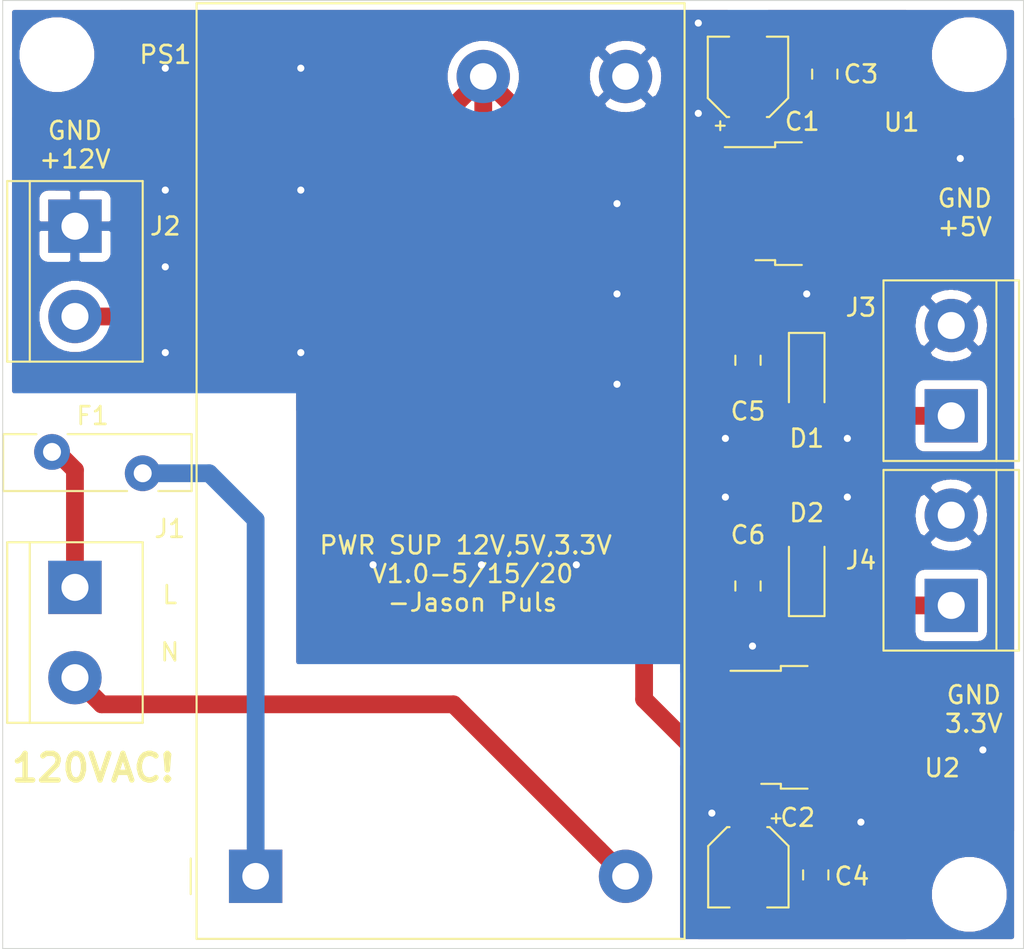
<source format=kicad_pcb>
(kicad_pcb (version 20171130) (host pcbnew 5.1.5-52549c5~84~ubuntu18.04.1)

  (general
    (thickness 1.6)
    (drawings 10)
    (tracks 69)
    (zones 0)
    (modules 20)
    (nets 8)
  )

  (page A4)
  (layers
    (0 F.Cu signal)
    (31 B.Cu signal)
    (32 B.Adhes user)
    (33 F.Adhes user)
    (34 B.Paste user)
    (35 F.Paste user)
    (36 B.SilkS user)
    (37 F.SilkS user)
    (38 B.Mask user)
    (39 F.Mask user)
    (40 Dwgs.User user)
    (41 Cmts.User user)
    (42 Eco1.User user)
    (43 Eco2.User user)
    (44 Edge.Cuts user)
    (45 Margin user)
    (46 B.CrtYd user hide)
    (47 F.CrtYd user)
    (48 B.Fab user hide)
    (49 F.Fab user hide)
  )

  (setup
    (last_trace_width 0.25)
    (user_trace_width 1)
    (user_trace_width 2)
    (trace_clearance 0.2)
    (zone_clearance 0.508)
    (zone_45_only no)
    (trace_min 0.2)
    (via_size 0.8)
    (via_drill 0.4)
    (via_min_size 0.4)
    (via_min_drill 0.3)
    (user_via 1.5 0.5)
    (user_via 2.5 1)
    (user_via 5 4)
    (uvia_size 0.3)
    (uvia_drill 0.1)
    (uvias_allowed no)
    (uvia_min_size 0.2)
    (uvia_min_drill 0.1)
    (edge_width 0.05)
    (segment_width 0.2)
    (pcb_text_width 0.3)
    (pcb_text_size 1.5 1.5)
    (mod_edge_width 0.12)
    (mod_text_size 1 1)
    (mod_text_width 0.15)
    (pad_size 1.524 1.524)
    (pad_drill 0.762)
    (pad_to_mask_clearance 0.051)
    (solder_mask_min_width 0.25)
    (aux_axis_origin 111.252 119.38)
    (visible_elements FFFFFF7F)
    (pcbplotparams
      (layerselection 0x010ec_ffffffff)
      (usegerberextensions false)
      (usegerberattributes false)
      (usegerberadvancedattributes false)
      (creategerberjobfile false)
      (excludeedgelayer true)
      (linewidth 0.100000)
      (plotframeref false)
      (viasonmask false)
      (mode 1)
      (useauxorigin false)
      (hpglpennumber 1)
      (hpglpenspeed 20)
      (hpglpendiameter 15.000000)
      (psnegative false)
      (psa4output false)
      (plotreference true)
      (plotvalue true)
      (plotinvisibletext false)
      (padsonsilk false)
      (subtractmaskfromsilk false)
      (outputformat 1)
      (mirror false)
      (drillshape 0)
      (scaleselection 1)
      (outputdirectory "./"))
  )

  (net 0 "")
  (net 1 GND)
  (net 2 +12V)
  (net 3 +5V)
  (net 4 +3V3)
  (net 5 "Net-(F1-Pad2)")
  (net 6 "Net-(F1-Pad1)")
  (net 7 "Net-(J1-Pad2)")

  (net_class Default "This is the default net class."
    (clearance 0.2)
    (trace_width 0.25)
    (via_dia 0.8)
    (via_drill 0.4)
    (uvia_dia 0.3)
    (uvia_drill 0.1)
    (add_net +12V)
    (add_net +3V3)
    (add_net +5V)
    (add_net GND)
    (add_net "Net-(F1-Pad1)")
    (add_net "Net-(F1-Pad2)")
    (add_net "Net-(J1-Pad2)")
  )

  (module MountingHole:MountingHole_3.2mm_M3_DIN965 (layer F.Cu) (tedit 56D1B4CB) (tstamp 5EC07996)
    (at 114.3 116.332)
    (descr "Mounting Hole 3.2mm, no annular, M3, DIN965")
    (tags "mounting hole 3.2mm no annular m3 din965")
    (attr virtual)
    (fp_text reference REF** (at 0 -3.8) (layer F.SilkS) hide
      (effects (font (size 1 1) (thickness 0.15)))
    )
    (fp_text value MountingHole_3.2mm_M3_DIN965 (at 0 3.8) (layer F.Fab)
      (effects (font (size 1 1) (thickness 0.15)))
    )
    (fp_circle (center 0 0) (end 3.05 0) (layer F.CrtYd) (width 0.05))
    (fp_circle (center 0 0) (end 2.8 0) (layer Cmts.User) (width 0.15))
    (fp_text user %R (at 0.3 0) (layer F.Fab)
      (effects (font (size 1 1) (thickness 0.15)))
    )
    (pad 1 np_thru_hole circle (at 0 0) (size 3.2 3.2) (drill 3.2) (layers *.Cu *.Mask))
  )

  (module MountingHole:MountingHole_3.2mm_M3_DIN965 (layer F.Cu) (tedit 56D1B4CB) (tstamp 5EC07980)
    (at 165.608 116.332)
    (descr "Mounting Hole 3.2mm, no annular, M3, DIN965")
    (tags "mounting hole 3.2mm no annular m3 din965")
    (attr virtual)
    (fp_text reference REF** (at 0 -3.8) (layer F.SilkS) hide
      (effects (font (size 1 1) (thickness 0.15)))
    )
    (fp_text value MountingHole_3.2mm_M3_DIN965 (at 0 3.8) (layer F.Fab)
      (effects (font (size 1 1) (thickness 0.15)))
    )
    (fp_circle (center 0 0) (end 3.05 0) (layer F.CrtYd) (width 0.05))
    (fp_circle (center 0 0) (end 2.8 0) (layer Cmts.User) (width 0.15))
    (fp_text user %R (at 0.3 0) (layer F.Fab)
      (effects (font (size 1 1) (thickness 0.15)))
    )
    (pad 1 np_thru_hole circle (at 0 0) (size 3.2 3.2) (drill 3.2) (layers *.Cu *.Mask))
  )

  (module MountingHole:MountingHole_3.2mm_M3_DIN965 (layer F.Cu) (tedit 56D1B4CB) (tstamp 5EC0796A)
    (at 165.608 69.088)
    (descr "Mounting Hole 3.2mm, no annular, M3, DIN965")
    (tags "mounting hole 3.2mm no annular m3 din965")
    (attr virtual)
    (fp_text reference REF** (at 0 -3.8) (layer F.SilkS) hide
      (effects (font (size 1 1) (thickness 0.15)))
    )
    (fp_text value MountingHole_3.2mm_M3_DIN965 (at 0 3.8) (layer F.Fab)
      (effects (font (size 1 1) (thickness 0.15)))
    )
    (fp_circle (center 0 0) (end 3.05 0) (layer F.CrtYd) (width 0.05))
    (fp_circle (center 0 0) (end 2.8 0) (layer Cmts.User) (width 0.15))
    (fp_text user %R (at 0.3 0) (layer F.Fab)
      (effects (font (size 1 1) (thickness 0.15)))
    )
    (pad 1 np_thru_hole circle (at 0 0) (size 3.2 3.2) (drill 3.2) (layers *.Cu *.Mask))
  )

  (module MountingHole:MountingHole_3.2mm_M3_DIN965 (layer F.Cu) (tedit 56D1B4CB) (tstamp 5EC07954)
    (at 114.3 69.088)
    (descr "Mounting Hole 3.2mm, no annular, M3, DIN965")
    (tags "mounting hole 3.2mm no annular m3 din965")
    (attr virtual)
    (fp_text reference REF** (at 0 -3.8) (layer F.SilkS) hide
      (effects (font (size 1 1) (thickness 0.15)))
    )
    (fp_text value MountingHole_3.2mm_M3_DIN965 (at 0 3.8) (layer F.Fab)
      (effects (font (size 1 1) (thickness 0.15)))
    )
    (fp_circle (center 0 0) (end 3.05 0) (layer F.CrtYd) (width 0.05))
    (fp_circle (center 0 0) (end 2.8 0) (layer Cmts.User) (width 0.15))
    (fp_text user %R (at 0.3 0) (layer F.Fab)
      (effects (font (size 1 1) (thickness 0.15)))
    )
    (pad 1 np_thru_hole circle (at 0 0) (size 3.2 3.2) (drill 3.2) (layers *.Cu *.Mask))
  )

  (module Converter_ACDC:Converter_ACDC_MeanWell_IRM-20-xx_THT (layer F.Cu) (tedit 59FD95D5) (tstamp 5EC061D5)
    (at 125.476 115.316 90)
    (descr "ACDC-Converter, 20W, Meanwell, IRM-20, THT http://www.meanwell.com/webapp/product/search.aspx?prod=IRM-20")
    (tags "ACDC-Converter 20W   Meanwell IRM-20")
    (path /5EC9CA17)
    (fp_text reference PS1 (at 46.228 -5.08 180) (layer F.SilkS)
      (effects (font (size 1 1) (thickness 0.15)))
    )
    (fp_text value IRM-20-12 (at 22.5 25 90) (layer F.Fab)
      (effects (font (size 1 1) (thickness 0.15)))
    )
    (fp_line (start 1 -3.2) (end 0 -2.2) (layer F.Fab) (width 0.1))
    (fp_line (start 0 -2.2) (end -1 -3.2) (layer F.Fab) (width 0.1))
    (fp_line (start -1 -3.2) (end -3.4 -3.2) (layer F.Fab) (width 0.1))
    (fp_line (start 49.25 -3.45) (end 49.25 24.25) (layer F.CrtYd) (width 0.05))
    (fp_line (start -3.65 -3.45) (end 49.25 -3.45) (layer F.CrtYd) (width 0.05))
    (fp_line (start -3.65 24.25) (end 49.25 24.25) (layer F.CrtYd) (width 0.05))
    (fp_line (start 49 -3.2) (end 49 24) (layer F.Fab) (width 0.1))
    (fp_line (start -3.52 -3.32) (end -3.52 24.12) (layer F.SilkS) (width 0.12))
    (fp_line (start -3.52 24.12) (end 49.12 24.12) (layer F.SilkS) (width 0.12))
    (fp_line (start -3.4 -3.2) (end -3.4 24) (layer F.Fab) (width 0.1))
    (fp_text user %R (at 22.5 10.4 90) (layer F.Fab)
      (effects (font (size 1 1) (thickness 0.15)))
    )
    (fp_line (start -3.65 -3.45) (end -3.65 24.25) (layer F.CrtYd) (width 0.05))
    (fp_line (start 49 -3.2) (end 1 -3.2) (layer F.Fab) (width 0.1))
    (fp_line (start -3.4 24) (end 49 24) (layer F.Fab) (width 0.1))
    (fp_line (start -3.52 -3.32) (end 49.12 -3.32) (layer F.SilkS) (width 0.12))
    (fp_line (start 49.12 -3.32) (end 49.12 24.12) (layer F.SilkS) (width 0.12))
    (fp_line (start 1 -3.65) (end -1 -3.65) (layer F.SilkS) (width 0.12))
    (pad 1 thru_hole rect (at 0 0 90) (size 3 3) (drill 1.5) (layers *.Cu *.Mask)
      (net 6 "Net-(F1-Pad1)"))
    (pad 4 thru_hole circle (at 45 12.8 90) (size 3 3) (drill 1.5) (layers *.Cu *.Mask)
      (net 2 +12V))
    (pad 2 thru_hole circle (at 0 20.8 90) (size 3 3) (drill 1.5) (layers *.Cu *.Mask)
      (net 7 "Net-(J1-Pad2)"))
    (pad 3 thru_hole circle (at 45 20.8 90) (size 3 3) (drill 1.5) (layers *.Cu *.Mask)
      (net 1 GND))
    (model ${KISYS3DMOD}/Converter_ACDC.3dshapes/Converter_ACDC_MeanWell_IRM-20-xx_THT.wrl
      (at (xyz 0 0 0))
      (scale (xyz 1 1 1))
      (rotate (xyz 0 0 0))
    )
  )

  (module TerminalBlock:TerminalBlock_bornier-2_P5.08mm (layer F.Cu) (tedit 59FF03AB) (tstamp 5EC069D7)
    (at 164.592 100.076 90)
    (descr "simple 2-pin terminal block, pitch 5.08mm, revamped version of bornier2")
    (tags "terminal block bornier2")
    (path /5ECB7419)
    (fp_text reference J4 (at 2.54 -5.08 180) (layer F.SilkS)
      (effects (font (size 1 1) (thickness 0.15)))
    )
    (fp_text value Conn_01x02_Male (at 2.54 5.08 90) (layer F.Fab)
      (effects (font (size 1 1) (thickness 0.15)))
    )
    (fp_line (start 7.79 4) (end -2.71 4) (layer F.CrtYd) (width 0.05))
    (fp_line (start 7.79 4) (end 7.79 -4) (layer F.CrtYd) (width 0.05))
    (fp_line (start -2.71 -4) (end -2.71 4) (layer F.CrtYd) (width 0.05))
    (fp_line (start -2.71 -4) (end 7.79 -4) (layer F.CrtYd) (width 0.05))
    (fp_line (start -2.54 3.81) (end 7.62 3.81) (layer F.SilkS) (width 0.12))
    (fp_line (start -2.54 -3.81) (end -2.54 3.81) (layer F.SilkS) (width 0.12))
    (fp_line (start 7.62 -3.81) (end -2.54 -3.81) (layer F.SilkS) (width 0.12))
    (fp_line (start 7.62 3.81) (end 7.62 -3.81) (layer F.SilkS) (width 0.12))
    (fp_line (start 7.62 2.54) (end -2.54 2.54) (layer F.SilkS) (width 0.12))
    (fp_line (start 7.54 -3.75) (end -2.46 -3.75) (layer F.Fab) (width 0.1))
    (fp_line (start 7.54 3.75) (end 7.54 -3.75) (layer F.Fab) (width 0.1))
    (fp_line (start -2.46 3.75) (end 7.54 3.75) (layer F.Fab) (width 0.1))
    (fp_line (start -2.46 -3.75) (end -2.46 3.75) (layer F.Fab) (width 0.1))
    (fp_line (start -2.41 2.55) (end 7.49 2.55) (layer F.Fab) (width 0.1))
    (fp_text user %R (at 2.54 0 90) (layer F.Fab)
      (effects (font (size 1 1) (thickness 0.15)))
    )
    (pad 2 thru_hole circle (at 5.08 0 90) (size 3 3) (drill 1.52) (layers *.Cu *.Mask)
      (net 1 GND))
    (pad 1 thru_hole rect (at 0 0 90) (size 3 3) (drill 1.52) (layers *.Cu *.Mask)
      (net 4 +3V3))
    (model ${KISYS3DMOD}/TerminalBlock.3dshapes/TerminalBlock_bornier-2_P5.08mm.wrl
      (offset (xyz 2.539999961853027 0 0))
      (scale (xyz 1 1 1))
      (rotate (xyz 0 0 0))
    )
  )

  (module TerminalBlock:TerminalBlock_bornier-2_P5.08mm (layer F.Cu) (tedit 59FF03AB) (tstamp 5EC06992)
    (at 164.592 89.408 90)
    (descr "simple 2-pin terminal block, pitch 5.08mm, revamped version of bornier2")
    (tags "terminal block bornier2")
    (path /5ECB6E5F)
    (fp_text reference J3 (at 6.096 -5.08 180) (layer F.SilkS)
      (effects (font (size 1 1) (thickness 0.15)))
    )
    (fp_text value Conn_01x02_Male (at 2.54 5.08 90) (layer F.Fab)
      (effects (font (size 1 1) (thickness 0.15)))
    )
    (fp_line (start 7.79 4) (end -2.71 4) (layer F.CrtYd) (width 0.05))
    (fp_line (start 7.79 4) (end 7.79 -4) (layer F.CrtYd) (width 0.05))
    (fp_line (start -2.71 -4) (end -2.71 4) (layer F.CrtYd) (width 0.05))
    (fp_line (start -2.71 -4) (end 7.79 -4) (layer F.CrtYd) (width 0.05))
    (fp_line (start -2.54 3.81) (end 7.62 3.81) (layer F.SilkS) (width 0.12))
    (fp_line (start -2.54 -3.81) (end -2.54 3.81) (layer F.SilkS) (width 0.12))
    (fp_line (start 7.62 -3.81) (end -2.54 -3.81) (layer F.SilkS) (width 0.12))
    (fp_line (start 7.62 3.81) (end 7.62 -3.81) (layer F.SilkS) (width 0.12))
    (fp_line (start 7.62 2.54) (end -2.54 2.54) (layer F.SilkS) (width 0.12))
    (fp_line (start 7.54 -3.75) (end -2.46 -3.75) (layer F.Fab) (width 0.1))
    (fp_line (start 7.54 3.75) (end 7.54 -3.75) (layer F.Fab) (width 0.1))
    (fp_line (start -2.46 3.75) (end 7.54 3.75) (layer F.Fab) (width 0.1))
    (fp_line (start -2.46 -3.75) (end -2.46 3.75) (layer F.Fab) (width 0.1))
    (fp_line (start -2.41 2.55) (end 7.49 2.55) (layer F.Fab) (width 0.1))
    (fp_text user %R (at 2.54 0 90) (layer F.Fab)
      (effects (font (size 1 1) (thickness 0.15)))
    )
    (pad 2 thru_hole circle (at 5.08 0 90) (size 3 3) (drill 1.52) (layers *.Cu *.Mask)
      (net 1 GND))
    (pad 1 thru_hole rect (at 0 0 90) (size 3 3) (drill 1.52) (layers *.Cu *.Mask)
      (net 3 +5V))
    (model ${KISYS3DMOD}/TerminalBlock.3dshapes/TerminalBlock_bornier-2_P5.08mm.wrl
      (offset (xyz 2.539999961853027 0 0))
      (scale (xyz 1 1 1))
      (rotate (xyz 0 0 0))
    )
  )

  (module TerminalBlock:TerminalBlock_bornier-2_P5.08mm (layer F.Cu) (tedit 59FF03AB) (tstamp 5EBF8002)
    (at 115.316 78.74 270)
    (descr "simple 2-pin terminal block, pitch 5.08mm, revamped version of bornier2")
    (tags "terminal block bornier2")
    (path /5EC9ED87)
    (fp_text reference J2 (at 0 -5.08 180) (layer F.SilkS)
      (effects (font (size 1 1) (thickness 0.15)))
    )
    (fp_text value Conn_01x02_Male (at 2.54 5.08 90) (layer F.Fab)
      (effects (font (size 1 1) (thickness 0.15)))
    )
    (fp_line (start 7.79 4) (end -2.71 4) (layer F.CrtYd) (width 0.05))
    (fp_line (start 7.79 4) (end 7.79 -4) (layer F.CrtYd) (width 0.05))
    (fp_line (start -2.71 -4) (end -2.71 4) (layer F.CrtYd) (width 0.05))
    (fp_line (start -2.71 -4) (end 7.79 -4) (layer F.CrtYd) (width 0.05))
    (fp_line (start -2.54 3.81) (end 7.62 3.81) (layer F.SilkS) (width 0.12))
    (fp_line (start -2.54 -3.81) (end -2.54 3.81) (layer F.SilkS) (width 0.12))
    (fp_line (start 7.62 -3.81) (end -2.54 -3.81) (layer F.SilkS) (width 0.12))
    (fp_line (start 7.62 3.81) (end 7.62 -3.81) (layer F.SilkS) (width 0.12))
    (fp_line (start 7.62 2.54) (end -2.54 2.54) (layer F.SilkS) (width 0.12))
    (fp_line (start 7.54 -3.75) (end -2.46 -3.75) (layer F.Fab) (width 0.1))
    (fp_line (start 7.54 3.75) (end 7.54 -3.75) (layer F.Fab) (width 0.1))
    (fp_line (start -2.46 3.75) (end 7.54 3.75) (layer F.Fab) (width 0.1))
    (fp_line (start -2.46 -3.75) (end -2.46 3.75) (layer F.Fab) (width 0.1))
    (fp_line (start -2.41 2.55) (end 7.49 2.55) (layer F.Fab) (width 0.1))
    (fp_text user %R (at 2.54 0 90) (layer F.Fab)
      (effects (font (size 1 1) (thickness 0.15)))
    )
    (pad 2 thru_hole circle (at 5.08 0 270) (size 3 3) (drill 1.52) (layers *.Cu *.Mask)
      (net 2 +12V))
    (pad 1 thru_hole rect (at 0 0 270) (size 3 3) (drill 1.52) (layers *.Cu *.Mask)
      (net 1 GND))
    (model ${KISYS3DMOD}/TerminalBlock.3dshapes/TerminalBlock_bornier-2_P5.08mm.wrl
      (offset (xyz 2.539999961853027 0 0))
      (scale (xyz 1 1 1))
      (rotate (xyz 0 0 0))
    )
  )

  (module TerminalBlock:TerminalBlock_bornier-2_P5.08mm (layer F.Cu) (tedit 59FF03AB) (tstamp 5EBFBC7F)
    (at 115.316 99.06 270)
    (descr "simple 2-pin terminal block, pitch 5.08mm, revamped version of bornier2")
    (tags "terminal block bornier2")
    (path /5ED026CF)
    (fp_text reference J1 (at -3.302 -5.334 180) (layer F.SilkS)
      (effects (font (size 1 1) (thickness 0.15)))
    )
    (fp_text value Conn_01x02_Male (at 2.54 5.08 90) (layer F.Fab)
      (effects (font (size 1 1) (thickness 0.15)))
    )
    (fp_line (start 7.79 4) (end -2.71 4) (layer F.CrtYd) (width 0.05))
    (fp_line (start 7.79 4) (end 7.79 -4) (layer F.CrtYd) (width 0.05))
    (fp_line (start -2.71 -4) (end -2.71 4) (layer F.CrtYd) (width 0.05))
    (fp_line (start -2.71 -4) (end 7.79 -4) (layer F.CrtYd) (width 0.05))
    (fp_line (start -2.54 3.81) (end 7.62 3.81) (layer F.SilkS) (width 0.12))
    (fp_line (start -2.54 -3.81) (end -2.54 3.81) (layer F.SilkS) (width 0.12))
    (fp_line (start 7.62 -3.81) (end -2.54 -3.81) (layer F.SilkS) (width 0.12))
    (fp_line (start 7.62 3.81) (end 7.62 -3.81) (layer F.SilkS) (width 0.12))
    (fp_line (start 7.62 2.54) (end -2.54 2.54) (layer F.SilkS) (width 0.12))
    (fp_line (start 7.54 -3.75) (end -2.46 -3.75) (layer F.Fab) (width 0.1))
    (fp_line (start 7.54 3.75) (end 7.54 -3.75) (layer F.Fab) (width 0.1))
    (fp_line (start -2.46 3.75) (end 7.54 3.75) (layer F.Fab) (width 0.1))
    (fp_line (start -2.46 -3.75) (end -2.46 3.75) (layer F.Fab) (width 0.1))
    (fp_line (start -2.41 2.55) (end 7.49 2.55) (layer F.Fab) (width 0.1))
    (fp_text user %R (at 2.54 0 90) (layer F.Fab)
      (effects (font (size 1 1) (thickness 0.15)))
    )
    (pad 2 thru_hole circle (at 5.08 0 270) (size 3 3) (drill 1.52) (layers *.Cu *.Mask)
      (net 7 "Net-(J1-Pad2)"))
    (pad 1 thru_hole rect (at 0 0 270) (size 3 3) (drill 1.52) (layers *.Cu *.Mask)
      (net 5 "Net-(F1-Pad2)"))
    (model ${KISYS3DMOD}/TerminalBlock.3dshapes/TerminalBlock_bornier-2_P5.08mm.wrl
      (offset (xyz 2.539999961853027 0 0))
      (scale (xyz 1 1 1))
      (rotate (xyz 0 0 0))
    )
  )

  (module Package_TO_SOT_SMD:TO-252-3_TabPin2 (layer F.Cu) (tedit 5A70F30B) (tstamp 5EBF8087)
    (at 157.158 77.47)
    (descr "TO-252 / DPAK SMD package, http://www.infineon.com/cms/en/product/packages/PG-TO252/PG-TO252-3-1/")
    (tags "DPAK TO-252 DPAK-3 TO-252-3 SOT-428")
    (path /5EBE8AFE)
    (attr smd)
    (fp_text reference U1 (at 4.64 -4.572) (layer F.SilkS)
      (effects (font (size 1 1) (thickness 0.15)))
    )
    (fp_text value L7805 (at 0 4.5) (layer F.Fab)
      (effects (font (size 1 1) (thickness 0.15)))
    )
    (fp_text user %R (at 0 0) (layer F.Fab)
      (effects (font (size 1 1) (thickness 0.15)))
    )
    (fp_line (start 5.55 -3.5) (end -5.55 -3.5) (layer F.CrtYd) (width 0.05))
    (fp_line (start 5.55 3.5) (end 5.55 -3.5) (layer F.CrtYd) (width 0.05))
    (fp_line (start -5.55 3.5) (end 5.55 3.5) (layer F.CrtYd) (width 0.05))
    (fp_line (start -5.55 -3.5) (end -5.55 3.5) (layer F.CrtYd) (width 0.05))
    (fp_line (start -2.47 3.18) (end -3.57 3.18) (layer F.SilkS) (width 0.12))
    (fp_line (start -2.47 3.45) (end -2.47 3.18) (layer F.SilkS) (width 0.12))
    (fp_line (start -0.97 3.45) (end -2.47 3.45) (layer F.SilkS) (width 0.12))
    (fp_line (start -2.47 -3.18) (end -5.3 -3.18) (layer F.SilkS) (width 0.12))
    (fp_line (start -2.47 -3.45) (end -2.47 -3.18) (layer F.SilkS) (width 0.12))
    (fp_line (start -0.97 -3.45) (end -2.47 -3.45) (layer F.SilkS) (width 0.12))
    (fp_line (start -4.97 2.655) (end -2.27 2.655) (layer F.Fab) (width 0.1))
    (fp_line (start -4.97 1.905) (end -4.97 2.655) (layer F.Fab) (width 0.1))
    (fp_line (start -2.27 1.905) (end -4.97 1.905) (layer F.Fab) (width 0.1))
    (fp_line (start -4.97 0.375) (end -2.27 0.375) (layer F.Fab) (width 0.1))
    (fp_line (start -4.97 -0.375) (end -4.97 0.375) (layer F.Fab) (width 0.1))
    (fp_line (start -2.27 -0.375) (end -4.97 -0.375) (layer F.Fab) (width 0.1))
    (fp_line (start -4.97 -1.905) (end -2.27 -1.905) (layer F.Fab) (width 0.1))
    (fp_line (start -4.97 -2.655) (end -4.97 -1.905) (layer F.Fab) (width 0.1))
    (fp_line (start -1.865 -2.655) (end -4.97 -2.655) (layer F.Fab) (width 0.1))
    (fp_line (start -1.27 -3.25) (end 3.95 -3.25) (layer F.Fab) (width 0.1))
    (fp_line (start -2.27 -2.25) (end -1.27 -3.25) (layer F.Fab) (width 0.1))
    (fp_line (start -2.27 3.25) (end -2.27 -2.25) (layer F.Fab) (width 0.1))
    (fp_line (start 3.95 3.25) (end -2.27 3.25) (layer F.Fab) (width 0.1))
    (fp_line (start 3.95 -3.25) (end 3.95 3.25) (layer F.Fab) (width 0.1))
    (fp_line (start 4.95 2.7) (end 3.95 2.7) (layer F.Fab) (width 0.1))
    (fp_line (start 4.95 -2.7) (end 4.95 2.7) (layer F.Fab) (width 0.1))
    (fp_line (start 3.95 -2.7) (end 4.95 -2.7) (layer F.Fab) (width 0.1))
    (pad "" smd rect (at 0.425 1.525) (size 3.05 2.75) (layers F.Paste))
    (pad "" smd rect (at 3.775 -1.525) (size 3.05 2.75) (layers F.Paste))
    (pad "" smd rect (at 0.425 -1.525) (size 3.05 2.75) (layers F.Paste))
    (pad "" smd rect (at 3.775 1.525) (size 3.05 2.75) (layers F.Paste))
    (pad 2 smd rect (at 2.1 0) (size 6.4 5.8) (layers F.Cu F.Mask)
      (net 1 GND))
    (pad 3 smd rect (at -4.2 2.28) (size 2.2 1.2) (layers F.Cu F.Paste F.Mask)
      (net 3 +5V))
    (pad 2 smd rect (at -4.2 0) (size 2.2 1.2) (layers F.Cu F.Paste F.Mask)
      (net 1 GND))
    (pad 1 smd rect (at -4.2 -2.28) (size 2.2 1.2) (layers F.Cu F.Paste F.Mask)
      (net 2 +12V))
    (model ${KISYS3DMOD}/Package_TO_SOT_SMD.3dshapes/TO-252-3_TabPin2.wrl
      (at (xyz 0 0 0))
      (scale (xyz 1 1 1))
      (rotate (xyz 0 0 0))
    )
  )

  (module Package_TO_SOT_SMD:TO-252-3_TabPin2 (layer F.Cu) (tedit 5A70F30B) (tstamp 5EBF80AF)
    (at 157.48 106.934)
    (descr "TO-252 / DPAK SMD package, http://www.infineon.com/cms/en/product/packages/PG-TO252/PG-TO252-3-1/")
    (tags "DPAK TO-252 DPAK-3 TO-252-3 SOT-428")
    (path /5ECCCFF7)
    (attr smd)
    (fp_text reference U2 (at 6.604 2.286) (layer F.SilkS)
      (effects (font (size 1 1) (thickness 0.15)))
    )
    (fp_text value LD1117 (at 0 4.5) (layer F.Fab)
      (effects (font (size 1 1) (thickness 0.15)))
    )
    (fp_text user %R (at 0 0) (layer F.Fab)
      (effects (font (size 1 1) (thickness 0.15)))
    )
    (fp_line (start 5.55 -3.5) (end -5.55 -3.5) (layer F.CrtYd) (width 0.05))
    (fp_line (start 5.55 3.5) (end 5.55 -3.5) (layer F.CrtYd) (width 0.05))
    (fp_line (start -5.55 3.5) (end 5.55 3.5) (layer F.CrtYd) (width 0.05))
    (fp_line (start -5.55 -3.5) (end -5.55 3.5) (layer F.CrtYd) (width 0.05))
    (fp_line (start -2.47 3.18) (end -3.57 3.18) (layer F.SilkS) (width 0.12))
    (fp_line (start -2.47 3.45) (end -2.47 3.18) (layer F.SilkS) (width 0.12))
    (fp_line (start -0.97 3.45) (end -2.47 3.45) (layer F.SilkS) (width 0.12))
    (fp_line (start -2.47 -3.18) (end -5.3 -3.18) (layer F.SilkS) (width 0.12))
    (fp_line (start -2.47 -3.45) (end -2.47 -3.18) (layer F.SilkS) (width 0.12))
    (fp_line (start -0.97 -3.45) (end -2.47 -3.45) (layer F.SilkS) (width 0.12))
    (fp_line (start -4.97 2.655) (end -2.27 2.655) (layer F.Fab) (width 0.1))
    (fp_line (start -4.97 1.905) (end -4.97 2.655) (layer F.Fab) (width 0.1))
    (fp_line (start -2.27 1.905) (end -4.97 1.905) (layer F.Fab) (width 0.1))
    (fp_line (start -4.97 0.375) (end -2.27 0.375) (layer F.Fab) (width 0.1))
    (fp_line (start -4.97 -0.375) (end -4.97 0.375) (layer F.Fab) (width 0.1))
    (fp_line (start -2.27 -0.375) (end -4.97 -0.375) (layer F.Fab) (width 0.1))
    (fp_line (start -4.97 -1.905) (end -2.27 -1.905) (layer F.Fab) (width 0.1))
    (fp_line (start -4.97 -2.655) (end -4.97 -1.905) (layer F.Fab) (width 0.1))
    (fp_line (start -1.865 -2.655) (end -4.97 -2.655) (layer F.Fab) (width 0.1))
    (fp_line (start -1.27 -3.25) (end 3.95 -3.25) (layer F.Fab) (width 0.1))
    (fp_line (start -2.27 -2.25) (end -1.27 -3.25) (layer F.Fab) (width 0.1))
    (fp_line (start -2.27 3.25) (end -2.27 -2.25) (layer F.Fab) (width 0.1))
    (fp_line (start 3.95 3.25) (end -2.27 3.25) (layer F.Fab) (width 0.1))
    (fp_line (start 3.95 -3.25) (end 3.95 3.25) (layer F.Fab) (width 0.1))
    (fp_line (start 4.95 2.7) (end 3.95 2.7) (layer F.Fab) (width 0.1))
    (fp_line (start 4.95 -2.7) (end 4.95 2.7) (layer F.Fab) (width 0.1))
    (fp_line (start 3.95 -2.7) (end 4.95 -2.7) (layer F.Fab) (width 0.1))
    (pad "" smd rect (at 0.425 1.525) (size 3.05 2.75) (layers F.Paste))
    (pad "" smd rect (at 3.775 -1.525) (size 3.05 2.75) (layers F.Paste))
    (pad "" smd rect (at 0.425 -1.525) (size 3.05 2.75) (layers F.Paste))
    (pad "" smd rect (at 3.775 1.525) (size 3.05 2.75) (layers F.Paste))
    (pad 2 smd rect (at 2.1 0) (size 6.4 5.8) (layers F.Cu F.Mask)
      (net 4 +3V3))
    (pad 3 smd rect (at -4.2 2.28) (size 2.2 1.2) (layers F.Cu F.Paste F.Mask)
      (net 2 +12V))
    (pad 2 smd rect (at -4.2 0) (size 2.2 1.2) (layers F.Cu F.Paste F.Mask)
      (net 4 +3V3))
    (pad 1 smd rect (at -4.2 -2.28) (size 2.2 1.2) (layers F.Cu F.Paste F.Mask)
      (net 1 GND))
    (model ${KISYS3DMOD}/Package_TO_SOT_SMD.3dshapes/TO-252-3_TabPin2.wrl
      (at (xyz 0 0 0))
      (scale (xyz 1 1 1))
      (rotate (xyz 0 0 0))
    )
  )

  (module Fuse:Fuse_Bourns_MF-RG500 (layer F.Cu) (tedit 5B8F0E50) (tstamp 5EBFBFB1)
    (at 119.126 92.64 180)
    (descr "PTC Resettable Fuse, Ihold = 5.0A, Itrip=8.5A, http://www.bourns.com/docs/Product-Datasheets/mfrg.pdf")
    (tags "ptc resettable fuse polyfuse THT")
    (path /5ECA6633)
    (fp_text reference F1 (at 2.814 3.232) (layer F.SilkS)
      (effects (font (size 1 1) (thickness 0.15)))
    )
    (fp_text value Polyfuse (at 3.048 0 270) (layer F.Fab)
      (effects (font (size 1 1) (thickness 0.15)))
    )
    (fp_text user %R (at -4.064 0.508) (layer F.Fab)
      (effects (font (size 1 1) (thickness 0.15)))
    )
    (fp_line (start 8 -1.15) (end -2.9 -1.15) (layer F.CrtYd) (width 0.05))
    (fp_line (start 8 2.35) (end 8 -1.15) (layer F.CrtYd) (width 0.05))
    (fp_line (start -2.9 2.35) (end 8 2.35) (layer F.CrtYd) (width 0.05))
    (fp_line (start -2.9 -1.15) (end -2.9 2.35) (layer F.CrtYd) (width 0.05))
    (fp_line (start 7.85 -1) (end 7.85 2.2) (layer F.SilkS) (width 0.12))
    (fp_line (start -2.751 -1) (end -2.751 2.2) (layer F.SilkS) (width 0.12))
    (fp_line (start 5.979 2.2) (end 7.85 2.2) (layer F.SilkS) (width 0.12))
    (fp_line (start -2.751 2.2) (end 4.222 2.2) (layer F.SilkS) (width 0.12))
    (fp_line (start 0.879 -1) (end 7.85 -1) (layer F.SilkS) (width 0.12))
    (fp_line (start -2.751 -1) (end -0.879 -1) (layer F.SilkS) (width 0.12))
    (fp_line (start 7.75 -0.9) (end -2.65 -0.9) (layer F.Fab) (width 0.1))
    (fp_line (start 7.75 2.1) (end 7.75 -0.9) (layer F.Fab) (width 0.1))
    (fp_line (start -2.65 2.1) (end 7.75 2.1) (layer F.Fab) (width 0.1))
    (fp_line (start -2.65 -0.9) (end -2.65 2.1) (layer F.Fab) (width 0.1))
    (pad 2 thru_hole circle (at 5.1 1.2 180) (size 2.01 2.01) (drill 1.01) (layers *.Cu *.Mask)
      (net 5 "Net-(F1-Pad2)"))
    (pad 1 thru_hole circle (at 0 0 180) (size 2.01 2.01) (drill 1.01) (layers *.Cu *.Mask)
      (net 6 "Net-(F1-Pad1)"))
    (model ${KISYS3DMOD}/Fuse.3dshapes/Fuse_Bourns_MF-RG500.wrl
      (at (xyz 0 0 0))
      (scale (xyz 1 1 1))
      (rotate (xyz 0 0 0))
    )
  )

  (module Diode_SMD:D_SOD-123 (layer F.Cu) (tedit 58645DC7) (tstamp 5EBF7FA0)
    (at 156.464 98.426 90)
    (descr SOD-123)
    (tags SOD-123)
    (path /5ECC05B3)
    (attr smd)
    (fp_text reference D2 (at 3.556 0 180) (layer F.SilkS)
      (effects (font (size 1 1) (thickness 0.15)))
    )
    (fp_text value DIODE (at 0 2.1 90) (layer F.Fab)
      (effects (font (size 1 1) (thickness 0.15)))
    )
    (fp_line (start -2.25 -1) (end 1.65 -1) (layer F.SilkS) (width 0.12))
    (fp_line (start -2.25 1) (end 1.65 1) (layer F.SilkS) (width 0.12))
    (fp_line (start -2.35 -1.15) (end -2.35 1.15) (layer F.CrtYd) (width 0.05))
    (fp_line (start 2.35 1.15) (end -2.35 1.15) (layer F.CrtYd) (width 0.05))
    (fp_line (start 2.35 -1.15) (end 2.35 1.15) (layer F.CrtYd) (width 0.05))
    (fp_line (start -2.35 -1.15) (end 2.35 -1.15) (layer F.CrtYd) (width 0.05))
    (fp_line (start -1.4 -0.9) (end 1.4 -0.9) (layer F.Fab) (width 0.1))
    (fp_line (start 1.4 -0.9) (end 1.4 0.9) (layer F.Fab) (width 0.1))
    (fp_line (start 1.4 0.9) (end -1.4 0.9) (layer F.Fab) (width 0.1))
    (fp_line (start -1.4 0.9) (end -1.4 -0.9) (layer F.Fab) (width 0.1))
    (fp_line (start -0.75 0) (end -0.35 0) (layer F.Fab) (width 0.1))
    (fp_line (start -0.35 0) (end -0.35 -0.55) (layer F.Fab) (width 0.1))
    (fp_line (start -0.35 0) (end -0.35 0.55) (layer F.Fab) (width 0.1))
    (fp_line (start -0.35 0) (end 0.25 -0.4) (layer F.Fab) (width 0.1))
    (fp_line (start 0.25 -0.4) (end 0.25 0.4) (layer F.Fab) (width 0.1))
    (fp_line (start 0.25 0.4) (end -0.35 0) (layer F.Fab) (width 0.1))
    (fp_line (start 0.25 0) (end 0.75 0) (layer F.Fab) (width 0.1))
    (fp_line (start -2.25 -1) (end -2.25 1) (layer F.SilkS) (width 0.12))
    (fp_text user %R (at 0 2.032 90) (layer F.Fab)
      (effects (font (size 1 1) (thickness 0.15)))
    )
    (pad 2 smd rect (at 1.65 0 90) (size 0.9 1.2) (layers F.Cu F.Paste F.Mask)
      (net 2 +12V))
    (pad 1 smd rect (at -1.65 0 90) (size 0.9 1.2) (layers F.Cu F.Paste F.Mask)
      (net 4 +3V3))
    (model ${KISYS3DMOD}/Diode_SMD.3dshapes/D_SOD-123.wrl
      (at (xyz 0 0 0))
      (scale (xyz 1 1 1))
      (rotate (xyz 0 0 0))
    )
  )

  (module Diode_SMD:D_SOD-123 (layer F.Cu) (tedit 58645DC7) (tstamp 5EBF7F87)
    (at 156.464 86.994 270)
    (descr SOD-123)
    (tags SOD-123)
    (path /5EC95160)
    (attr smd)
    (fp_text reference D1 (at 3.684 0 180) (layer F.SilkS)
      (effects (font (size 1 1) (thickness 0.15)))
    )
    (fp_text value DIODE (at 0 2.1 90) (layer F.Fab)
      (effects (font (size 1 1) (thickness 0.15)))
    )
    (fp_line (start -2.25 -1) (end 1.65 -1) (layer F.SilkS) (width 0.12))
    (fp_line (start -2.25 1) (end 1.65 1) (layer F.SilkS) (width 0.12))
    (fp_line (start -2.35 -1.15) (end -2.35 1.15) (layer F.CrtYd) (width 0.05))
    (fp_line (start 2.35 1.15) (end -2.35 1.15) (layer F.CrtYd) (width 0.05))
    (fp_line (start 2.35 -1.15) (end 2.35 1.15) (layer F.CrtYd) (width 0.05))
    (fp_line (start -2.35 -1.15) (end 2.35 -1.15) (layer F.CrtYd) (width 0.05))
    (fp_line (start -1.4 -0.9) (end 1.4 -0.9) (layer F.Fab) (width 0.1))
    (fp_line (start 1.4 -0.9) (end 1.4 0.9) (layer F.Fab) (width 0.1))
    (fp_line (start 1.4 0.9) (end -1.4 0.9) (layer F.Fab) (width 0.1))
    (fp_line (start -1.4 0.9) (end -1.4 -0.9) (layer F.Fab) (width 0.1))
    (fp_line (start -0.75 0) (end -0.35 0) (layer F.Fab) (width 0.1))
    (fp_line (start -0.35 0) (end -0.35 -0.55) (layer F.Fab) (width 0.1))
    (fp_line (start -0.35 0) (end -0.35 0.55) (layer F.Fab) (width 0.1))
    (fp_line (start -0.35 0) (end 0.25 -0.4) (layer F.Fab) (width 0.1))
    (fp_line (start 0.25 -0.4) (end 0.25 0.4) (layer F.Fab) (width 0.1))
    (fp_line (start 0.25 0.4) (end -0.35 0) (layer F.Fab) (width 0.1))
    (fp_line (start 0.25 0) (end 0.75 0) (layer F.Fab) (width 0.1))
    (fp_line (start -2.25 -1) (end -2.25 1) (layer F.SilkS) (width 0.12))
    (fp_text user %R (at 0 -2 90) (layer F.Fab)
      (effects (font (size 1 1) (thickness 0.15)))
    )
    (pad 2 smd rect (at 1.65 0 270) (size 0.9 1.2) (layers F.Cu F.Paste F.Mask)
      (net 2 +12V))
    (pad 1 smd rect (at -1.65 0 270) (size 0.9 1.2) (layers F.Cu F.Paste F.Mask)
      (net 3 +5V))
    (model ${KISYS3DMOD}/Diode_SMD.3dshapes/D_SOD-123.wrl
      (at (xyz 0 0 0))
      (scale (xyz 1 1 1))
      (rotate (xyz 0 0 0))
    )
  )

  (module Capacitor_SMD:C_0805_2012Metric (layer F.Cu) (tedit 5B36C52B) (tstamp 5EBF7F6E)
    (at 153.162 98.9815 90)
    (descr "Capacitor SMD 0805 (2012 Metric), square (rectangular) end terminal, IPC_7351 nominal, (Body size source: https://docs.google.com/spreadsheets/d/1BsfQQcO9C6DZCsRaXUlFlo91Tg2WpOkGARC1WS5S8t0/edit?usp=sharing), generated with kicad-footprint-generator")
    (tags capacitor)
    (path /5ECC0AE4)
    (attr smd)
    (fp_text reference C6 (at 2.8725 0 180) (layer F.SilkS)
      (effects (font (size 1 1) (thickness 0.15)))
    )
    (fp_text value 0.01uF (at 0 1.65 90) (layer F.Fab)
      (effects (font (size 1 1) (thickness 0.15)))
    )
    (fp_text user %R (at 0 0 90) (layer F.Fab)
      (effects (font (size 0.5 0.5) (thickness 0.08)))
    )
    (fp_line (start 1.68 0.95) (end -1.68 0.95) (layer F.CrtYd) (width 0.05))
    (fp_line (start 1.68 -0.95) (end 1.68 0.95) (layer F.CrtYd) (width 0.05))
    (fp_line (start -1.68 -0.95) (end 1.68 -0.95) (layer F.CrtYd) (width 0.05))
    (fp_line (start -1.68 0.95) (end -1.68 -0.95) (layer F.CrtYd) (width 0.05))
    (fp_line (start -0.258578 0.71) (end 0.258578 0.71) (layer F.SilkS) (width 0.12))
    (fp_line (start -0.258578 -0.71) (end 0.258578 -0.71) (layer F.SilkS) (width 0.12))
    (fp_line (start 1 0.6) (end -1 0.6) (layer F.Fab) (width 0.1))
    (fp_line (start 1 -0.6) (end 1 0.6) (layer F.Fab) (width 0.1))
    (fp_line (start -1 -0.6) (end 1 -0.6) (layer F.Fab) (width 0.1))
    (fp_line (start -1 0.6) (end -1 -0.6) (layer F.Fab) (width 0.1))
    (pad 2 smd roundrect (at 0.9375 0 90) (size 0.975 1.4) (layers F.Cu F.Paste F.Mask) (roundrect_rratio 0.25)
      (net 1 GND))
    (pad 1 smd roundrect (at -0.9375 0 90) (size 0.975 1.4) (layers F.Cu F.Paste F.Mask) (roundrect_rratio 0.25)
      (net 4 +3V3))
    (model ${KISYS3DMOD}/Capacitor_SMD.3dshapes/C_0805_2012Metric.wrl
      (at (xyz 0 0 0))
      (scale (xyz 1 1 1))
      (rotate (xyz 0 0 0))
    )
  )

  (module Capacitor_SMD:C_0805_2012Metric (layer F.Cu) (tedit 5B36C52B) (tstamp 5EBF7F5D)
    (at 153.162 86.2815 270)
    (descr "Capacitor SMD 0805 (2012 Metric), square (rectangular) end terminal, IPC_7351 nominal, (Body size source: https://docs.google.com/spreadsheets/d/1BsfQQcO9C6DZCsRaXUlFlo91Tg2WpOkGARC1WS5S8t0/edit?usp=sharing), generated with kicad-footprint-generator")
    (tags capacitor)
    (path /5ECBF36A)
    (attr smd)
    (fp_text reference C5 (at 2.8725 0 180) (layer F.SilkS)
      (effects (font (size 1 1) (thickness 0.15)))
    )
    (fp_text value 0.01uF (at 0 1.65 90) (layer F.Fab)
      (effects (font (size 1 1) (thickness 0.15)))
    )
    (fp_text user %R (at 0 0 90) (layer F.Fab)
      (effects (font (size 0.5 0.5) (thickness 0.08)))
    )
    (fp_line (start 1.68 0.95) (end -1.68 0.95) (layer F.CrtYd) (width 0.05))
    (fp_line (start 1.68 -0.95) (end 1.68 0.95) (layer F.CrtYd) (width 0.05))
    (fp_line (start -1.68 -0.95) (end 1.68 -0.95) (layer F.CrtYd) (width 0.05))
    (fp_line (start -1.68 0.95) (end -1.68 -0.95) (layer F.CrtYd) (width 0.05))
    (fp_line (start -0.258578 0.71) (end 0.258578 0.71) (layer F.SilkS) (width 0.12))
    (fp_line (start -0.258578 -0.71) (end 0.258578 -0.71) (layer F.SilkS) (width 0.12))
    (fp_line (start 1 0.6) (end -1 0.6) (layer F.Fab) (width 0.1))
    (fp_line (start 1 -0.6) (end 1 0.6) (layer F.Fab) (width 0.1))
    (fp_line (start -1 -0.6) (end 1 -0.6) (layer F.Fab) (width 0.1))
    (fp_line (start -1 0.6) (end -1 -0.6) (layer F.Fab) (width 0.1))
    (pad 2 smd roundrect (at 0.9375 0 270) (size 0.975 1.4) (layers F.Cu F.Paste F.Mask) (roundrect_rratio 0.25)
      (net 1 GND))
    (pad 1 smd roundrect (at -0.9375 0 270) (size 0.975 1.4) (layers F.Cu F.Paste F.Mask) (roundrect_rratio 0.25)
      (net 3 +5V))
    (model ${KISYS3DMOD}/Capacitor_SMD.3dshapes/C_0805_2012Metric.wrl
      (at (xyz 0 0 0))
      (scale (xyz 1 1 1))
      (rotate (xyz 0 0 0))
    )
  )

  (module Capacitor_SMD:C_0805_2012Metric (layer F.Cu) (tedit 5B36C52B) (tstamp 5EBF9A7E)
    (at 156.972 115.2375 270)
    (descr "Capacitor SMD 0805 (2012 Metric), square (rectangular) end terminal, IPC_7351 nominal, (Body size source: https://docs.google.com/spreadsheets/d/1BsfQQcO9C6DZCsRaXUlFlo91Tg2WpOkGARC1WS5S8t0/edit?usp=sharing), generated with kicad-footprint-generator")
    (tags capacitor)
    (path /5ECC1065)
    (attr smd)
    (fp_text reference C4 (at 0.0785 -2.032 180) (layer F.SilkS)
      (effects (font (size 1 1) (thickness 0.15)))
    )
    (fp_text value 0.01uF (at 0 1.65 90) (layer F.Fab)
      (effects (font (size 1 1) (thickness 0.15)))
    )
    (fp_text user %R (at 0 0 90) (layer F.Fab)
      (effects (font (size 0.5 0.5) (thickness 0.08)))
    )
    (fp_line (start 1.68 0.95) (end -1.68 0.95) (layer F.CrtYd) (width 0.05))
    (fp_line (start 1.68 -0.95) (end 1.68 0.95) (layer F.CrtYd) (width 0.05))
    (fp_line (start -1.68 -0.95) (end 1.68 -0.95) (layer F.CrtYd) (width 0.05))
    (fp_line (start -1.68 0.95) (end -1.68 -0.95) (layer F.CrtYd) (width 0.05))
    (fp_line (start -0.258578 0.71) (end 0.258578 0.71) (layer F.SilkS) (width 0.12))
    (fp_line (start -0.258578 -0.71) (end 0.258578 -0.71) (layer F.SilkS) (width 0.12))
    (fp_line (start 1 0.6) (end -1 0.6) (layer F.Fab) (width 0.1))
    (fp_line (start 1 -0.6) (end 1 0.6) (layer F.Fab) (width 0.1))
    (fp_line (start -1 -0.6) (end 1 -0.6) (layer F.Fab) (width 0.1))
    (fp_line (start -1 0.6) (end -1 -0.6) (layer F.Fab) (width 0.1))
    (pad 2 smd roundrect (at 0.9375 0 270) (size 0.975 1.4) (layers F.Cu F.Paste F.Mask) (roundrect_rratio 0.25)
      (net 1 GND))
    (pad 1 smd roundrect (at -0.9375 0 270) (size 0.975 1.4) (layers F.Cu F.Paste F.Mask) (roundrect_rratio 0.25)
      (net 2 +12V))
    (model ${KISYS3DMOD}/Capacitor_SMD.3dshapes/C_0805_2012Metric.wrl
      (at (xyz 0 0 0))
      (scale (xyz 1 1 1))
      (rotate (xyz 0 0 0))
    )
  )

  (module Capacitor_SMD:C_0805_2012Metric (layer F.Cu) (tedit 5B36C52B) (tstamp 5EBF7F3B)
    (at 157.48 70.1825 90)
    (descr "Capacitor SMD 0805 (2012 Metric), square (rectangular) end terminal, IPC_7351 nominal, (Body size source: https://docs.google.com/spreadsheets/d/1BsfQQcO9C6DZCsRaXUlFlo91Tg2WpOkGARC1WS5S8t0/edit?usp=sharing), generated with kicad-footprint-generator")
    (tags capacitor)
    (path /5ECBEDA2)
    (attr smd)
    (fp_text reference C3 (at 0 2.032 180) (layer F.SilkS)
      (effects (font (size 1 1) (thickness 0.15)))
    )
    (fp_text value 0.01uF (at 0 1.65 90) (layer F.Fab)
      (effects (font (size 1 1) (thickness 0.15)))
    )
    (fp_text user %R (at 0 0 90) (layer F.Fab)
      (effects (font (size 0.5 0.5) (thickness 0.08)))
    )
    (fp_line (start 1.68 0.95) (end -1.68 0.95) (layer F.CrtYd) (width 0.05))
    (fp_line (start 1.68 -0.95) (end 1.68 0.95) (layer F.CrtYd) (width 0.05))
    (fp_line (start -1.68 -0.95) (end 1.68 -0.95) (layer F.CrtYd) (width 0.05))
    (fp_line (start -1.68 0.95) (end -1.68 -0.95) (layer F.CrtYd) (width 0.05))
    (fp_line (start -0.258578 0.71) (end 0.258578 0.71) (layer F.SilkS) (width 0.12))
    (fp_line (start -0.258578 -0.71) (end 0.258578 -0.71) (layer F.SilkS) (width 0.12))
    (fp_line (start 1 0.6) (end -1 0.6) (layer F.Fab) (width 0.1))
    (fp_line (start 1 -0.6) (end 1 0.6) (layer F.Fab) (width 0.1))
    (fp_line (start -1 -0.6) (end 1 -0.6) (layer F.Fab) (width 0.1))
    (fp_line (start -1 0.6) (end -1 -0.6) (layer F.Fab) (width 0.1))
    (pad 2 smd roundrect (at 0.9375 0 90) (size 0.975 1.4) (layers F.Cu F.Paste F.Mask) (roundrect_rratio 0.25)
      (net 1 GND))
    (pad 1 smd roundrect (at -0.9375 0 90) (size 0.975 1.4) (layers F.Cu F.Paste F.Mask) (roundrect_rratio 0.25)
      (net 2 +12V))
    (model ${KISYS3DMOD}/Capacitor_SMD.3dshapes/C_0805_2012Metric.wrl
      (at (xyz 0 0 0))
      (scale (xyz 1 1 1))
      (rotate (xyz 0 0 0))
    )
  )

  (module Capacitor_SMD:CP_Elec_4x3.9 (layer F.Cu) (tedit 5BCA39CF) (tstamp 5EBF7F2A)
    (at 153.184 114.808 270)
    (descr "SMD capacitor, aluminum electrolytic, Nichicon, 4.0x3.9mm")
    (tags "capacitor electrolytic")
    (path /5ECC1582)
    (attr smd)
    (fp_text reference C2 (at -2.794 -2.772 180) (layer F.SilkS)
      (effects (font (size 1 1) (thickness 0.15)))
    )
    (fp_text value "470uF 15V" (at 0 3.2 90) (layer F.Fab)
      (effects (font (size 1 1) (thickness 0.15)))
    )
    (fp_text user %R (at 0 0 90) (layer F.Fab)
      (effects (font (size 0.8 0.8) (thickness 0.12)))
    )
    (fp_line (start -3.35 1.05) (end -2.4 1.05) (layer F.CrtYd) (width 0.05))
    (fp_line (start -3.35 -1.05) (end -3.35 1.05) (layer F.CrtYd) (width 0.05))
    (fp_line (start -2.4 -1.05) (end -3.35 -1.05) (layer F.CrtYd) (width 0.05))
    (fp_line (start -2.4 1.05) (end -2.4 1.25) (layer F.CrtYd) (width 0.05))
    (fp_line (start -2.4 -1.25) (end -2.4 -1.05) (layer F.CrtYd) (width 0.05))
    (fp_line (start -2.4 -1.25) (end -1.25 -2.4) (layer F.CrtYd) (width 0.05))
    (fp_line (start -2.4 1.25) (end -1.25 2.4) (layer F.CrtYd) (width 0.05))
    (fp_line (start -1.25 -2.4) (end 2.4 -2.4) (layer F.CrtYd) (width 0.05))
    (fp_line (start -1.25 2.4) (end 2.4 2.4) (layer F.CrtYd) (width 0.05))
    (fp_line (start 2.4 1.05) (end 2.4 2.4) (layer F.CrtYd) (width 0.05))
    (fp_line (start 3.35 1.05) (end 2.4 1.05) (layer F.CrtYd) (width 0.05))
    (fp_line (start 3.35 -1.05) (end 3.35 1.05) (layer F.CrtYd) (width 0.05))
    (fp_line (start 2.4 -1.05) (end 3.35 -1.05) (layer F.CrtYd) (width 0.05))
    (fp_line (start 2.4 -2.4) (end 2.4 -1.05) (layer F.CrtYd) (width 0.05))
    (fp_line (start -2.75 -1.81) (end -2.75 -1.31) (layer F.SilkS) (width 0.12))
    (fp_line (start -3 -1.56) (end -2.5 -1.56) (layer F.SilkS) (width 0.12))
    (fp_line (start -2.26 1.195563) (end -1.195563 2.26) (layer F.SilkS) (width 0.12))
    (fp_line (start -2.26 -1.195563) (end -1.195563 -2.26) (layer F.SilkS) (width 0.12))
    (fp_line (start -2.26 -1.195563) (end -2.26 -1.06) (layer F.SilkS) (width 0.12))
    (fp_line (start -2.26 1.195563) (end -2.26 1.06) (layer F.SilkS) (width 0.12))
    (fp_line (start -1.195563 2.26) (end 2.26 2.26) (layer F.SilkS) (width 0.12))
    (fp_line (start -1.195563 -2.26) (end 2.26 -2.26) (layer F.SilkS) (width 0.12))
    (fp_line (start 2.26 -2.26) (end 2.26 -1.06) (layer F.SilkS) (width 0.12))
    (fp_line (start 2.26 2.26) (end 2.26 1.06) (layer F.SilkS) (width 0.12))
    (fp_line (start -1.374773 -1.2) (end -1.374773 -0.8) (layer F.Fab) (width 0.1))
    (fp_line (start -1.574773 -1) (end -1.174773 -1) (layer F.Fab) (width 0.1))
    (fp_line (start -2.15 1.15) (end -1.15 2.15) (layer F.Fab) (width 0.1))
    (fp_line (start -2.15 -1.15) (end -1.15 -2.15) (layer F.Fab) (width 0.1))
    (fp_line (start -2.15 -1.15) (end -2.15 1.15) (layer F.Fab) (width 0.1))
    (fp_line (start -1.15 2.15) (end 2.15 2.15) (layer F.Fab) (width 0.1))
    (fp_line (start -1.15 -2.15) (end 2.15 -2.15) (layer F.Fab) (width 0.1))
    (fp_line (start 2.15 -2.15) (end 2.15 2.15) (layer F.Fab) (width 0.1))
    (fp_circle (center 0 0) (end 2 0) (layer F.Fab) (width 0.1))
    (pad 2 smd roundrect (at 1.8 0 270) (size 2.6 1.6) (layers F.Cu F.Paste F.Mask) (roundrect_rratio 0.15625)
      (net 1 GND))
    (pad 1 smd roundrect (at -1.8 0 270) (size 2.6 1.6) (layers F.Cu F.Paste F.Mask) (roundrect_rratio 0.15625)
      (net 2 +12V))
    (model ${KISYS3DMOD}/Capacitor_SMD.3dshapes/CP_Elec_4x3.9.wrl
      (at (xyz 0 0 0))
      (scale (xyz 1 1 1))
      (rotate (xyz 0 0 0))
    )
  )

  (module Capacitor_SMD:CP_Elec_4x3.9 (layer F.Cu) (tedit 5BCA39CF) (tstamp 5EBF7F02)
    (at 153.162 70.336 90)
    (descr "SMD capacitor, aluminum electrolytic, Nichicon, 4.0x3.9mm")
    (tags "capacitor electrolytic")
    (path /5EC75D50)
    (attr smd)
    (fp_text reference C1 (at -2.518 3.048 180) (layer F.SilkS)
      (effects (font (size 1 1) (thickness 0.15)))
    )
    (fp_text value "470uF 15V" (at 1.016 2.54 90) (layer F.Fab)
      (effects (font (size 1 1) (thickness 0.15)))
    )
    (fp_text user %R (at 0 0 90) (layer F.Fab)
      (effects (font (size 0.8 0.8) (thickness 0.12)))
    )
    (fp_line (start -3.35 1.05) (end -2.4 1.05) (layer F.CrtYd) (width 0.05))
    (fp_line (start -3.35 -1.05) (end -3.35 1.05) (layer F.CrtYd) (width 0.05))
    (fp_line (start -2.4 -1.05) (end -3.35 -1.05) (layer F.CrtYd) (width 0.05))
    (fp_line (start -2.4 1.05) (end -2.4 1.25) (layer F.CrtYd) (width 0.05))
    (fp_line (start -2.4 -1.25) (end -2.4 -1.05) (layer F.CrtYd) (width 0.05))
    (fp_line (start -2.4 -1.25) (end -1.25 -2.4) (layer F.CrtYd) (width 0.05))
    (fp_line (start -2.4 1.25) (end -1.25 2.4) (layer F.CrtYd) (width 0.05))
    (fp_line (start -1.25 -2.4) (end 2.4 -2.4) (layer F.CrtYd) (width 0.05))
    (fp_line (start -1.25 2.4) (end 2.4 2.4) (layer F.CrtYd) (width 0.05))
    (fp_line (start 2.4 1.05) (end 2.4 2.4) (layer F.CrtYd) (width 0.05))
    (fp_line (start 3.35 1.05) (end 2.4 1.05) (layer F.CrtYd) (width 0.05))
    (fp_line (start 3.35 -1.05) (end 3.35 1.05) (layer F.CrtYd) (width 0.05))
    (fp_line (start 2.4 -1.05) (end 3.35 -1.05) (layer F.CrtYd) (width 0.05))
    (fp_line (start 2.4 -2.4) (end 2.4 -1.05) (layer F.CrtYd) (width 0.05))
    (fp_line (start -2.75 -1.81) (end -2.75 -1.31) (layer F.SilkS) (width 0.12))
    (fp_line (start -3 -1.56) (end -2.5 -1.56) (layer F.SilkS) (width 0.12))
    (fp_line (start -2.26 1.195563) (end -1.195563 2.26) (layer F.SilkS) (width 0.12))
    (fp_line (start -2.26 -1.195563) (end -1.195563 -2.26) (layer F.SilkS) (width 0.12))
    (fp_line (start -2.26 -1.195563) (end -2.26 -1.06) (layer F.SilkS) (width 0.12))
    (fp_line (start -2.26 1.195563) (end -2.26 1.06) (layer F.SilkS) (width 0.12))
    (fp_line (start -1.195563 2.26) (end 2.26 2.26) (layer F.SilkS) (width 0.12))
    (fp_line (start -1.195563 -2.26) (end 2.26 -2.26) (layer F.SilkS) (width 0.12))
    (fp_line (start 2.26 -2.26) (end 2.26 -1.06) (layer F.SilkS) (width 0.12))
    (fp_line (start 2.26 2.26) (end 2.26 1.06) (layer F.SilkS) (width 0.12))
    (fp_line (start -1.374773 -1.2) (end -1.374773 -0.8) (layer F.Fab) (width 0.1))
    (fp_line (start -1.574773 -1) (end -1.174773 -1) (layer F.Fab) (width 0.1))
    (fp_line (start -2.15 1.15) (end -1.15 2.15) (layer F.Fab) (width 0.1))
    (fp_line (start -2.15 -1.15) (end -1.15 -2.15) (layer F.Fab) (width 0.1))
    (fp_line (start -2.15 -1.15) (end -2.15 1.15) (layer F.Fab) (width 0.1))
    (fp_line (start -1.15 2.15) (end 2.15 2.15) (layer F.Fab) (width 0.1))
    (fp_line (start -1.15 -2.15) (end 2.15 -2.15) (layer F.Fab) (width 0.1))
    (fp_line (start 2.15 -2.15) (end 2.15 2.15) (layer F.Fab) (width 0.1))
    (fp_circle (center 0 0) (end 2 0) (layer F.Fab) (width 0.1))
    (pad 2 smd roundrect (at 1.8 0 90) (size 2.6 1.6) (layers F.Cu F.Paste F.Mask) (roundrect_rratio 0.15625)
      (net 1 GND))
    (pad 1 smd roundrect (at -1.8 0 90) (size 2.6 1.6) (layers F.Cu F.Paste F.Mask) (roundrect_rratio 0.15625)
      (net 2 +12V))
    (model ${KISYS3DMOD}/Capacitor_SMD.3dshapes/CP_Elec_4x3.9.wrl
      (at (xyz 0 0 0))
      (scale (xyz 1 1 1))
      (rotate (xyz 0 0 0))
    )
  )

  (gr_text "L\n\nN" (at 120.65 101.092) (layer F.SilkS)
    (effects (font (size 1 1) (thickness 0.15)))
  )
  (gr_text "GND\n3.3V" (at 165.862 105.918) (layer F.SilkS)
    (effects (font (size 1 1) (thickness 0.15)))
  )
  (gr_text "GND\n+5V" (at 165.354 77.978) (layer F.SilkS)
    (effects (font (size 1 1) (thickness 0.15)))
  )
  (gr_text "GND\n+12V" (at 115.316 74.168) (layer F.SilkS)
    (effects (font (size 1 1) (thickness 0.15)))
  )
  (gr_text 120VAC! (at 116.332 109.22) (layer F.SilkS)
    (effects (font (size 1.5 1.5) (thickness 0.3)))
  )
  (gr_text "PWR SUP 12V,5V,3.3V \nV1.0-5/15/20\n-Jason Puls" (at 137.668 98.298) (layer F.SilkS)
    (effects (font (size 1 1) (thickness 0.15)))
  )
  (gr_line (start 168.656 119.38) (end 168.656 66.04) (layer Edge.Cuts) (width 0.05) (tstamp 5EC069BE))
  (gr_line (start 111.252 119.38) (end 168.656 119.38) (layer Edge.Cuts) (width 0.05))
  (gr_line (start 111.252 66.04) (end 111.252 119.38) (layer Edge.Cuts) (width 0.05))
  (gr_line (start 168.656 66.04) (end 111.252 66.04) (layer Edge.Cuts) (width 0.05))

  (via (at 128.016 69.85) (size 0.8) (drill 0.4) (layers F.Cu B.Cu) (net 1))
  (via (at 128.016 76.708) (size 0.8) (drill 0.4) (layers F.Cu B.Cu) (net 1))
  (via (at 128.016 85.852) (size 0.8) (drill 0.4) (layers F.Cu B.Cu) (net 1))
  (via (at 132.08 97.79) (size 0.8) (drill 0.4) (layers F.Cu B.Cu) (net 1))
  (via (at 138.176 97.79) (size 0.8) (drill 0.4) (layers F.Cu B.Cu) (net 1))
  (via (at 143.51 97.79) (size 0.8) (drill 0.4) (layers F.Cu B.Cu) (net 1))
  (via (at 145.796 77.47) (size 0.8) (drill 0.4) (layers F.Cu B.Cu) (net 1))
  (via (at 145.796 82.55) (size 0.8) (drill 0.4) (layers F.Cu B.Cu) (net 1))
  (via (at 145.796 87.63) (size 0.8) (drill 0.4) (layers F.Cu B.Cu) (net 1))
  (via (at 165.1 74.93) (size 0.8) (drill 0.4) (layers F.Cu B.Cu) (net 1))
  (via (at 166.37 108.204) (size 0.8) (drill 0.4) (layers F.Cu B.Cu) (net 1))
  (via (at 159.512 112.268) (size 0.8) (drill 0.4) (layers F.Cu B.Cu) (net 1))
  (via (at 151.13 111.76) (size 0.8) (drill 0.4) (layers F.Cu B.Cu) (net 1))
  (via (at 150.368 72.39) (size 0.8) (drill 0.4) (layers F.Cu B.Cu) (net 1))
  (via (at 150.368 67.31) (size 0.8) (drill 0.4) (layers F.Cu B.Cu) (net 1))
  (via (at 158.75 90.678) (size 0.8) (drill 0.4) (layers F.Cu B.Cu) (net 1))
  (via (at 158.75 93.98) (size 0.8) (drill 0.4) (layers F.Cu B.Cu) (net 1))
  (via (at 151.892 93.98) (size 0.8) (drill 0.4) (layers F.Cu B.Cu) (net 1))
  (via (at 151.892 90.678) (size 0.8) (drill 0.4) (layers F.Cu B.Cu) (net 1))
  (via (at 153.416 102.362) (size 0.8) (drill 0.4) (layers F.Cu B.Cu) (net 1))
  (via (at 156.464 82.55) (size 0.8) (drill 0.4) (layers F.Cu B.Cu) (net 1))
  (via (at 120.396 69.85) (size 0.8) (drill 0.4) (layers F.Cu B.Cu) (net 1))
  (via (at 120.396 76.708) (size 0.8) (drill 0.4) (layers F.Cu B.Cu) (net 1))
  (via (at 120.396 81.026) (size 0.8) (drill 0.4) (layers F.Cu B.Cu) (net 1))
  (via (at 120.396 85.852) (size 0.8) (drill 0.4) (layers F.Cu B.Cu) (net 1))
  (segment (start 124.772 83.82) (end 138.276 70.316) (width 1) (layer F.Cu) (net 2))
  (segment (start 115.316 83.82) (end 124.772 83.82) (width 1) (layer F.Cu) (net 2))
  (segment (start 138.276 70.316) (end 138.276 92.048) (width 1) (layer F.Cu) (net 2))
  (segment (start 138.276 92.048) (end 138.684 92.456) (width 1) (layer F.Cu) (net 2))
  (segment (start 156.464 92.456) (end 156.464 88.644) (width 1) (layer F.Cu) (net 2) (tstamp 5EC07C92))
  (segment (start 156.464 92.456) (end 156.464 96.776) (width 1) (layer F.Cu) (net 2))
  (segment (start 143.15 75.19) (end 138.276 70.316) (width 1) (layer F.Cu) (net 2))
  (segment (start 152.958 75.19) (end 143.15 75.19) (width 1) (layer F.Cu) (net 2))
  (segment (start 153.184 109.31) (end 153.28 109.214) (width 1) (layer F.Cu) (net 2))
  (segment (start 153.184 113.008) (end 153.184 109.31) (width 1) (layer F.Cu) (net 2))
  (segment (start 151.18 109.214) (end 147.32 105.354) (width 1) (layer F.Cu) (net 2))
  (segment (start 153.28 109.214) (end 151.18 109.214) (width 1) (layer F.Cu) (net 2))
  (segment (start 138.684 92.456) (end 147.32 92.456) (width 1) (layer F.Cu) (net 2))
  (segment (start 147.32 105.354) (end 147.32 92.456) (width 1) (layer F.Cu) (net 2))
  (segment (start 147.32 92.456) (end 156.464 92.456) (width 1) (layer F.Cu) (net 2))
  (segment (start 154.476 114.3) (end 153.184 113.008) (width 1) (layer F.Cu) (net 2))
  (segment (start 156.972 114.3) (end 154.476 114.3) (width 1) (layer F.Cu) (net 2))
  (segment (start 152.958 75.19) (end 152.958 72.13) (width 1) (layer F.Cu) (net 2))
  (segment (start 154.178 71.12) (end 153.162 72.136) (width 1) (layer F.Cu) (net 2))
  (segment (start 157.48 71.12) (end 154.178 71.12) (width 1) (layer F.Cu) (net 2))
  (segment (start 162.092 89.408) (end 159.258 86.574) (width 1) (layer F.Cu) (net 3))
  (segment (start 164.592 89.408) (end 162.092 89.408) (width 1) (layer F.Cu) (net 3))
  (segment (start 159.258 86.538) (end 158.064 85.344) (width 1) (layer F.Cu) (net 3))
  (segment (start 158.064 85.344) (end 156.464 85.344) (width 1) (layer F.Cu) (net 3))
  (segment (start 156.464 85.344) (end 153.162 85.344) (width 1) (layer F.Cu) (net 3))
  (segment (start 153.162 79.954) (end 152.958 79.75) (width 1) (layer F.Cu) (net 3))
  (segment (start 153.162 85.344) (end 153.162 79.954) (width 1) (layer F.Cu) (net 3))
  (segment (start 153.28 106.934) (end 159.58 106.934) (width 1) (layer F.Cu) (net 4))
  (segment (start 151.18 106.934) (end 150.114 105.868) (width 1) (layer F.Cu) (net 4))
  (segment (start 153.28 106.934) (end 151.18 106.934) (width 1) (layer F.Cu) (net 4))
  (segment (start 150.114 105.868) (end 150.114 100.838) (width 1) (layer F.Cu) (net 4))
  (segment (start 150.876 100.076) (end 153.416 100.076) (width 1) (layer F.Cu) (net 4))
  (segment (start 150.114 100.838) (end 150.876 100.076) (width 1) (layer F.Cu) (net 4))
  (segment (start 153.416 100.076) (end 156.464 100.076) (width 1) (layer F.Cu) (net 4))
  (segment (start 164.592 100.076) (end 156.464 100.076) (width 1) (layer F.Cu) (net 4))
  (segment (start 115.316 99.06) (end 115.316 92.456) (width 1) (layer F.Cu) (net 5) (status 1000000))
  (segment (start 115.316 92.456) (end 114.3 91.44) (width 1) (layer F.Cu) (net 5) (status 1000000))
  (segment (start 122.866 92.64) (end 125.476 95.25) (width 1) (layer B.Cu) (net 6) (status 1000000))
  (segment (start 119.4 92.64) (end 122.866 92.64) (width 1) (layer B.Cu) (net 6) (status 1000000))
  (segment (start 125.476 95.25) (end 125.476 115.316) (width 1) (layer B.Cu) (net 6) (status 1000000))
  (segment (start 144.776001 113.816001) (end 146.276 115.316) (width 1) (layer F.Cu) (net 7))
  (segment (start 136.599999 105.639999) (end 144.776001 113.816001) (width 1) (layer F.Cu) (net 7))
  (segment (start 116.815999 105.639999) (end 136.599999 105.639999) (width 1) (layer F.Cu) (net 7))
  (segment (start 115.316 104.14) (end 116.815999 105.639999) (width 1) (layer F.Cu) (net 7))

  (zone (net 1) (net_name GND) (layer B.Cu) (tstamp 5EC08469) (hatch edge 0.508)
    (connect_pads (clearance 0.508))
    (min_thickness 0.254)
    (fill yes (arc_segments 32) (thermal_gap 0.508) (thermal_bridge_width 0.508))
    (polygon
      (pts
        (xy 168.656 119.38) (xy 111.252 119.38) (xy 111.252 66.04) (xy 168.656 66.04)
      )
    )
    (filled_polygon
      (pts
        (xy 167.996 118.72) (xy 149.479 118.72) (xy 149.479 116.111872) (xy 163.373 116.111872) (xy 163.373 116.552128)
        (xy 163.45889 116.983925) (xy 163.627369 117.390669) (xy 163.871962 117.756729) (xy 164.183271 118.068038) (xy 164.549331 118.312631)
        (xy 164.956075 118.48111) (xy 165.387872 118.567) (xy 165.828128 118.567) (xy 166.259925 118.48111) (xy 166.666669 118.312631)
        (xy 167.032729 118.068038) (xy 167.344038 117.756729) (xy 167.588631 117.390669) (xy 167.75711 116.983925) (xy 167.843 116.552128)
        (xy 167.843 116.111872) (xy 167.75711 115.680075) (xy 167.588631 115.273331) (xy 167.344038 114.907271) (xy 167.032729 114.595962)
        (xy 166.666669 114.351369) (xy 166.259925 114.18289) (xy 165.828128 114.097) (xy 165.387872 114.097) (xy 164.956075 114.18289)
        (xy 164.549331 114.351369) (xy 164.183271 114.595962) (xy 163.871962 114.907271) (xy 163.627369 115.273331) (xy 163.45889 115.680075)
        (xy 163.373 116.111872) (xy 149.479 116.111872) (xy 149.479 103.378) (xy 149.47656 103.353224) (xy 149.469333 103.329399)
        (xy 149.457597 103.307443) (xy 149.441803 103.288197) (xy 149.422557 103.272403) (xy 149.400601 103.260667) (xy 149.376776 103.25344)
        (xy 149.352 103.251) (xy 127.889 103.251) (xy 127.889 98.576) (xy 162.453928 98.576) (xy 162.453928 101.576)
        (xy 162.466188 101.700482) (xy 162.502498 101.82018) (xy 162.561463 101.930494) (xy 162.640815 102.027185) (xy 162.737506 102.106537)
        (xy 162.84782 102.165502) (xy 162.967518 102.201812) (xy 163.092 102.214072) (xy 166.092 102.214072) (xy 166.216482 102.201812)
        (xy 166.33618 102.165502) (xy 166.446494 102.106537) (xy 166.543185 102.027185) (xy 166.622537 101.930494) (xy 166.681502 101.82018)
        (xy 166.717812 101.700482) (xy 166.730072 101.576) (xy 166.730072 98.576) (xy 166.717812 98.451518) (xy 166.681502 98.33182)
        (xy 166.622537 98.221506) (xy 166.543185 98.124815) (xy 166.446494 98.045463) (xy 166.33618 97.986498) (xy 166.216482 97.950188)
        (xy 166.092 97.937928) (xy 163.092 97.937928) (xy 162.967518 97.950188) (xy 162.84782 97.986498) (xy 162.737506 98.045463)
        (xy 162.640815 98.124815) (xy 162.561463 98.221506) (xy 162.502498 98.33182) (xy 162.466188 98.451518) (xy 162.453928 98.576)
        (xy 127.889 98.576) (xy 127.889 96.487653) (xy 163.279952 96.487653) (xy 163.435962 96.803214) (xy 163.810745 96.99402)
        (xy 164.215551 97.108044) (xy 164.634824 97.140902) (xy 165.052451 97.091334) (xy 165.452383 96.961243) (xy 165.748038 96.803214)
        (xy 165.904048 96.487653) (xy 164.592 95.175605) (xy 163.279952 96.487653) (xy 127.889 96.487653) (xy 127.889 95.038824)
        (xy 162.447098 95.038824) (xy 162.496666 95.456451) (xy 162.626757 95.856383) (xy 162.784786 96.152038) (xy 163.100347 96.308048)
        (xy 164.412395 94.996) (xy 164.771605 94.996) (xy 166.083653 96.308048) (xy 166.399214 96.152038) (xy 166.59002 95.777255)
        (xy 166.704044 95.372449) (xy 166.736902 94.953176) (xy 166.687334 94.535549) (xy 166.557243 94.135617) (xy 166.399214 93.839962)
        (xy 166.083653 93.683952) (xy 164.771605 94.996) (xy 164.412395 94.996) (xy 163.100347 93.683952) (xy 162.784786 93.839962)
        (xy 162.59398 94.214745) (xy 162.479956 94.619551) (xy 162.447098 95.038824) (xy 127.889 95.038824) (xy 127.889 93.504347)
        (xy 163.279952 93.504347) (xy 164.592 94.816395) (xy 165.904048 93.504347) (xy 165.748038 93.188786) (xy 165.373255 92.99798)
        (xy 164.968449 92.883956) (xy 164.549176 92.851098) (xy 164.131549 92.900666) (xy 163.731617 93.030757) (xy 163.435962 93.188786)
        (xy 163.279952 93.504347) (xy 127.889 93.504347) (xy 127.889 88.138) (xy 127.88656 88.113224) (xy 127.879333 88.089399)
        (xy 127.867597 88.067443) (xy 127.851803 88.048197) (xy 127.832557 88.032403) (xy 127.810601 88.020667) (xy 127.786776 88.01344)
        (xy 127.762 88.011) (xy 111.912 88.011) (xy 111.912 87.908) (xy 162.453928 87.908) (xy 162.453928 90.908)
        (xy 162.466188 91.032482) (xy 162.502498 91.15218) (xy 162.561463 91.262494) (xy 162.640815 91.359185) (xy 162.737506 91.438537)
        (xy 162.84782 91.497502) (xy 162.967518 91.533812) (xy 163.092 91.546072) (xy 166.092 91.546072) (xy 166.216482 91.533812)
        (xy 166.33618 91.497502) (xy 166.446494 91.438537) (xy 166.543185 91.359185) (xy 166.622537 91.262494) (xy 166.681502 91.15218)
        (xy 166.717812 91.032482) (xy 166.730072 90.908) (xy 166.730072 87.908) (xy 166.717812 87.783518) (xy 166.681502 87.66382)
        (xy 166.622537 87.553506) (xy 166.543185 87.456815) (xy 166.446494 87.377463) (xy 166.33618 87.318498) (xy 166.216482 87.282188)
        (xy 166.092 87.269928) (xy 163.092 87.269928) (xy 162.967518 87.282188) (xy 162.84782 87.318498) (xy 162.737506 87.377463)
        (xy 162.640815 87.456815) (xy 162.561463 87.553506) (xy 162.502498 87.66382) (xy 162.466188 87.783518) (xy 162.453928 87.908)
        (xy 111.912 87.908) (xy 111.912 83.609721) (xy 113.181 83.609721) (xy 113.181 84.030279) (xy 113.263047 84.442756)
        (xy 113.423988 84.831302) (xy 113.657637 85.180983) (xy 113.955017 85.478363) (xy 114.304698 85.712012) (xy 114.693244 85.872953)
        (xy 115.105721 85.955) (xy 115.526279 85.955) (xy 115.938756 85.872953) (xy 116.067433 85.819653) (xy 163.279952 85.819653)
        (xy 163.435962 86.135214) (xy 163.810745 86.32602) (xy 164.215551 86.440044) (xy 164.634824 86.472902) (xy 165.052451 86.423334)
        (xy 165.452383 86.293243) (xy 165.748038 86.135214) (xy 165.904048 85.819653) (xy 164.592 84.507605) (xy 163.279952 85.819653)
        (xy 116.067433 85.819653) (xy 116.327302 85.712012) (xy 116.676983 85.478363) (xy 116.974363 85.180983) (xy 117.208012 84.831302)
        (xy 117.368953 84.442756) (xy 117.383261 84.370824) (xy 162.447098 84.370824) (xy 162.496666 84.788451) (xy 162.626757 85.188383)
        (xy 162.784786 85.484038) (xy 163.100347 85.640048) (xy 164.412395 84.328) (xy 164.771605 84.328) (xy 166.083653 85.640048)
        (xy 166.399214 85.484038) (xy 166.59002 85.109255) (xy 166.704044 84.704449) (xy 166.736902 84.285176) (xy 166.687334 83.867549)
        (xy 166.557243 83.467617) (xy 166.399214 83.171962) (xy 166.083653 83.015952) (xy 164.771605 84.328) (xy 164.412395 84.328)
        (xy 163.100347 83.015952) (xy 162.784786 83.171962) (xy 162.59398 83.546745) (xy 162.479956 83.951551) (xy 162.447098 84.370824)
        (xy 117.383261 84.370824) (xy 117.451 84.030279) (xy 117.451 83.609721) (xy 117.368953 83.197244) (xy 117.219465 82.836347)
        (xy 163.279952 82.836347) (xy 164.592 84.148395) (xy 165.904048 82.836347) (xy 165.748038 82.520786) (xy 165.373255 82.32998)
        (xy 164.968449 82.215956) (xy 164.549176 82.183098) (xy 164.131549 82.232666) (xy 163.731617 82.362757) (xy 163.435962 82.520786)
        (xy 163.279952 82.836347) (xy 117.219465 82.836347) (xy 117.208012 82.808698) (xy 116.974363 82.459017) (xy 116.676983 82.161637)
        (xy 116.327302 81.927988) (xy 115.938756 81.767047) (xy 115.526279 81.685) (xy 115.105721 81.685) (xy 114.693244 81.767047)
        (xy 114.304698 81.927988) (xy 113.955017 82.161637) (xy 113.657637 82.459017) (xy 113.423988 82.808698) (xy 113.263047 83.197244)
        (xy 113.181 83.609721) (xy 111.912 83.609721) (xy 111.912 80.24) (xy 113.177928 80.24) (xy 113.190188 80.364482)
        (xy 113.226498 80.48418) (xy 113.285463 80.594494) (xy 113.364815 80.691185) (xy 113.461506 80.770537) (xy 113.57182 80.829502)
        (xy 113.691518 80.865812) (xy 113.816 80.878072) (xy 115.03025 80.875) (xy 115.189 80.71625) (xy 115.189 78.867)
        (xy 115.443 78.867) (xy 115.443 80.71625) (xy 115.60175 80.875) (xy 116.816 80.878072) (xy 116.940482 80.865812)
        (xy 117.06018 80.829502) (xy 117.170494 80.770537) (xy 117.267185 80.691185) (xy 117.346537 80.594494) (xy 117.405502 80.48418)
        (xy 117.441812 80.364482) (xy 117.454072 80.24) (xy 117.451 79.02575) (xy 117.29225 78.867) (xy 115.443 78.867)
        (xy 115.189 78.867) (xy 113.33975 78.867) (xy 113.181 79.02575) (xy 113.177928 80.24) (xy 111.912 80.24)
        (xy 111.912 77.24) (xy 113.177928 77.24) (xy 113.181 78.45425) (xy 113.33975 78.613) (xy 115.189 78.613)
        (xy 115.189 76.76375) (xy 115.443 76.76375) (xy 115.443 78.613) (xy 117.29225 78.613) (xy 117.451 78.45425)
        (xy 117.454072 77.24) (xy 117.441812 77.115518) (xy 117.405502 76.99582) (xy 117.346537 76.885506) (xy 117.267185 76.788815)
        (xy 117.170494 76.709463) (xy 117.06018 76.650498) (xy 116.940482 76.614188) (xy 116.816 76.601928) (xy 115.60175 76.605)
        (xy 115.443 76.76375) (xy 115.189 76.76375) (xy 115.03025 76.605) (xy 113.816 76.601928) (xy 113.691518 76.614188)
        (xy 113.57182 76.650498) (xy 113.461506 76.709463) (xy 113.364815 76.788815) (xy 113.285463 76.885506) (xy 113.226498 76.99582)
        (xy 113.190188 77.115518) (xy 113.177928 77.24) (xy 111.912 77.24) (xy 111.912 68.867872) (xy 112.065 68.867872)
        (xy 112.065 69.308128) (xy 112.15089 69.739925) (xy 112.319369 70.146669) (xy 112.563962 70.512729) (xy 112.875271 70.824038)
        (xy 113.241331 71.068631) (xy 113.648075 71.23711) (xy 114.079872 71.323) (xy 114.520128 71.323) (xy 114.951925 71.23711)
        (xy 115.358669 71.068631) (xy 115.724729 70.824038) (xy 116.036038 70.512729) (xy 116.280631 70.146669) (xy 116.297592 70.105721)
        (xy 136.141 70.105721) (xy 136.141 70.526279) (xy 136.223047 70.938756) (xy 136.383988 71.327302) (xy 136.617637 71.676983)
        (xy 136.915017 71.974363) (xy 137.264698 72.208012) (xy 137.653244 72.368953) (xy 138.065721 72.451) (xy 138.486279 72.451)
        (xy 138.898756 72.368953) (xy 139.287302 72.208012) (xy 139.636983 71.974363) (xy 139.803693 71.807653) (xy 144.963952 71.807653)
        (xy 145.119962 72.123214) (xy 145.494745 72.31402) (xy 145.899551 72.428044) (xy 146.318824 72.460902) (xy 146.736451 72.411334)
        (xy 147.136383 72.281243) (xy 147.432038 72.123214) (xy 147.588048 71.807653) (xy 146.276 70.495605) (xy 144.963952 71.807653)
        (xy 139.803693 71.807653) (xy 139.934363 71.676983) (xy 140.168012 71.327302) (xy 140.328953 70.938756) (xy 140.411 70.526279)
        (xy 140.411 70.358824) (xy 144.131098 70.358824) (xy 144.180666 70.776451) (xy 144.310757 71.176383) (xy 144.468786 71.472038)
        (xy 144.784347 71.628048) (xy 146.096395 70.316) (xy 146.455605 70.316) (xy 147.767653 71.628048) (xy 148.083214 71.472038)
        (xy 148.27402 71.097255) (xy 148.388044 70.692449) (xy 148.420902 70.273176) (xy 148.371334 69.855549) (xy 148.241243 69.455617)
        (xy 148.083214 69.159962) (xy 147.767653 69.003952) (xy 146.455605 70.316) (xy 146.096395 70.316) (xy 144.784347 69.003952)
        (xy 144.468786 69.159962) (xy 144.27798 69.534745) (xy 144.163956 69.939551) (xy 144.131098 70.358824) (xy 140.411 70.358824)
        (xy 140.411 70.105721) (xy 140.328953 69.693244) (xy 140.168012 69.304698) (xy 139.934363 68.955017) (xy 139.803693 68.824347)
        (xy 144.963952 68.824347) (xy 146.276 70.136395) (xy 147.544523 68.867872) (xy 163.373 68.867872) (xy 163.373 69.308128)
        (xy 163.45889 69.739925) (xy 163.627369 70.146669) (xy 163.871962 70.512729) (xy 164.183271 70.824038) (xy 164.549331 71.068631)
        (xy 164.956075 71.23711) (xy 165.387872 71.323) (xy 165.828128 71.323) (xy 166.259925 71.23711) (xy 166.666669 71.068631)
        (xy 167.032729 70.824038) (xy 167.344038 70.512729) (xy 167.588631 70.146669) (xy 167.75711 69.739925) (xy 167.843 69.308128)
        (xy 167.843 68.867872) (xy 167.75711 68.436075) (xy 167.588631 68.029331) (xy 167.344038 67.663271) (xy 167.032729 67.351962)
        (xy 166.666669 67.107369) (xy 166.259925 66.93889) (xy 165.828128 66.853) (xy 165.387872 66.853) (xy 164.956075 66.93889)
        (xy 164.549331 67.107369) (xy 164.183271 67.351962) (xy 163.871962 67.663271) (xy 163.627369 68.029331) (xy 163.45889 68.436075)
        (xy 163.373 68.867872) (xy 147.544523 68.867872) (xy 147.588048 68.824347) (xy 147.432038 68.508786) (xy 147.057255 68.31798)
        (xy 146.652449 68.203956) (xy 146.233176 68.171098) (xy 145.815549 68.220666) (xy 145.415617 68.350757) (xy 145.119962 68.508786)
        (xy 144.963952 68.824347) (xy 139.803693 68.824347) (xy 139.636983 68.657637) (xy 139.287302 68.423988) (xy 138.898756 68.263047)
        (xy 138.486279 68.181) (xy 138.065721 68.181) (xy 137.653244 68.263047) (xy 137.264698 68.423988) (xy 136.915017 68.657637)
        (xy 136.617637 68.955017) (xy 136.383988 69.304698) (xy 136.223047 69.693244) (xy 136.141 70.105721) (xy 116.297592 70.105721)
        (xy 116.44911 69.739925) (xy 116.535 69.308128) (xy 116.535 68.867872) (xy 116.44911 68.436075) (xy 116.280631 68.029331)
        (xy 116.036038 67.663271) (xy 115.724729 67.351962) (xy 115.358669 67.107369) (xy 114.951925 66.93889) (xy 114.520128 66.853)
        (xy 114.079872 66.853) (xy 113.648075 66.93889) (xy 113.241331 67.107369) (xy 112.875271 67.351962) (xy 112.563962 67.663271)
        (xy 112.319369 68.029331) (xy 112.15089 68.436075) (xy 112.065 68.867872) (xy 111.912 68.867872) (xy 111.912 66.7)
        (xy 167.996001 66.7)
      )
    )
  )
  (zone (net 1) (net_name GND) (layer F.Cu) (tstamp 5EC08466) (hatch edge 0.508)
    (connect_pads (clearance 0.508))
    (min_thickness 0.254)
    (fill yes (arc_segments 32) (thermal_gap 0.508) (thermal_bridge_width 0.508))
    (polygon
      (pts
        (xy 168.656 119.38) (xy 111.252 119.38) (xy 111.252 66.04) (xy 168.656 66.04)
      )
    )
    (filled_polygon
      (pts
        (xy 152.007506 66.705463) (xy 151.910815 66.784815) (xy 151.831463 66.881506) (xy 151.772498 66.99182) (xy 151.736188 67.111518)
        (xy 151.723928 67.236) (xy 151.727 68.25025) (xy 151.88575 68.409) (xy 153.035 68.409) (xy 153.035 68.389)
        (xy 153.289 68.389) (xy 153.289 68.409) (xy 154.43825 68.409) (xy 154.597 68.25025) (xy 154.600072 67.236)
        (xy 154.587812 67.111518) (xy 154.551502 66.99182) (xy 154.492537 66.881506) (xy 154.413185 66.784815) (xy 154.316494 66.705463)
        (xy 154.306274 66.7) (xy 167.996001 66.7) (xy 167.996 118.72) (xy 149.479 118.72) (xy 149.479 117.908)
        (xy 151.745928 117.908) (xy 151.758188 118.032482) (xy 151.794498 118.15218) (xy 151.853463 118.262494) (xy 151.932815 118.359185)
        (xy 152.029506 118.438537) (xy 152.13982 118.497502) (xy 152.259518 118.533812) (xy 152.384 118.546072) (xy 152.89825 118.543)
        (xy 153.057 118.38425) (xy 153.057 116.735) (xy 153.311 116.735) (xy 153.311 118.38425) (xy 153.46975 118.543)
        (xy 153.984 118.546072) (xy 154.108482 118.533812) (xy 154.22818 118.497502) (xy 154.338494 118.438537) (xy 154.435185 118.359185)
        (xy 154.514537 118.262494) (xy 154.573502 118.15218) (xy 154.609812 118.032482) (xy 154.622072 117.908) (xy 154.619 116.89375)
        (xy 154.46025 116.735) (xy 153.311 116.735) (xy 153.057 116.735) (xy 151.90775 116.735) (xy 151.749 116.89375)
        (xy 151.745928 117.908) (xy 149.479 117.908) (xy 149.479 116.6625) (xy 155.633928 116.6625) (xy 155.646188 116.786982)
        (xy 155.682498 116.90668) (xy 155.741463 117.016994) (xy 155.820815 117.113685) (xy 155.917506 117.193037) (xy 156.02782 117.252002)
        (xy 156.147518 117.288312) (xy 156.272 117.300572) (xy 156.68625 117.2975) (xy 156.845 117.13875) (xy 156.845 116.302)
        (xy 157.099 116.302) (xy 157.099 117.13875) (xy 157.25775 117.2975) (xy 157.672 117.300572) (xy 157.796482 117.288312)
        (xy 157.91618 117.252002) (xy 158.026494 117.193037) (xy 158.123185 117.113685) (xy 158.202537 117.016994) (xy 158.261502 116.90668)
        (xy 158.297812 116.786982) (xy 158.310072 116.6625) (xy 158.307 116.46075) (xy 158.14825 116.302) (xy 157.099 116.302)
        (xy 156.845 116.302) (xy 155.79575 116.302) (xy 155.637 116.46075) (xy 155.633928 116.6625) (xy 149.479 116.6625)
        (xy 149.479 109.118132) (xy 150.338009 109.977141) (xy 150.373551 110.020449) (xy 150.546377 110.162284) (xy 150.743553 110.267676)
        (xy 150.957501 110.332577) (xy 151.124248 110.349) (xy 151.124257 110.349) (xy 151.179999 110.35449) (xy 151.235741 110.349)
        (xy 151.833856 110.349) (xy 151.93582 110.403502) (xy 152.049001 110.437835) (xy 152.049 111.29478) (xy 152.006038 111.330038)
        (xy 151.895595 111.464614) (xy 151.813528 111.61815) (xy 151.762992 111.784746) (xy 151.745928 111.958) (xy 151.745928 114.058)
        (xy 151.762992 114.231254) (xy 151.813528 114.39785) (xy 151.895595 114.551386) (xy 152.006038 114.685962) (xy 152.082813 114.748969)
        (xy 152.029506 114.777463) (xy 151.932815 114.856815) (xy 151.853463 114.953506) (xy 151.794498 115.06382) (xy 151.758188 115.183518)
        (xy 151.745928 115.308) (xy 151.749 116.32225) (xy 151.90775 116.481) (xy 153.057 116.481) (xy 153.057 116.461)
        (xy 153.311 116.461) (xy 153.311 116.481) (xy 154.46025 116.481) (xy 154.619 116.32225) (xy 154.619637 116.111872)
        (xy 163.373 116.111872) (xy 163.373 116.552128) (xy 163.45889 116.983925) (xy 163.627369 117.390669) (xy 163.871962 117.756729)
        (xy 164.183271 118.068038) (xy 164.549331 118.312631) (xy 164.956075 118.48111) (xy 165.387872 118.567) (xy 165.828128 118.567)
        (xy 166.259925 118.48111) (xy 166.666669 118.312631) (xy 167.032729 118.068038) (xy 167.344038 117.756729) (xy 167.588631 117.390669)
        (xy 167.75711 116.983925) (xy 167.843 116.552128) (xy 167.843 116.111872) (xy 167.75711 115.680075) (xy 167.588631 115.273331)
        (xy 167.344038 114.907271) (xy 167.032729 114.595962) (xy 166.666669 114.351369) (xy 166.259925 114.18289) (xy 165.828128 114.097)
        (xy 165.387872 114.097) (xy 164.956075 114.18289) (xy 164.549331 114.351369) (xy 164.183271 114.595962) (xy 163.871962 114.907271)
        (xy 163.627369 115.273331) (xy 163.45889 115.680075) (xy 163.373 116.111872) (xy 154.619637 116.111872) (xy 154.621687 115.435)
        (xy 155.686945 115.435) (xy 155.682498 115.44332) (xy 155.646188 115.563018) (xy 155.633928 115.6875) (xy 155.637 115.88925)
        (xy 155.79575 116.048) (xy 156.845 116.048) (xy 156.845 116.028) (xy 157.099 116.028) (xy 157.099 116.048)
        (xy 158.14825 116.048) (xy 158.307 115.88925) (xy 158.310072 115.6875) (xy 158.297812 115.563018) (xy 158.261502 115.44332)
        (xy 158.202537 115.333006) (xy 158.123185 115.236315) (xy 158.045436 115.172508) (xy 158.051792 115.167292) (xy 158.161458 115.033664)
        (xy 158.242947 114.881209) (xy 158.293128 114.715785) (xy 158.310072 114.54375) (xy 158.310072 114.05625) (xy 158.293128 113.884215)
        (xy 158.242947 113.718791) (xy 158.161458 113.566336) (xy 158.051792 113.432708) (xy 157.918164 113.323042) (xy 157.765709 113.241553)
        (xy 157.600285 113.191372) (xy 157.42825 113.174428) (xy 157.123477 113.174428) (xy 157.027752 113.165) (xy 154.946132 113.165)
        (xy 154.622072 112.840941) (xy 154.622072 111.958) (xy 154.605008 111.784746) (xy 154.554472 111.61815) (xy 154.472405 111.464614)
        (xy 154.361962 111.330038) (xy 154.319 111.29478) (xy 154.319 110.452072) (xy 154.38 110.452072) (xy 154.504482 110.439812)
        (xy 154.62418 110.403502) (xy 154.734494 110.344537) (xy 154.831185 110.265185) (xy 154.910537 110.168494) (xy 154.969502 110.05818)
        (xy 155.005812 109.938482) (xy 155.018072 109.814) (xy 155.018072 108.614) (xy 155.005812 108.489518) (xy 154.969502 108.36982)
        (xy 154.910537 108.259506) (xy 154.831185 108.162815) (xy 154.734494 108.083463) (xy 154.71679 108.074) (xy 154.726144 108.069)
        (xy 155.741928 108.069) (xy 155.741928 109.834) (xy 155.754188 109.958482) (xy 155.790498 110.07818) (xy 155.849463 110.188494)
        (xy 155.928815 110.285185) (xy 156.025506 110.364537) (xy 156.13582 110.423502) (xy 156.255518 110.459812) (xy 156.38 110.472072)
        (xy 162.78 110.472072) (xy 162.904482 110.459812) (xy 163.02418 110.423502) (xy 163.134494 110.364537) (xy 163.231185 110.285185)
        (xy 163.310537 110.188494) (xy 163.369502 110.07818) (xy 163.405812 109.958482) (xy 163.418072 109.834) (xy 163.418072 104.034)
        (xy 163.405812 103.909518) (xy 163.369502 103.78982) (xy 163.310537 103.679506) (xy 163.231185 103.582815) (xy 163.134494 103.503463)
        (xy 163.02418 103.444498) (xy 162.904482 103.408188) (xy 162.78 103.395928) (xy 156.38 103.395928) (xy 156.255518 103.408188)
        (xy 156.13582 103.444498) (xy 156.025506 103.503463) (xy 155.928815 103.582815) (xy 155.849463 103.679506) (xy 155.790498 103.78982)
        (xy 155.754188 103.909518) (xy 155.741928 104.034) (xy 155.741928 105.799) (xy 154.726144 105.799) (xy 154.71679 105.794)
        (xy 154.734494 105.784537) (xy 154.831185 105.705185) (xy 154.910537 105.608494) (xy 154.969502 105.49818) (xy 155.005812 105.378482)
        (xy 155.018072 105.254) (xy 155.015 104.93975) (xy 154.85625 104.781) (xy 153.407 104.781) (xy 153.407 104.801)
        (xy 153.153 104.801) (xy 153.153 104.781) (xy 151.70375 104.781) (xy 151.545 104.93975) (xy 151.541928 105.254)
        (xy 151.554188 105.378482) (xy 151.590498 105.49818) (xy 151.649463 105.608494) (xy 151.728815 105.705185) (xy 151.825506 105.784537)
        (xy 151.84321 105.794) (xy 151.833856 105.799) (xy 151.650132 105.799) (xy 151.249 105.397868) (xy 151.249 104.054)
        (xy 151.541928 104.054) (xy 151.545 104.36825) (xy 151.70375 104.527) (xy 153.153 104.527) (xy 153.153 103.57775)
        (xy 153.407 103.57775) (xy 153.407 104.527) (xy 154.85625 104.527) (xy 155.015 104.36825) (xy 155.018072 104.054)
        (xy 155.005812 103.929518) (xy 154.969502 103.80982) (xy 154.910537 103.699506) (xy 154.831185 103.602815) (xy 154.734494 103.523463)
        (xy 154.62418 103.464498) (xy 154.504482 103.428188) (xy 154.38 103.415928) (xy 153.56575 103.419) (xy 153.407 103.57775)
        (xy 153.153 103.57775) (xy 152.99425 103.419) (xy 152.18 103.415928) (xy 152.055518 103.428188) (xy 151.93582 103.464498)
        (xy 151.825506 103.523463) (xy 151.728815 103.602815) (xy 151.649463 103.699506) (xy 151.590498 103.80982) (xy 151.554188 103.929518)
        (xy 151.541928 104.054) (xy 151.249 104.054) (xy 151.249 101.308131) (xy 151.346132 101.211) (xy 162.453928 101.211)
        (xy 162.453928 101.576) (xy 162.466188 101.700482) (xy 162.502498 101.82018) (xy 162.561463 101.930494) (xy 162.640815 102.027185)
        (xy 162.737506 102.106537) (xy 162.84782 102.165502) (xy 162.967518 102.201812) (xy 163.092 102.214072) (xy 166.092 102.214072)
        (xy 166.216482 102.201812) (xy 166.33618 102.165502) (xy 166.446494 102.106537) (xy 166.543185 102.027185) (xy 166.622537 101.930494)
        (xy 166.681502 101.82018) (xy 166.717812 101.700482) (xy 166.730072 101.576) (xy 166.730072 98.576) (xy 166.717812 98.451518)
        (xy 166.681502 98.33182) (xy 166.622537 98.221506) (xy 166.543185 98.124815) (xy 166.446494 98.045463) (xy 166.33618 97.986498)
        (xy 166.216482 97.950188) (xy 166.092 97.937928) (xy 163.092 97.937928) (xy 162.967518 97.950188) (xy 162.84782 97.986498)
        (xy 162.737506 98.045463) (xy 162.640815 98.124815) (xy 162.561463 98.221506) (xy 162.502498 98.33182) (xy 162.466188 98.451518)
        (xy 162.453928 98.576) (xy 162.453928 98.941) (xy 154.347395 98.941) (xy 154.392537 98.885994) (xy 154.451502 98.77568)
        (xy 154.487812 98.655982) (xy 154.500072 98.5315) (xy 154.497 98.32975) (xy 154.33825 98.171) (xy 153.289 98.171)
        (xy 153.289 98.191) (xy 153.035 98.191) (xy 153.035 98.171) (xy 151.98575 98.171) (xy 151.827 98.32975)
        (xy 151.823928 98.5315) (xy 151.836188 98.655982) (xy 151.872498 98.77568) (xy 151.931463 98.885994) (xy 151.976605 98.941)
        (xy 150.931752 98.941) (xy 150.876 98.935509) (xy 150.820248 98.941) (xy 150.653501 98.957423) (xy 150.439553 99.022324)
        (xy 150.242377 99.127716) (xy 150.069551 99.269551) (xy 150.034008 99.31286) (xy 149.35086 99.996009) (xy 149.307552 100.031551)
        (xy 149.165717 100.204377) (xy 149.115408 100.298499) (xy 149.060324 100.401554) (xy 148.995423 100.615502) (xy 148.973509 100.838)
        (xy 148.979001 100.893761) (xy 148.979001 103.251) (xy 148.455 103.251) (xy 148.455 97.5565) (xy 151.823928 97.5565)
        (xy 151.827 97.75825) (xy 151.98575 97.917) (xy 153.035 97.917) (xy 153.035 97.08025) (xy 153.289 97.08025)
        (xy 153.289 97.917) (xy 154.33825 97.917) (xy 154.497 97.75825) (xy 154.500072 97.5565) (xy 154.487812 97.432018)
        (xy 154.451502 97.31232) (xy 154.392537 97.202006) (xy 154.313185 97.105315) (xy 154.216494 97.025963) (xy 154.10618 96.966998)
        (xy 153.986482 96.930688) (xy 153.862 96.918428) (xy 153.44775 96.9215) (xy 153.289 97.08025) (xy 153.035 97.08025)
        (xy 152.87625 96.9215) (xy 152.462 96.918428) (xy 152.337518 96.930688) (xy 152.21782 96.966998) (xy 152.107506 97.025963)
        (xy 152.010815 97.105315) (xy 151.931463 97.202006) (xy 151.872498 97.31232) (xy 151.836188 97.432018) (xy 151.823928 97.5565)
        (xy 148.455 97.5565) (xy 148.455 93.591) (xy 155.329 93.591) (xy 155.329001 95.979854) (xy 155.274498 96.08182)
        (xy 155.238188 96.201518) (xy 155.225928 96.326) (xy 155.225928 97.226) (xy 155.238188 97.350482) (xy 155.274498 97.47018)
        (xy 155.333463 97.580494) (xy 155.412815 97.677185) (xy 155.509506 97.756537) (xy 155.61982 97.815502) (xy 155.739518 97.851812)
        (xy 155.864 97.864072) (xy 156.140941 97.864072) (xy 156.241502 97.894577) (xy 156.464 97.916491) (xy 156.686499 97.894577)
        (xy 156.78706 97.864072) (xy 157.064 97.864072) (xy 157.188482 97.851812) (xy 157.30818 97.815502) (xy 157.418494 97.756537)
        (xy 157.515185 97.677185) (xy 157.594537 97.580494) (xy 157.653502 97.47018) (xy 157.689812 97.350482) (xy 157.702072 97.226)
        (xy 157.702072 96.487653) (xy 163.279952 96.487653) (xy 163.435962 96.803214) (xy 163.810745 96.99402) (xy 164.215551 97.108044)
        (xy 164.634824 97.140902) (xy 165.052451 97.091334) (xy 165.452383 96.961243) (xy 165.748038 96.803214) (xy 165.904048 96.487653)
        (xy 164.592 95.175605) (xy 163.279952 96.487653) (xy 157.702072 96.487653) (xy 157.702072 96.326) (xy 157.689812 96.201518)
        (xy 157.653502 96.08182) (xy 157.599 95.979856) (xy 157.599 95.038824) (xy 162.447098 95.038824) (xy 162.496666 95.456451)
        (xy 162.626757 95.856383) (xy 162.784786 96.152038) (xy 163.100347 96.308048) (xy 164.412395 94.996) (xy 164.771605 94.996)
        (xy 166.083653 96.308048) (xy 166.399214 96.152038) (xy 166.59002 95.777255) (xy 166.704044 95.372449) (xy 166.736902 94.953176)
        (xy 166.687334 94.535549) (xy 166.557243 94.135617) (xy 166.399214 93.839962) (xy 166.083653 93.683952) (xy 164.771605 94.996)
        (xy 164.412395 94.996) (xy 163.100347 93.683952) (xy 162.784786 93.839962) (xy 162.59398 94.214745) (xy 162.479956 94.619551)
        (xy 162.447098 95.038824) (xy 157.599 95.038824) (xy 157.599 93.504347) (xy 163.279952 93.504347) (xy 164.592 94.816395)
        (xy 165.904048 93.504347) (xy 165.748038 93.188786) (xy 165.373255 92.99798) (xy 164.968449 92.883956) (xy 164.549176 92.851098)
        (xy 164.131549 92.900666) (xy 163.731617 93.030757) (xy 163.435962 93.188786) (xy 163.279952 93.504347) (xy 157.599 93.504347)
        (xy 157.599 92.511751) (xy 157.604491 92.456) (xy 157.599 92.400248) (xy 157.599 89.440144) (xy 157.653502 89.33818)
        (xy 157.689812 89.218482) (xy 157.702072 89.094) (xy 157.702072 88.194) (xy 157.689812 88.069518) (xy 157.653502 87.94982)
        (xy 157.594537 87.839506) (xy 157.515185 87.742815) (xy 157.418494 87.663463) (xy 157.30818 87.604498) (xy 157.188482 87.568188)
        (xy 157.064 87.555928) (xy 156.78706 87.555928) (xy 156.686499 87.525423) (xy 156.464 87.503509) (xy 156.241502 87.525423)
        (xy 156.140941 87.555928) (xy 155.864 87.555928) (xy 155.739518 87.568188) (xy 155.61982 87.604498) (xy 155.509506 87.663463)
        (xy 155.412815 87.742815) (xy 155.333463 87.839506) (xy 155.274498 87.94982) (xy 155.238188 88.069518) (xy 155.225928 88.194)
        (xy 155.225928 89.094) (xy 155.238188 89.218482) (xy 155.274498 89.33818) (xy 155.329001 89.440146) (xy 155.329 91.321)
        (xy 147.375752 91.321) (xy 147.32 91.315509) (xy 147.264249 91.321) (xy 139.411 91.321) (xy 139.411 87.7065)
        (xy 151.823928 87.7065) (xy 151.836188 87.830982) (xy 151.872498 87.95068) (xy 151.931463 88.060994) (xy 152.010815 88.157685)
        (xy 152.107506 88.237037) (xy 152.21782 88.296002) (xy 152.337518 88.332312) (xy 152.462 88.344572) (xy 152.87625 88.3415)
        (xy 153.035 88.18275) (xy 153.035 87.346) (xy 153.289 87.346) (xy 153.289 88.18275) (xy 153.44775 88.3415)
        (xy 153.862 88.344572) (xy 153.986482 88.332312) (xy 154.10618 88.296002) (xy 154.216494 88.237037) (xy 154.313185 88.157685)
        (xy 154.392537 88.060994) (xy 154.451502 87.95068) (xy 154.487812 87.830982) (xy 154.500072 87.7065) (xy 154.497 87.50475)
        (xy 154.33825 87.346) (xy 153.289 87.346) (xy 153.035 87.346) (xy 151.98575 87.346) (xy 151.827 87.50475)
        (xy 151.823928 87.7065) (xy 139.411 87.7065) (xy 139.411 78.07) (xy 151.219928 78.07) (xy 151.232188 78.194482)
        (xy 151.268498 78.31418) (xy 151.327463 78.424494) (xy 151.406815 78.521185) (xy 151.503506 78.600537) (xy 151.52121 78.61)
        (xy 151.503506 78.619463) (xy 151.406815 78.698815) (xy 151.327463 78.795506) (xy 151.268498 78.90582) (xy 151.232188 79.025518)
        (xy 151.219928 79.15) (xy 151.219928 80.35) (xy 151.232188 80.474482) (xy 151.268498 80.59418) (xy 151.327463 80.704494)
        (xy 151.406815 80.801185) (xy 151.503506 80.880537) (xy 151.61382 80.939502) (xy 151.733518 80.975812) (xy 151.858 80.988072)
        (xy 152.027001 80.988072) (xy 152.027 84.543979) (xy 151.972542 84.610336) (xy 151.891053 84.762791) (xy 151.840872 84.928215)
        (xy 151.823928 85.10025) (xy 151.823928 85.58775) (xy 151.840872 85.759785) (xy 151.891053 85.925209) (xy 151.972542 86.077664)
        (xy 152.082208 86.211292) (xy 152.088564 86.216508) (xy 152.010815 86.280315) (xy 151.931463 86.377006) (xy 151.872498 86.48732)
        (xy 151.836188 86.607018) (xy 151.823928 86.7315) (xy 151.827 86.93325) (xy 151.98575 87.092) (xy 153.035 87.092)
        (xy 153.035 87.072) (xy 153.289 87.072) (xy 153.289 87.092) (xy 154.33825 87.092) (xy 154.497 86.93325)
        (xy 154.500072 86.7315) (xy 154.487812 86.607018) (xy 154.451502 86.48732) (xy 154.447055 86.479) (xy 157.593869 86.479)
        (xy 158.29505 87.180182) (xy 158.309717 87.207622) (xy 158.416012 87.337143) (xy 161.250009 90.171141) (xy 161.285551 90.214449)
        (xy 161.458377 90.356284) (xy 161.655553 90.461676) (xy 161.819705 90.511471) (xy 161.8695 90.526577) (xy 161.890493 90.528644)
        (xy 162.036248 90.543) (xy 162.036255 90.543) (xy 162.091999 90.54849) (xy 162.147743 90.543) (xy 162.453928 90.543)
        (xy 162.453928 90.908) (xy 162.466188 91.032482) (xy 162.502498 91.15218) (xy 162.561463 91.262494) (xy 162.640815 91.359185)
        (xy 162.737506 91.438537) (xy 162.84782 91.497502) (xy 162.967518 91.533812) (xy 163.092 91.546072) (xy 166.092 91.546072)
        (xy 166.216482 91.533812) (xy 166.33618 91.497502) (xy 166.446494 91.438537) (xy 166.543185 91.359185) (xy 166.622537 91.262494)
        (xy 166.681502 91.15218) (xy 166.717812 91.032482) (xy 166.730072 90.908) (xy 166.730072 87.908) (xy 166.717812 87.783518)
        (xy 166.681502 87.66382) (xy 166.622537 87.553506) (xy 166.543185 87.456815) (xy 166.446494 87.377463) (xy 166.33618 87.318498)
        (xy 166.216482 87.282188) (xy 166.092 87.269928) (xy 163.092 87.269928) (xy 162.967518 87.282188) (xy 162.84782 87.318498)
        (xy 162.737506 87.377463) (xy 162.640815 87.456815) (xy 162.561463 87.553506) (xy 162.502498 87.66382) (xy 162.466188 87.783518)
        (xy 162.453928 87.908) (xy 162.453928 88.164796) (xy 160.220952 85.931821) (xy 160.206283 85.904377) (xy 160.136752 85.819653)
        (xy 163.279952 85.819653) (xy 163.435962 86.135214) (xy 163.810745 86.32602) (xy 164.215551 86.440044) (xy 164.634824 86.472902)
        (xy 165.052451 86.423334) (xy 165.452383 86.293243) (xy 165.748038 86.135214) (xy 165.904048 85.819653) (xy 164.592 84.507605)
        (xy 163.279952 85.819653) (xy 160.136752 85.819653) (xy 160.099988 85.774856) (xy 158.905996 84.580865) (xy 158.870449 84.537551)
        (xy 158.697623 84.395716) (xy 158.651054 84.370824) (xy 162.447098 84.370824) (xy 162.496666 84.788451) (xy 162.626757 85.188383)
        (xy 162.784786 85.484038) (xy 163.100347 85.640048) (xy 164.412395 84.328) (xy 164.771605 84.328) (xy 166.083653 85.640048)
        (xy 166.399214 85.484038) (xy 166.59002 85.109255) (xy 166.704044 84.704449) (xy 166.736902 84.285176) (xy 166.687334 83.867549)
        (xy 166.557243 83.467617) (xy 166.399214 83.171962) (xy 166.083653 83.015952) (xy 164.771605 84.328) (xy 164.412395 84.328)
        (xy 163.100347 83.015952) (xy 162.784786 83.171962) (xy 162.59398 83.546745) (xy 162.479956 83.951551) (xy 162.447098 84.370824)
        (xy 158.651054 84.370824) (xy 158.500447 84.290324) (xy 158.286499 84.225423) (xy 158.119752 84.209) (xy 158.119751 84.209)
        (xy 158.064 84.203509) (xy 158.008249 84.209) (xy 154.297 84.209) (xy 154.297 82.836347) (xy 163.279952 82.836347)
        (xy 164.592 84.148395) (xy 165.904048 82.836347) (xy 165.748038 82.520786) (xy 165.373255 82.32998) (xy 164.968449 82.215956)
        (xy 164.549176 82.183098) (xy 164.131549 82.232666) (xy 163.731617 82.362757) (xy 163.435962 82.520786) (xy 163.279952 82.836347)
        (xy 154.297 82.836347) (xy 154.297 80.941073) (xy 154.30218 80.939502) (xy 154.412494 80.880537) (xy 154.509185 80.801185)
        (xy 154.588537 80.704494) (xy 154.647502 80.59418) (xy 154.683812 80.474482) (xy 154.694102 80.37) (xy 155.419928 80.37)
        (xy 155.432188 80.494482) (xy 155.468498 80.61418) (xy 155.527463 80.724494) (xy 155.606815 80.821185) (xy 155.703506 80.900537)
        (xy 155.81382 80.959502) (xy 155.933518 80.995812) (xy 156.058 81.008072) (xy 158.97225 81.005) (xy 159.131 80.84625)
        (xy 159.131 77.597) (xy 159.385 77.597) (xy 159.385 80.84625) (xy 159.54375 81.005) (xy 162.458 81.008072)
        (xy 162.582482 80.995812) (xy 162.70218 80.959502) (xy 162.812494 80.900537) (xy 162.909185 80.821185) (xy 162.988537 80.724494)
        (xy 163.047502 80.61418) (xy 163.083812 80.494482) (xy 163.096072 80.37) (xy 163.093 77.75575) (xy 162.93425 77.597)
        (xy 159.385 77.597) (xy 159.131 77.597) (xy 155.58175 77.597) (xy 155.423 77.75575) (xy 155.419928 80.37)
        (xy 154.694102 80.37) (xy 154.696072 80.35) (xy 154.696072 79.15) (xy 154.683812 79.025518) (xy 154.647502 78.90582)
        (xy 154.588537 78.795506) (xy 154.509185 78.698815) (xy 154.412494 78.619463) (xy 154.39479 78.61) (xy 154.412494 78.600537)
        (xy 154.509185 78.521185) (xy 154.588537 78.424494) (xy 154.647502 78.31418) (xy 154.683812 78.194482) (xy 154.696072 78.07)
        (xy 154.693 77.75575) (xy 154.53425 77.597) (xy 153.085 77.597) (xy 153.085 77.617) (xy 152.831 77.617)
        (xy 152.831 77.597) (xy 151.38175 77.597) (xy 151.223 77.75575) (xy 151.219928 78.07) (xy 139.411 78.07)
        (xy 139.411 73.056131) (xy 142.308009 75.953141) (xy 142.343551 75.996449) (xy 142.516377 76.138284) (xy 142.713553 76.243676)
        (xy 142.927501 76.308577) (xy 143.15 76.330491) (xy 143.205751 76.325) (xy 151.511856 76.325) (xy 151.52121 76.33)
        (xy 151.503506 76.339463) (xy 151.406815 76.418815) (xy 151.327463 76.515506) (xy 151.268498 76.62582) (xy 151.232188 76.745518)
        (xy 151.219928 76.87) (xy 151.223 77.18425) (xy 151.38175 77.343) (xy 152.831 77.343) (xy 152.831 77.323)
        (xy 153.085 77.323) (xy 153.085 77.343) (xy 154.53425 77.343) (xy 154.693 77.18425) (xy 154.696072 76.87)
        (xy 154.683812 76.745518) (xy 154.647502 76.62582) (xy 154.588537 76.515506) (xy 154.509185 76.418815) (xy 154.412494 76.339463)
        (xy 154.39479 76.33) (xy 154.412494 76.320537) (xy 154.509185 76.241185) (xy 154.588537 76.144494) (xy 154.647502 76.03418)
        (xy 154.683812 75.914482) (xy 154.696072 75.79) (xy 154.696072 74.59) (xy 154.694103 74.57) (xy 155.419928 74.57)
        (xy 155.423 77.18425) (xy 155.58175 77.343) (xy 159.131 77.343) (xy 159.131 74.09375) (xy 159.385 74.09375)
        (xy 159.385 77.343) (xy 162.93425 77.343) (xy 163.093 77.18425) (xy 163.096072 74.57) (xy 163.083812 74.445518)
        (xy 163.047502 74.32582) (xy 162.988537 74.215506) (xy 162.909185 74.118815) (xy 162.812494 74.039463) (xy 162.70218 73.980498)
        (xy 162.582482 73.944188) (xy 162.458 73.931928) (xy 159.54375 73.935) (xy 159.385 74.09375) (xy 159.131 74.09375)
        (xy 158.97225 73.935) (xy 156.058 73.931928) (xy 155.933518 73.944188) (xy 155.81382 73.980498) (xy 155.703506 74.039463)
        (xy 155.606815 74.118815) (xy 155.527463 74.215506) (xy 155.468498 74.32582) (xy 155.432188 74.445518) (xy 155.419928 74.57)
        (xy 154.694103 74.57) (xy 154.683812 74.465518) (xy 154.647502 74.34582) (xy 154.588537 74.235506) (xy 154.509185 74.138815)
        (xy 154.412494 74.059463) (xy 154.30218 74.000498) (xy 154.182482 73.964188) (xy 154.138974 73.959903) (xy 154.205386 73.924405)
        (xy 154.339962 73.813962) (xy 154.450405 73.679386) (xy 154.532472 73.52585) (xy 154.583008 73.359254) (xy 154.600072 73.186)
        (xy 154.600072 72.30306) (xy 154.648132 72.255) (xy 157.535752 72.255) (xy 157.631477 72.245572) (xy 157.93625 72.245572)
        (xy 158.108285 72.228628) (xy 158.273709 72.178447) (xy 158.426164 72.096958) (xy 158.559792 71.987292) (xy 158.669458 71.853664)
        (xy 158.750947 71.701209) (xy 158.801128 71.535785) (xy 158.818072 71.36375) (xy 158.818072 70.87625) (xy 158.801128 70.704215)
        (xy 158.750947 70.538791) (xy 158.669458 70.386336) (xy 158.559792 70.252708) (xy 158.553436 70.247492) (xy 158.631185 70.183685)
        (xy 158.710537 70.086994) (xy 158.769502 69.97668) (xy 158.805812 69.856982) (xy 158.818072 69.7325) (xy 158.815 69.53075)
        (xy 158.65625 69.372) (xy 157.607 69.372) (xy 157.607 69.392) (xy 157.353 69.392) (xy 157.353 69.372)
        (xy 156.30375 69.372) (xy 156.145 69.53075) (xy 156.141928 69.7325) (xy 156.154188 69.856982) (xy 156.190498 69.97668)
        (xy 156.194945 69.985) (xy 154.580375 69.985) (xy 154.587812 69.960482) (xy 154.600072 69.836) (xy 154.597 68.82175)
        (xy 154.53275 68.7575) (xy 156.141928 68.7575) (xy 156.145 68.95925) (xy 156.30375 69.118) (xy 157.353 69.118)
        (xy 157.353 68.28125) (xy 157.607 68.28125) (xy 157.607 69.118) (xy 158.65625 69.118) (xy 158.815 68.95925)
        (xy 158.816391 68.867872) (xy 163.373 68.867872) (xy 163.373 69.308128) (xy 163.45889 69.739925) (xy 163.627369 70.146669)
        (xy 163.871962 70.512729) (xy 164.183271 70.824038) (xy 164.549331 71.068631) (xy 164.956075 71.23711) (xy 165.387872 71.323)
        (xy 165.828128 71.323) (xy 166.259925 71.23711) (xy 166.666669 71.068631) (xy 167.032729 70.824038) (xy 167.344038 70.512729)
        (xy 167.588631 70.146669) (xy 167.75711 69.739925) (xy 167.843 69.308128) (xy 167.843 68.867872) (xy 167.75711 68.436075)
        (xy 167.588631 68.029331) (xy 167.344038 67.663271) (xy 167.032729 67.351962) (xy 166.666669 67.107369) (xy 166.259925 66.93889)
        (xy 165.828128 66.853) (xy 165.387872 66.853) (xy 164.956075 66.93889) (xy 164.549331 67.107369) (xy 164.183271 67.351962)
        (xy 163.871962 67.663271) (xy 163.627369 68.029331) (xy 163.45889 68.436075) (xy 163.373 68.867872) (xy 158.816391 68.867872)
        (xy 158.818072 68.7575) (xy 158.805812 68.633018) (xy 158.769502 68.51332) (xy 158.710537 68.403006) (xy 158.631185 68.306315)
        (xy 158.534494 68.226963) (xy 158.42418 68.167998) (xy 158.304482 68.131688) (xy 158.18 68.119428) (xy 157.76575 68.1225)
        (xy 157.607 68.28125) (xy 157.353 68.28125) (xy 157.19425 68.1225) (xy 156.78 68.119428) (xy 156.655518 68.131688)
        (xy 156.53582 68.167998) (xy 156.425506 68.226963) (xy 156.328815 68.306315) (xy 156.249463 68.403006) (xy 156.190498 68.51332)
        (xy 156.154188 68.633018) (xy 156.141928 68.7575) (xy 154.53275 68.7575) (xy 154.43825 68.663) (xy 153.289 68.663)
        (xy 153.289 68.683) (xy 153.035 68.683) (xy 153.035 68.663) (xy 151.88575 68.663) (xy 151.727 68.82175)
        (xy 151.723928 69.836) (xy 151.736188 69.960482) (xy 151.772498 70.08018) (xy 151.831463 70.190494) (xy 151.910815 70.287185)
        (xy 152.007506 70.366537) (xy 152.060813 70.395031) (xy 151.984038 70.458038) (xy 151.873595 70.592614) (xy 151.791528 70.74615)
        (xy 151.740992 70.912746) (xy 151.723928 71.086) (xy 151.723928 73.186) (xy 151.740992 73.359254) (xy 151.791528 73.52585)
        (xy 151.823001 73.584731) (xy 151.823 73.955375) (xy 151.733518 73.964188) (xy 151.61382 74.000498) (xy 151.511856 74.055)
        (xy 143.620132 74.055) (xy 141.372785 71.807653) (xy 144.963952 71.807653) (xy 145.119962 72.123214) (xy 145.494745 72.31402)
        (xy 145.899551 72.428044) (xy 146.318824 72.460902) (xy 146.736451 72.411334) (xy 147.136383 72.281243) (xy 147.432038 72.123214)
        (xy 147.588048 71.807653) (xy 146.276 70.495605) (xy 144.963952 71.807653) (xy 141.372785 71.807653) (xy 140.357977 70.792845)
        (xy 140.411 70.526279) (xy 140.411 70.358824) (xy 144.131098 70.358824) (xy 144.180666 70.776451) (xy 144.310757 71.176383)
        (xy 144.468786 71.472038) (xy 144.784347 71.628048) (xy 146.096395 70.316) (xy 146.455605 70.316) (xy 147.767653 71.628048)
        (xy 148.083214 71.472038) (xy 148.27402 71.097255) (xy 148.388044 70.692449) (xy 148.420902 70.273176) (xy 148.371334 69.855549)
        (xy 148.241243 69.455617) (xy 148.083214 69.159962) (xy 147.767653 69.003952) (xy 146.455605 70.316) (xy 146.096395 70.316)
        (xy 144.784347 69.003952) (xy 144.468786 69.159962) (xy 144.27798 69.534745) (xy 144.163956 69.939551) (xy 144.131098 70.358824)
        (xy 140.411 70.358824) (xy 140.411 70.105721) (xy 140.328953 69.693244) (xy 140.168012 69.304698) (xy 139.934363 68.955017)
        (xy 139.803693 68.824347) (xy 144.963952 68.824347) (xy 146.276 70.136395) (xy 147.588048 68.824347) (xy 147.432038 68.508786)
        (xy 147.057255 68.31798) (xy 146.652449 68.203956) (xy 146.233176 68.171098) (xy 145.815549 68.220666) (xy 145.415617 68.350757)
        (xy 145.119962 68.508786) (xy 144.963952 68.824347) (xy 139.803693 68.824347) (xy 139.636983 68.657637) (xy 139.287302 68.423988)
        (xy 138.898756 68.263047) (xy 138.486279 68.181) (xy 138.065721 68.181) (xy 137.653244 68.263047) (xy 137.264698 68.423988)
        (xy 136.915017 68.657637) (xy 136.617637 68.955017) (xy 136.383988 69.304698) (xy 136.223047 69.693244) (xy 136.141 70.105721)
        (xy 136.141 70.526279) (xy 136.194023 70.792845) (xy 124.301869 82.685) (xy 117.12536 82.685) (xy 116.974363 82.459017)
        (xy 116.676983 82.161637) (xy 116.327302 81.927988) (xy 115.938756 81.767047) (xy 115.526279 81.685) (xy 115.105721 81.685)
        (xy 114.693244 81.767047) (xy 114.304698 81.927988) (xy 113.955017 82.161637) (xy 113.657637 82.459017) (xy 113.423988 82.808698)
        (xy 113.263047 83.197244) (xy 113.181 83.609721) (xy 113.181 84.030279) (xy 113.263047 84.442756) (xy 113.423988 84.831302)
        (xy 113.657637 85.180983) (xy 113.955017 85.478363) (xy 114.304698 85.712012) (xy 114.693244 85.872953) (xy 115.105721 85.955)
        (xy 115.526279 85.955) (xy 115.938756 85.872953) (xy 116.327302 85.712012) (xy 116.676983 85.478363) (xy 116.974363 85.180983)
        (xy 117.12536 84.955) (xy 124.716249 84.955) (xy 124.772 84.960491) (xy 124.827751 84.955) (xy 124.827752 84.955)
        (xy 124.994499 84.938577) (xy 125.208447 84.873676) (xy 125.405623 84.768284) (xy 125.578449 84.626449) (xy 125.613996 84.583135)
        (xy 137.141 73.056132) (xy 137.141001 91.992238) (xy 137.135509 92.048) (xy 137.157423 92.270498) (xy 137.222324 92.484446)
        (xy 137.271384 92.57623) (xy 137.327717 92.681623) (xy 137.469552 92.854449) (xy 137.51286 92.889991) (xy 137.842004 93.219135)
        (xy 137.877551 93.262449) (xy 138.050377 93.404284) (xy 138.247553 93.509676) (xy 138.421106 93.562323) (xy 138.4615 93.574577)
        (xy 138.683999 93.596491) (xy 138.739751 93.591) (xy 146.185001 93.591) (xy 146.185 103.251) (xy 127.889 103.251)
        (xy 127.889 88.138) (xy 127.88656 88.113224) (xy 127.879333 88.089399) (xy 127.867597 88.067443) (xy 127.851803 88.048197)
        (xy 127.832557 88.032403) (xy 127.810601 88.020667) (xy 127.786776 88.01344) (xy 127.762 88.011) (xy 111.912 88.011)
        (xy 111.912 80.24) (xy 113.177928 80.24) (xy 113.190188 80.364482) (xy 113.226498 80.48418) (xy 113.285463 80.594494)
        (xy 113.364815 80.691185) (xy 113.461506 80.770537) (xy 113.57182 80.829502) (xy 113.691518 80.865812) (xy 113.816 80.878072)
        (xy 115.03025 80.875) (xy 115.189 80.71625) (xy 115.189 78.867) (xy 115.443 78.867) (xy 115.443 80.71625)
        (xy 115.60175 80.875) (xy 116.816 80.878072) (xy 116.940482 80.865812) (xy 117.06018 80.829502) (xy 117.170494 80.770537)
        (xy 117.267185 80.691185) (xy 117.346537 80.594494) (xy 117.405502 80.48418) (xy 117.441812 80.364482) (xy 117.454072 80.24)
        (xy 117.451 79.02575) (xy 117.29225 78.867) (xy 115.443 78.867) (xy 115.189 78.867) (xy 113.33975 78.867)
        (xy 113.181 79.02575) (xy 113.177928 80.24) (xy 111.912 80.24) (xy 111.912 77.24) (xy 113.177928 77.24)
        (xy 113.181 78.45425) (xy 113.33975 78.613) (xy 115.189 78.613) (xy 115.189 76.76375) (xy 115.443 76.76375)
        (xy 115.443 78.613) (xy 117.29225 78.613) (xy 117.451 78.45425) (xy 117.454072 77.24) (xy 117.441812 77.115518)
        (xy 117.405502 76.99582) (xy 117.346537 76.885506) (xy 117.267185 76.788815) (xy 117.170494 76.709463) (xy 117.06018 76.650498)
        (xy 116.940482 76.614188) (xy 116.816 76.601928) (xy 115.60175 76.605) (xy 115.443 76.76375) (xy 115.189 76.76375)
        (xy 115.03025 76.605) (xy 113.816 76.601928) (xy 113.691518 76.614188) (xy 113.57182 76.650498) (xy 113.461506 76.709463)
        (xy 113.364815 76.788815) (xy 113.285463 76.885506) (xy 113.226498 76.99582) (xy 113.190188 77.115518) (xy 113.177928 77.24)
        (xy 111.912 77.24) (xy 111.912 68.867872) (xy 112.065 68.867872) (xy 112.065 69.308128) (xy 112.15089 69.739925)
        (xy 112.319369 70.146669) (xy 112.563962 70.512729) (xy 112.875271 70.824038) (xy 113.241331 71.068631) (xy 113.648075 71.23711)
        (xy 114.079872 71.323) (xy 114.520128 71.323) (xy 114.951925 71.23711) (xy 115.358669 71.068631) (xy 115.724729 70.824038)
        (xy 116.036038 70.512729) (xy 116.280631 70.146669) (xy 116.44911 69.739925) (xy 116.535 69.308128) (xy 116.535 68.867872)
        (xy 116.44911 68.436075) (xy 116.280631 68.029331) (xy 116.036038 67.663271) (xy 115.724729 67.351962) (xy 115.358669 67.107369)
        (xy 114.951925 66.93889) (xy 114.520128 66.853) (xy 114.079872 66.853) (xy 113.648075 66.93889) (xy 113.241331 67.107369)
        (xy 112.875271 67.351962) (xy 112.563962 67.663271) (xy 112.319369 68.029331) (xy 112.15089 68.436075) (xy 112.065 68.867872)
        (xy 111.912 68.867872) (xy 111.912 66.7) (xy 152.017726 66.7)
      )
    )
  )
  (zone (net 1) (net_name GND) (layer B.Cu) (tstamp 5EC08463) (hatch edge 0.508)
    (connect_pads (clearance 0.508))
    (min_thickness 0.254)
    (fill yes (arc_segments 32) (thermal_gap 0.508) (thermal_bridge_width 0.508))
    (polygon
      (pts
        (xy 168.656 119.38) (xy 111.252 119.38) (xy 111.252 66.04) (xy 168.656 66.04)
      )
    )
    (filled_polygon
      (pts
        (xy 167.996 118.72) (xy 149.479 118.72) (xy 149.479 116.111872) (xy 163.373 116.111872) (xy 163.373 116.552128)
        (xy 163.45889 116.983925) (xy 163.627369 117.390669) (xy 163.871962 117.756729) (xy 164.183271 118.068038) (xy 164.549331 118.312631)
        (xy 164.956075 118.48111) (xy 165.387872 118.567) (xy 165.828128 118.567) (xy 166.259925 118.48111) (xy 166.666669 118.312631)
        (xy 167.032729 118.068038) (xy 167.344038 117.756729) (xy 167.588631 117.390669) (xy 167.75711 116.983925) (xy 167.843 116.552128)
        (xy 167.843 116.111872) (xy 167.75711 115.680075) (xy 167.588631 115.273331) (xy 167.344038 114.907271) (xy 167.032729 114.595962)
        (xy 166.666669 114.351369) (xy 166.259925 114.18289) (xy 165.828128 114.097) (xy 165.387872 114.097) (xy 164.956075 114.18289)
        (xy 164.549331 114.351369) (xy 164.183271 114.595962) (xy 163.871962 114.907271) (xy 163.627369 115.273331) (xy 163.45889 115.680075)
        (xy 163.373 116.111872) (xy 149.479 116.111872) (xy 149.479 103.378) (xy 149.47656 103.353224) (xy 149.469333 103.329399)
        (xy 149.457597 103.307443) (xy 149.441803 103.288197) (xy 149.422557 103.272403) (xy 149.400601 103.260667) (xy 149.376776 103.25344)
        (xy 149.352 103.251) (xy 127.889 103.251) (xy 127.889 98.576) (xy 162.453928 98.576) (xy 162.453928 101.576)
        (xy 162.466188 101.700482) (xy 162.502498 101.82018) (xy 162.561463 101.930494) (xy 162.640815 102.027185) (xy 162.737506 102.106537)
        (xy 162.84782 102.165502) (xy 162.967518 102.201812) (xy 163.092 102.214072) (xy 166.092 102.214072) (xy 166.216482 102.201812)
        (xy 166.33618 102.165502) (xy 166.446494 102.106537) (xy 166.543185 102.027185) (xy 166.622537 101.930494) (xy 166.681502 101.82018)
        (xy 166.717812 101.700482) (xy 166.730072 101.576) (xy 166.730072 98.576) (xy 166.717812 98.451518) (xy 166.681502 98.33182)
        (xy 166.622537 98.221506) (xy 166.543185 98.124815) (xy 166.446494 98.045463) (xy 166.33618 97.986498) (xy 166.216482 97.950188)
        (xy 166.092 97.937928) (xy 163.092 97.937928) (xy 162.967518 97.950188) (xy 162.84782 97.986498) (xy 162.737506 98.045463)
        (xy 162.640815 98.124815) (xy 162.561463 98.221506) (xy 162.502498 98.33182) (xy 162.466188 98.451518) (xy 162.453928 98.576)
        (xy 127.889 98.576) (xy 127.889 96.487653) (xy 163.279952 96.487653) (xy 163.435962 96.803214) (xy 163.810745 96.99402)
        (xy 164.215551 97.108044) (xy 164.634824 97.140902) (xy 165.052451 97.091334) (xy 165.452383 96.961243) (xy 165.748038 96.803214)
        (xy 165.904048 96.487653) (xy 164.592 95.175605) (xy 163.279952 96.487653) (xy 127.889 96.487653) (xy 127.889 95.038824)
        (xy 162.447098 95.038824) (xy 162.496666 95.456451) (xy 162.626757 95.856383) (xy 162.784786 96.152038) (xy 163.100347 96.308048)
        (xy 164.412395 94.996) (xy 164.771605 94.996) (xy 166.083653 96.308048) (xy 166.399214 96.152038) (xy 166.59002 95.777255)
        (xy 166.704044 95.372449) (xy 166.736902 94.953176) (xy 166.687334 94.535549) (xy 166.557243 94.135617) (xy 166.399214 93.839962)
        (xy 166.083653 93.683952) (xy 164.771605 94.996) (xy 164.412395 94.996) (xy 163.100347 93.683952) (xy 162.784786 93.839962)
        (xy 162.59398 94.214745) (xy 162.479956 94.619551) (xy 162.447098 95.038824) (xy 127.889 95.038824) (xy 127.889 93.504347)
        (xy 163.279952 93.504347) (xy 164.592 94.816395) (xy 165.904048 93.504347) (xy 165.748038 93.188786) (xy 165.373255 92.99798)
        (xy 164.968449 92.883956) (xy 164.549176 92.851098) (xy 164.131549 92.900666) (xy 163.731617 93.030757) (xy 163.435962 93.188786)
        (xy 163.279952 93.504347) (xy 127.889 93.504347) (xy 127.889 88.138) (xy 127.88656 88.113224) (xy 127.879333 88.089399)
        (xy 127.867597 88.067443) (xy 127.851803 88.048197) (xy 127.832557 88.032403) (xy 127.810601 88.020667) (xy 127.786776 88.01344)
        (xy 127.762 88.011) (xy 111.912 88.011) (xy 111.912 87.908) (xy 162.453928 87.908) (xy 162.453928 90.908)
        (xy 162.466188 91.032482) (xy 162.502498 91.15218) (xy 162.561463 91.262494) (xy 162.640815 91.359185) (xy 162.737506 91.438537)
        (xy 162.84782 91.497502) (xy 162.967518 91.533812) (xy 163.092 91.546072) (xy 166.092 91.546072) (xy 166.216482 91.533812)
        (xy 166.33618 91.497502) (xy 166.446494 91.438537) (xy 166.543185 91.359185) (xy 166.622537 91.262494) (xy 166.681502 91.15218)
        (xy 166.717812 91.032482) (xy 166.730072 90.908) (xy 166.730072 87.908) (xy 166.717812 87.783518) (xy 166.681502 87.66382)
        (xy 166.622537 87.553506) (xy 166.543185 87.456815) (xy 166.446494 87.377463) (xy 166.33618 87.318498) (xy 166.216482 87.282188)
        (xy 166.092 87.269928) (xy 163.092 87.269928) (xy 162.967518 87.282188) (xy 162.84782 87.318498) (xy 162.737506 87.377463)
        (xy 162.640815 87.456815) (xy 162.561463 87.553506) (xy 162.502498 87.66382) (xy 162.466188 87.783518) (xy 162.453928 87.908)
        (xy 111.912 87.908) (xy 111.912 83.609721) (xy 113.181 83.609721) (xy 113.181 84.030279) (xy 113.263047 84.442756)
        (xy 113.423988 84.831302) (xy 113.657637 85.180983) (xy 113.955017 85.478363) (xy 114.304698 85.712012) (xy 114.693244 85.872953)
        (xy 115.105721 85.955) (xy 115.526279 85.955) (xy 115.938756 85.872953) (xy 116.067433 85.819653) (xy 163.279952 85.819653)
        (xy 163.435962 86.135214) (xy 163.810745 86.32602) (xy 164.215551 86.440044) (xy 164.634824 86.472902) (xy 165.052451 86.423334)
        (xy 165.452383 86.293243) (xy 165.748038 86.135214) (xy 165.904048 85.819653) (xy 164.592 84.507605) (xy 163.279952 85.819653)
        (xy 116.067433 85.819653) (xy 116.327302 85.712012) (xy 116.676983 85.478363) (xy 116.974363 85.180983) (xy 117.208012 84.831302)
        (xy 117.368953 84.442756) (xy 117.383261 84.370824) (xy 162.447098 84.370824) (xy 162.496666 84.788451) (xy 162.626757 85.188383)
        (xy 162.784786 85.484038) (xy 163.100347 85.640048) (xy 164.412395 84.328) (xy 164.771605 84.328) (xy 166.083653 85.640048)
        (xy 166.399214 85.484038) (xy 166.59002 85.109255) (xy 166.704044 84.704449) (xy 166.736902 84.285176) (xy 166.687334 83.867549)
        (xy 166.557243 83.467617) (xy 166.399214 83.171962) (xy 166.083653 83.015952) (xy 164.771605 84.328) (xy 164.412395 84.328)
        (xy 163.100347 83.015952) (xy 162.784786 83.171962) (xy 162.59398 83.546745) (xy 162.479956 83.951551) (xy 162.447098 84.370824)
        (xy 117.383261 84.370824) (xy 117.451 84.030279) (xy 117.451 83.609721) (xy 117.368953 83.197244) (xy 117.219465 82.836347)
        (xy 163.279952 82.836347) (xy 164.592 84.148395) (xy 165.904048 82.836347) (xy 165.748038 82.520786) (xy 165.373255 82.32998)
        (xy 164.968449 82.215956) (xy 164.549176 82.183098) (xy 164.131549 82.232666) (xy 163.731617 82.362757) (xy 163.435962 82.520786)
        (xy 163.279952 82.836347) (xy 117.219465 82.836347) (xy 117.208012 82.808698) (xy 116.974363 82.459017) (xy 116.676983 82.161637)
        (xy 116.327302 81.927988) (xy 115.938756 81.767047) (xy 115.526279 81.685) (xy 115.105721 81.685) (xy 114.693244 81.767047)
        (xy 114.304698 81.927988) (xy 113.955017 82.161637) (xy 113.657637 82.459017) (xy 113.423988 82.808698) (xy 113.263047 83.197244)
        (xy 113.181 83.609721) (xy 111.912 83.609721) (xy 111.912 80.24) (xy 113.177928 80.24) (xy 113.190188 80.364482)
        (xy 113.226498 80.48418) (xy 113.285463 80.594494) (xy 113.364815 80.691185) (xy 113.461506 80.770537) (xy 113.57182 80.829502)
        (xy 113.691518 80.865812) (xy 113.816 80.878072) (xy 115.03025 80.875) (xy 115.189 80.71625) (xy 115.189 78.867)
        (xy 115.443 78.867) (xy 115.443 80.71625) (xy 115.60175 80.875) (xy 116.816 80.878072) (xy 116.940482 80.865812)
        (xy 117.06018 80.829502) (xy 117.170494 80.770537) (xy 117.267185 80.691185) (xy 117.346537 80.594494) (xy 117.405502 80.48418)
        (xy 117.441812 80.364482) (xy 117.454072 80.24) (xy 117.451 79.02575) (xy 117.29225 78.867) (xy 115.443 78.867)
        (xy 115.189 78.867) (xy 113.33975 78.867) (xy 113.181 79.02575) (xy 113.177928 80.24) (xy 111.912 80.24)
        (xy 111.912 77.24) (xy 113.177928 77.24) (xy 113.181 78.45425) (xy 113.33975 78.613) (xy 115.189 78.613)
        (xy 115.189 76.76375) (xy 115.443 76.76375) (xy 115.443 78.613) (xy 117.29225 78.613) (xy 117.451 78.45425)
        (xy 117.454072 77.24) (xy 117.441812 77.115518) (xy 117.405502 76.99582) (xy 117.346537 76.885506) (xy 117.267185 76.788815)
        (xy 117.170494 76.709463) (xy 117.06018 76.650498) (xy 116.940482 76.614188) (xy 116.816 76.601928) (xy 115.60175 76.605)
        (xy 115.443 76.76375) (xy 115.189 76.76375) (xy 115.03025 76.605) (xy 113.816 76.601928) (xy 113.691518 76.614188)
        (xy 113.57182 76.650498) (xy 113.461506 76.709463) (xy 113.364815 76.788815) (xy 113.285463 76.885506) (xy 113.226498 76.99582)
        (xy 113.190188 77.115518) (xy 113.177928 77.24) (xy 111.912 77.24) (xy 111.912 68.867872) (xy 112.065 68.867872)
        (xy 112.065 69.308128) (xy 112.15089 69.739925) (xy 112.319369 70.146669) (xy 112.563962 70.512729) (xy 112.875271 70.824038)
        (xy 113.241331 71.068631) (xy 113.648075 71.23711) (xy 114.079872 71.323) (xy 114.520128 71.323) (xy 114.951925 71.23711)
        (xy 115.358669 71.068631) (xy 115.724729 70.824038) (xy 116.036038 70.512729) (xy 116.280631 70.146669) (xy 116.297592 70.105721)
        (xy 136.141 70.105721) (xy 136.141 70.526279) (xy 136.223047 70.938756) (xy 136.383988 71.327302) (xy 136.617637 71.676983)
        (xy 136.915017 71.974363) (xy 137.264698 72.208012) (xy 137.653244 72.368953) (xy 138.065721 72.451) (xy 138.486279 72.451)
        (xy 138.898756 72.368953) (xy 139.287302 72.208012) (xy 139.636983 71.974363) (xy 139.803693 71.807653) (xy 144.963952 71.807653)
        (xy 145.119962 72.123214) (xy 145.494745 72.31402) (xy 145.899551 72.428044) (xy 146.318824 72.460902) (xy 146.736451 72.411334)
        (xy 147.136383 72.281243) (xy 147.432038 72.123214) (xy 147.588048 71.807653) (xy 146.276 70.495605) (xy 144.963952 71.807653)
        (xy 139.803693 71.807653) (xy 139.934363 71.676983) (xy 140.168012 71.327302) (xy 140.328953 70.938756) (xy 140.411 70.526279)
        (xy 140.411 70.358824) (xy 144.131098 70.358824) (xy 144.180666 70.776451) (xy 144.310757 71.176383) (xy 144.468786 71.472038)
        (xy 144.784347 71.628048) (xy 146.096395 70.316) (xy 146.455605 70.316) (xy 147.767653 71.628048) (xy 148.083214 71.472038)
        (xy 148.27402 71.097255) (xy 148.388044 70.692449) (xy 148.420902 70.273176) (xy 148.371334 69.855549) (xy 148.241243 69.455617)
        (xy 148.083214 69.159962) (xy 147.767653 69.003952) (xy 146.455605 70.316) (xy 146.096395 70.316) (xy 144.784347 69.003952)
        (xy 144.468786 69.159962) (xy 144.27798 69.534745) (xy 144.163956 69.939551) (xy 144.131098 70.358824) (xy 140.411 70.358824)
        (xy 140.411 70.105721) (xy 140.328953 69.693244) (xy 140.168012 69.304698) (xy 139.934363 68.955017) (xy 139.803693 68.824347)
        (xy 144.963952 68.824347) (xy 146.276 70.136395) (xy 147.544523 68.867872) (xy 163.373 68.867872) (xy 163.373 69.308128)
        (xy 163.45889 69.739925) (xy 163.627369 70.146669) (xy 163.871962 70.512729) (xy 164.183271 70.824038) (xy 164.549331 71.068631)
        (xy 164.956075 71.23711) (xy 165.387872 71.323) (xy 165.828128 71.323) (xy 166.259925 71.23711) (xy 166.666669 71.068631)
        (xy 167.032729 70.824038) (xy 167.344038 70.512729) (xy 167.588631 70.146669) (xy 167.75711 69.739925) (xy 167.843 69.308128)
        (xy 167.843 68.867872) (xy 167.75711 68.436075) (xy 167.588631 68.029331) (xy 167.344038 67.663271) (xy 167.032729 67.351962)
        (xy 166.666669 67.107369) (xy 166.259925 66.93889) (xy 165.828128 66.853) (xy 165.387872 66.853) (xy 164.956075 66.93889)
        (xy 164.549331 67.107369) (xy 164.183271 67.351962) (xy 163.871962 67.663271) (xy 163.627369 68.029331) (xy 163.45889 68.436075)
        (xy 163.373 68.867872) (xy 147.544523 68.867872) (xy 147.588048 68.824347) (xy 147.432038 68.508786) (xy 147.057255 68.31798)
        (xy 146.652449 68.203956) (xy 146.233176 68.171098) (xy 145.815549 68.220666) (xy 145.415617 68.350757) (xy 145.119962 68.508786)
        (xy 144.963952 68.824347) (xy 139.803693 68.824347) (xy 139.636983 68.657637) (xy 139.287302 68.423988) (xy 138.898756 68.263047)
        (xy 138.486279 68.181) (xy 138.065721 68.181) (xy 137.653244 68.263047) (xy 137.264698 68.423988) (xy 136.915017 68.657637)
        (xy 136.617637 68.955017) (xy 136.383988 69.304698) (xy 136.223047 69.693244) (xy 136.141 70.105721) (xy 116.297592 70.105721)
        (xy 116.44911 69.739925) (xy 116.535 69.308128) (xy 116.535 68.867872) (xy 116.44911 68.436075) (xy 116.280631 68.029331)
        (xy 116.036038 67.663271) (xy 115.724729 67.351962) (xy 115.358669 67.107369) (xy 114.951925 66.93889) (xy 114.520128 66.853)
        (xy 114.079872 66.853) (xy 113.648075 66.93889) (xy 113.241331 67.107369) (xy 112.875271 67.351962) (xy 112.563962 67.663271)
        (xy 112.319369 68.029331) (xy 112.15089 68.436075) (xy 112.065 68.867872) (xy 111.912 68.867872) (xy 111.912 66.7)
        (xy 167.996001 66.7)
      )
    )
  )
  (zone (net 1) (net_name GND) (layer B.Cu) (tstamp 5EC08460) (hatch edge 0.508)
    (connect_pads (clearance 0.508))
    (min_thickness 0.254)
    (fill yes (arc_segments 32) (thermal_gap 0.508) (thermal_bridge_width 0.508) (smoothing chamfer) (radius 1))
    (polygon
      (pts
        (xy 162.56 72.136) (xy 168.656 72.136) (xy 168.656 113.284) (xy 162.56 113.284) (xy 162.56 119.38)
        (xy 149.86 119.38) (xy 149.86 103.378) (xy 128.016 103.378) (xy 127.762 88.138) (xy 111.252 88.138)
        (xy 111.252 72.136) (xy 117.348 72.136) (xy 117.348 66.04) (xy 162.56 66.04)
      )
    )
    (filled_polygon
      (pts
        (xy 162.433 67.092606) (xy 162.433 71.136) (xy 162.43544 71.160776) (xy 162.442667 71.184601) (xy 162.454403 71.206557)
        (xy 162.470197 71.225803) (xy 163.470197 72.225803) (xy 163.489443 72.241597) (xy 163.511399 72.253333) (xy 163.535224 72.26056)
        (xy 163.56 72.263) (xy 167.603394 72.263) (xy 167.996001 72.655607) (xy 167.996 112.764394) (xy 167.603394 113.157)
        (xy 163.56 113.157) (xy 163.535224 113.15944) (xy 163.511399 113.166667) (xy 163.489443 113.178403) (xy 163.470197 113.194197)
        (xy 162.470197 114.194197) (xy 162.454403 114.213443) (xy 162.442667 114.235399) (xy 162.43544 114.259224) (xy 162.433 114.284)
        (xy 162.433 118.327394) (xy 162.040394 118.72) (xy 150.379606 118.72) (xy 149.987 118.327394) (xy 149.987 104.378)
        (xy 149.98456 104.353224) (xy 149.977333 104.329399) (xy 149.965597 104.307443) (xy 149.949803 104.288197) (xy 149.479 103.817394)
        (xy 149.479 103.378) (xy 149.47656 103.353224) (xy 149.469333 103.329399) (xy 149.457597 103.307443) (xy 149.441803 103.288197)
        (xy 149.422557 103.272403) (xy 149.400601 103.260667) (xy 149.376776 103.25344) (xy 149.352 103.251) (xy 129.067986 103.251)
        (xy 128.125452 102.324043) (xy 128.062985 98.576) (xy 162.453928 98.576) (xy 162.453928 101.576) (xy 162.466188 101.700482)
        (xy 162.502498 101.82018) (xy 162.561463 101.930494) (xy 162.640815 102.027185) (xy 162.737506 102.106537) (xy 162.84782 102.165502)
        (xy 162.967518 102.201812) (xy 163.092 102.214072) (xy 166.092 102.214072) (xy 166.216482 102.201812) (xy 166.33618 102.165502)
        (xy 166.446494 102.106537) (xy 166.543185 102.027185) (xy 166.622537 101.930494) (xy 166.681502 101.82018) (xy 166.717812 101.700482)
        (xy 166.730072 101.576) (xy 166.730072 98.576) (xy 166.717812 98.451518) (xy 166.681502 98.33182) (xy 166.622537 98.221506)
        (xy 166.543185 98.124815) (xy 166.446494 98.045463) (xy 166.33618 97.986498) (xy 166.216482 97.950188) (xy 166.092 97.937928)
        (xy 163.092 97.937928) (xy 162.967518 97.950188) (xy 162.84782 97.986498) (xy 162.737506 98.045463) (xy 162.640815 98.124815)
        (xy 162.561463 98.221506) (xy 162.502498 98.33182) (xy 162.466188 98.451518) (xy 162.453928 98.576) (xy 128.062985 98.576)
        (xy 128.02818 96.487653) (xy 163.279952 96.487653) (xy 163.435962 96.803214) (xy 163.810745 96.99402) (xy 164.215551 97.108044)
        (xy 164.634824 97.140902) (xy 165.052451 97.091334) (xy 165.452383 96.961243) (xy 165.748038 96.803214) (xy 165.904048 96.487653)
        (xy 164.592 95.175605) (xy 163.279952 96.487653) (xy 128.02818 96.487653) (xy 128.004032 95.038824) (xy 162.447098 95.038824)
        (xy 162.496666 95.456451) (xy 162.626757 95.856383) (xy 162.784786 96.152038) (xy 163.100347 96.308048) (xy 164.412395 94.996)
        (xy 164.771605 94.996) (xy 166.083653 96.308048) (xy 166.399214 96.152038) (xy 166.59002 95.777255) (xy 166.704044 95.372449)
        (xy 166.736902 94.953176) (xy 166.687334 94.535549) (xy 166.557243 94.135617) (xy 166.399214 93.839962) (xy 166.083653 93.683952)
        (xy 164.771605 94.996) (xy 164.412395 94.996) (xy 163.100347 93.683952) (xy 162.784786 93.839962) (xy 162.59398 94.214745)
        (xy 162.479956 94.619551) (xy 162.447098 95.038824) (xy 128.004032 95.038824) (xy 127.978458 93.504347) (xy 163.279952 93.504347)
        (xy 164.592 94.816395) (xy 165.904048 93.504347) (xy 165.748038 93.188786) (xy 165.373255 92.99798) (xy 164.968449 92.883956)
        (xy 164.549176 92.851098) (xy 164.131549 92.900666) (xy 163.731617 93.030757) (xy 163.435962 93.188786) (xy 163.279952 93.504347)
        (xy 127.978458 93.504347) (xy 127.905646 89.135745) (xy 127.902794 89.111012) (xy 127.895171 89.087312) (xy 127.889 89.076216)
        (xy 127.889 88.138) (xy 127.88656 88.113224) (xy 127.879333 88.089399) (xy 127.867597 88.067443) (xy 127.851803 88.048197)
        (xy 127.832557 88.032403) (xy 127.810601 88.020667) (xy 127.786776 88.01344) (xy 127.762 88.011) (xy 112.304606 88.011)
        (xy 112.201606 87.908) (xy 162.453928 87.908) (xy 162.453928 90.908) (xy 162.466188 91.032482) (xy 162.502498 91.15218)
        (xy 162.561463 91.262494) (xy 162.640815 91.359185) (xy 162.737506 91.438537) (xy 162.84782 91.497502) (xy 162.967518 91.533812)
        (xy 163.092 91.546072) (xy 166.092 91.546072) (xy 166.216482 91.533812) (xy 166.33618 91.497502) (xy 166.446494 91.438537)
        (xy 166.543185 91.359185) (xy 166.622537 91.262494) (xy 166.681502 91.15218) (xy 166.717812 91.032482) (xy 166.730072 90.908)
        (xy 166.730072 87.908) (xy 166.717812 87.783518) (xy 166.681502 87.66382) (xy 166.622537 87.553506) (xy 166.543185 87.456815)
        (xy 166.446494 87.377463) (xy 166.33618 87.318498) (xy 166.216482 87.282188) (xy 166.092 87.269928) (xy 163.092 87.269928)
        (xy 162.967518 87.282188) (xy 162.84782 87.318498) (xy 162.737506 87.377463) (xy 162.640815 87.456815) (xy 162.561463 87.553506)
        (xy 162.502498 87.66382) (xy 162.466188 87.783518) (xy 162.453928 87.908) (xy 112.201606 87.908) (xy 111.912 87.618394)
        (xy 111.912 83.609721) (xy 113.181 83.609721) (xy 113.181 84.030279) (xy 113.263047 84.442756) (xy 113.423988 84.831302)
        (xy 113.657637 85.180983) (xy 113.955017 85.478363) (xy 114.304698 85.712012) (xy 114.693244 85.872953) (xy 115.105721 85.955)
        (xy 115.526279 85.955) (xy 115.938756 85.872953) (xy 116.067433 85.819653) (xy 163.279952 85.819653) (xy 163.435962 86.135214)
        (xy 163.810745 86.32602) (xy 164.215551 86.440044) (xy 164.634824 86.472902) (xy 165.052451 86.423334) (xy 165.452383 86.293243)
        (xy 165.748038 86.135214) (xy 165.904048 85.819653) (xy 164.592 84.507605) (xy 163.279952 85.819653) (xy 116.067433 85.819653)
        (xy 116.327302 85.712012) (xy 116.676983 85.478363) (xy 116.974363 85.180983) (xy 117.208012 84.831302) (xy 117.368953 84.442756)
        (xy 117.383261 84.370824) (xy 162.447098 84.370824) (xy 162.496666 84.788451) (xy 162.626757 85.188383) (xy 162.784786 85.484038)
        (xy 163.100347 85.640048) (xy 164.412395 84.328) (xy 164.771605 84.328) (xy 166.083653 85.640048) (xy 166.399214 85.484038)
        (xy 166.59002 85.109255) (xy 166.704044 84.704449) (xy 166.736902 84.285176) (xy 166.687334 83.867549) (xy 166.557243 83.467617)
        (xy 166.399214 83.171962) (xy 166.083653 83.015952) (xy 164.771605 84.328) (xy 164.412395 84.328) (xy 163.100347 83.015952)
        (xy 162.784786 83.171962) (xy 162.59398 83.546745) (xy 162.479956 83.951551) (xy 162.447098 84.370824) (xy 117.383261 84.370824)
        (xy 117.451 84.030279) (xy 117.451 83.609721) (xy 117.368953 83.197244) (xy 117.219465 82.836347) (xy 163.279952 82.836347)
        (xy 164.592 84.148395) (xy 165.904048 82.836347) (xy 165.748038 82.520786) (xy 165.373255 82.32998) (xy 164.968449 82.215956)
        (xy 164.549176 82.183098) (xy 164.131549 82.232666) (xy 163.731617 82.362757) (xy 163.435962 82.520786) (xy 163.279952 82.836347)
        (xy 117.219465 82.836347) (xy 117.208012 82.808698) (xy 116.974363 82.459017) (xy 116.676983 82.161637) (xy 116.327302 81.927988)
        (xy 115.938756 81.767047) (xy 115.526279 81.685) (xy 115.105721 81.685) (xy 114.693244 81.767047) (xy 114.304698 81.927988)
        (xy 113.955017 82.161637) (xy 113.657637 82.459017) (xy 113.423988 82.808698) (xy 113.263047 83.197244) (xy 113.181 83.609721)
        (xy 111.912 83.609721) (xy 111.912 80.24) (xy 113.177928 80.24) (xy 113.190188 80.364482) (xy 113.226498 80.48418)
        (xy 113.285463 80.594494) (xy 113.364815 80.691185) (xy 113.461506 80.770537) (xy 113.57182 80.829502) (xy 113.691518 80.865812)
        (xy 113.816 80.878072) (xy 115.03025 80.875) (xy 115.189 80.71625) (xy 115.189 78.867) (xy 115.443 78.867)
        (xy 115.443 80.71625) (xy 115.60175 80.875) (xy 116.816 80.878072) (xy 116.940482 80.865812) (xy 117.06018 80.829502)
        (xy 117.170494 80.770537) (xy 117.267185 80.691185) (xy 117.346537 80.594494) (xy 117.405502 80.48418) (xy 117.441812 80.364482)
        (xy 117.454072 80.24) (xy 117.451 79.02575) (xy 117.29225 78.867) (xy 115.443 78.867) (xy 115.189 78.867)
        (xy 113.33975 78.867) (xy 113.181 79.02575) (xy 113.177928 80.24) (xy 111.912 80.24) (xy 111.912 77.24)
        (xy 113.177928 77.24) (xy 113.181 78.45425) (xy 113.33975 78.613) (xy 115.189 78.613) (xy 115.189 76.76375)
        (xy 115.443 76.76375) (xy 115.443 78.613) (xy 117.29225 78.613) (xy 117.451 78.45425) (xy 117.454072 77.24)
        (xy 117.441812 77.115518) (xy 117.405502 76.99582) (xy 117.346537 76.885506) (xy 117.267185 76.788815) (xy 117.170494 76.709463)
        (xy 117.06018 76.650498) (xy 116.940482 76.614188) (xy 116.816 76.601928) (xy 115.60175 76.605) (xy 115.443 76.76375)
        (xy 115.189 76.76375) (xy 115.03025 76.605) (xy 113.816 76.601928) (xy 113.691518 76.614188) (xy 113.57182 76.650498)
        (xy 113.461506 76.709463) (xy 113.364815 76.788815) (xy 113.285463 76.885506) (xy 113.226498 76.99582) (xy 113.190188 77.115518)
        (xy 113.177928 77.24) (xy 111.912 77.24) (xy 111.912 72.655606) (xy 112.304606 72.263) (xy 116.348 72.263)
        (xy 116.372776 72.26056) (xy 116.396601 72.253333) (xy 116.418557 72.241597) (xy 116.437803 72.225803) (xy 117.437803 71.225803)
        (xy 117.453597 71.206557) (xy 117.465333 71.184601) (xy 117.47256 71.160776) (xy 117.475 71.136) (xy 117.475 70.105721)
        (xy 136.141 70.105721) (xy 136.141 70.526279) (xy 136.223047 70.938756) (xy 136.383988 71.327302) (xy 136.617637 71.676983)
        (xy 136.915017 71.974363) (xy 137.264698 72.208012) (xy 137.653244 72.368953) (xy 138.065721 72.451) (xy 138.486279 72.451)
        (xy 138.898756 72.368953) (xy 139.287302 72.208012) (xy 139.636983 71.974363) (xy 139.803693 71.807653) (xy 144.963952 71.807653)
        (xy 145.119962 72.123214) (xy 145.494745 72.31402) (xy 145.899551 72.428044) (xy 146.318824 72.460902) (xy 146.736451 72.411334)
        (xy 147.136383 72.281243) (xy 147.432038 72.123214) (xy 147.588048 71.807653) (xy 146.276 70.495605) (xy 144.963952 71.807653)
        (xy 139.803693 71.807653) (xy 139.934363 71.676983) (xy 140.168012 71.327302) (xy 140.328953 70.938756) (xy 140.411 70.526279)
        (xy 140.411 70.358824) (xy 144.131098 70.358824) (xy 144.180666 70.776451) (xy 144.310757 71.176383) (xy 144.468786 71.472038)
        (xy 144.784347 71.628048) (xy 146.096395 70.316) (xy 146.455605 70.316) (xy 147.767653 71.628048) (xy 148.083214 71.472038)
        (xy 148.27402 71.097255) (xy 148.388044 70.692449) (xy 148.420902 70.273176) (xy 148.371334 69.855549) (xy 148.241243 69.455617)
        (xy 148.083214 69.159962) (xy 147.767653 69.003952) (xy 146.455605 70.316) (xy 146.096395 70.316) (xy 144.784347 69.003952)
        (xy 144.468786 69.159962) (xy 144.27798 69.534745) (xy 144.163956 69.939551) (xy 144.131098 70.358824) (xy 140.411 70.358824)
        (xy 140.411 70.105721) (xy 140.328953 69.693244) (xy 140.168012 69.304698) (xy 139.934363 68.955017) (xy 139.803693 68.824347)
        (xy 144.963952 68.824347) (xy 146.276 70.136395) (xy 147.588048 68.824347) (xy 147.432038 68.508786) (xy 147.057255 68.31798)
        (xy 146.652449 68.203956) (xy 146.233176 68.171098) (xy 145.815549 68.220666) (xy 145.415617 68.350757) (xy 145.119962 68.508786)
        (xy 144.963952 68.824347) (xy 139.803693 68.824347) (xy 139.636983 68.657637) (xy 139.287302 68.423988) (xy 138.898756 68.263047)
        (xy 138.486279 68.181) (xy 138.065721 68.181) (xy 137.653244 68.263047) (xy 137.264698 68.423988) (xy 136.915017 68.657637)
        (xy 136.617637 68.955017) (xy 136.383988 69.304698) (xy 136.223047 69.693244) (xy 136.141 70.105721) (xy 117.475 70.105721)
        (xy 117.475 67.092606) (xy 117.867606 66.7) (xy 162.040394 66.7)
      )
    )
  )
  (zone (net 1) (net_name GND) (layer F.Cu) (tstamp 5EC0845D) (hatch edge 0.508)
    (connect_pads (clearance 0.508))
    (min_thickness 0.254)
    (fill yes (arc_segments 32) (thermal_gap 0.508) (thermal_bridge_width 0.508) (smoothing chamfer) (radius 1))
    (polygon
      (pts
        (xy 162.56 72.136) (xy 168.656 72.136) (xy 168.656 113.284) (xy 162.56 113.284) (xy 162.56 119.38)
        (xy 149.86 119.38) (xy 149.86 103.378) (xy 128.016 103.378) (xy 127.762 88.138) (xy 111.252 88.138)
        (xy 111.252 72.136) (xy 117.348 72.136) (xy 117.348 66.04) (xy 162.56 66.04)
      )
    )
    (filled_polygon
      (pts
        (xy 152.007506 66.705463) (xy 151.910815 66.784815) (xy 151.831463 66.881506) (xy 151.772498 66.99182) (xy 151.736188 67.111518)
        (xy 151.723928 67.236) (xy 151.727 68.25025) (xy 151.88575 68.409) (xy 153.035 68.409) (xy 153.035 68.389)
        (xy 153.289 68.389) (xy 153.289 68.409) (xy 154.43825 68.409) (xy 154.597 68.25025) (xy 154.600072 67.236)
        (xy 154.587812 67.111518) (xy 154.551502 66.99182) (xy 154.492537 66.881506) (xy 154.413185 66.784815) (xy 154.316494 66.705463)
        (xy 154.306274 66.7) (xy 162.040394 66.7) (xy 162.433 67.092606) (xy 162.433 71.136) (xy 162.43544 71.160776)
        (xy 162.442667 71.184601) (xy 162.454403 71.206557) (xy 162.470197 71.225803) (xy 163.470197 72.225803) (xy 163.489443 72.241597)
        (xy 163.511399 72.253333) (xy 163.535224 72.26056) (xy 163.56 72.263) (xy 167.603394 72.263) (xy 167.996001 72.655607)
        (xy 167.996 112.764394) (xy 167.603394 113.157) (xy 163.56 113.157) (xy 163.535224 113.15944) (xy 163.511399 113.166667)
        (xy 163.489443 113.178403) (xy 163.470197 113.194197) (xy 162.470197 114.194197) (xy 162.454403 114.213443) (xy 162.442667 114.235399)
        (xy 162.43544 114.259224) (xy 162.433 114.284) (xy 162.433 118.327394) (xy 162.040394 118.72) (xy 150.379606 118.72)
        (xy 149.987 118.327394) (xy 149.987 117.908) (xy 151.745928 117.908) (xy 151.758188 118.032482) (xy 151.794498 118.15218)
        (xy 151.853463 118.262494) (xy 151.932815 118.359185) (xy 152.029506 118.438537) (xy 152.13982 118.497502) (xy 152.259518 118.533812)
        (xy 152.384 118.546072) (xy 152.89825 118.543) (xy 153.057 118.38425) (xy 153.057 116.735) (xy 153.311 116.735)
        (xy 153.311 118.38425) (xy 153.46975 118.543) (xy 153.984 118.546072) (xy 154.108482 118.533812) (xy 154.22818 118.497502)
        (xy 154.338494 118.438537) (xy 154.435185 118.359185) (xy 154.514537 118.262494) (xy 154.573502 118.15218) (xy 154.609812 118.032482)
        (xy 154.622072 117.908) (xy 154.619 116.89375) (xy 154.46025 116.735) (xy 153.311 116.735) (xy 153.057 116.735)
        (xy 151.90775 116.735) (xy 151.749 116.89375) (xy 151.745928 117.908) (xy 149.987 117.908) (xy 149.987 116.6625)
        (xy 155.633928 116.6625) (xy 155.646188 116.786982) (xy 155.682498 116.90668) (xy 155.741463 117.016994) (xy 155.820815 117.113685)
        (xy 155.917506 117.193037) (xy 156.02782 117.252002) (xy 156.147518 117.288312) (xy 156.272 117.300572) (xy 156.68625 117.2975)
        (xy 156.845 117.13875) (xy 156.845 116.302) (xy 157.099 116.302) (xy 157.099 117.13875) (xy 157.25775 117.2975)
        (xy 157.672 117.300572) (xy 157.796482 117.288312) (xy 157.91618 117.252002) (xy 158.026494 117.193037) (xy 158.123185 117.113685)
        (xy 158.202537 117.016994) (xy 158.261502 116.90668) (xy 158.297812 116.786982) (xy 158.310072 116.6625) (xy 158.307 116.46075)
        (xy 158.14825 116.302) (xy 157.099 116.302) (xy 156.845 116.302) (xy 155.79575 116.302) (xy 155.637 116.46075)
        (xy 155.633928 116.6625) (xy 149.987 116.6625) (xy 149.987 109.626132) (xy 150.338009 109.977141) (xy 150.373551 110.020449)
        (xy 150.546377 110.162284) (xy 150.743553 110.267676) (xy 150.957501 110.332577) (xy 151.124248 110.349) (xy 151.124257 110.349)
        (xy 151.179999 110.35449) (xy 151.235741 110.349) (xy 151.833856 110.349) (xy 151.93582 110.403502) (xy 152.049001 110.437835)
        (xy 152.049 111.29478) (xy 152.006038 111.330038) (xy 151.895595 111.464614) (xy 151.813528 111.61815) (xy 151.762992 111.784746)
        (xy 151.745928 111.958) (xy 151.745928 114.058) (xy 151.762992 114.231254) (xy 151.813528 114.39785) (xy 151.895595 114.551386)
        (xy 152.006038 114.685962) (xy 152.082813 114.748969) (xy 152.029506 114.777463) (xy 151.932815 114.856815) (xy 151.853463 114.953506)
        (xy 151.794498 115.06382) (xy 151.758188 115.183518) (xy 151.745928 115.308) (xy 151.749 116.32225) (xy 151.90775 116.481)
        (xy 153.057 116.481) (xy 153.057 116.461) (xy 153.311 116.461) (xy 153.311 116.481) (xy 154.46025 116.481)
        (xy 154.619 116.32225) (xy 154.621687 115.435) (xy 155.686945 115.435) (xy 155.682498 115.44332) (xy 155.646188 115.563018)
        (xy 155.633928 115.6875) (xy 155.637 115.88925) (xy 155.79575 116.048) (xy 156.845 116.048) (xy 156.845 116.028)
        (xy 157.099 116.028) (xy 157.099 116.048) (xy 158.14825 116.048) (xy 158.307 115.88925) (xy 158.310072 115.6875)
        (xy 158.297812 115.563018) (xy 158.261502 115.44332) (xy 158.202537 115.333006) (xy 158.123185 115.236315) (xy 158.045436 115.172508)
        (xy 158.051792 115.167292) (xy 158.161458 115.033664) (xy 158.242947 114.881209) (xy 158.293128 114.715785) (xy 158.310072 114.54375)
        (xy 158.310072 114.05625) (xy 158.293128 113.884215) (xy 158.242947 113.718791) (xy 158.161458 113.566336) (xy 158.051792 113.432708)
        (xy 157.918164 113.323042) (xy 157.765709 113.241553) (xy 157.600285 113.191372) (xy 157.42825 113.174428) (xy 157.123477 113.174428)
        (xy 157.027752 113.165) (xy 154.946132 113.165) (xy 154.622072 112.840941) (xy 154.622072 111.958) (xy 154.605008 111.784746)
        (xy 154.554472 111.61815) (xy 154.472405 111.464614) (xy 154.361962 111.330038) (xy 154.319 111.29478) (xy 154.319 110.452072)
        (xy 154.38 110.452072) (xy 154.504482 110.439812) (xy 154.62418 110.403502) (xy 154.734494 110.344537) (xy 154.831185 110.265185)
        (xy 154.910537 110.168494) (xy 154.969502 110.05818) (xy 155.005812 109.938482) (xy 155.018072 109.814) (xy 155.018072 108.614)
        (xy 155.005812 108.489518) (xy 154.969502 108.36982) (xy 154.910537 108.259506) (xy 154.831185 108.162815) (xy 154.734494 108.083463)
        (xy 154.71679 108.074) (xy 154.726144 108.069) (xy 155.741928 108.069) (xy 155.741928 109.834) (xy 155.754188 109.958482)
        (xy 155.790498 110.07818) (xy 155.849463 110.188494) (xy 155.928815 110.285185) (xy 156.025506 110.364537) (xy 156.13582 110.423502)
        (xy 156.255518 110.459812) (xy 156.38 110.472072) (xy 162.78 110.472072) (xy 162.904482 110.459812) (xy 163.02418 110.423502)
        (xy 163.134494 110.364537) (xy 163.231185 110.285185) (xy 163.310537 110.188494) (xy 163.369502 110.07818) (xy 163.405812 109.958482)
        (xy 163.418072 109.834) (xy 163.418072 104.034) (xy 163.405812 103.909518) (xy 163.369502 103.78982) (xy 163.310537 103.679506)
        (xy 163.231185 103.582815) (xy 163.134494 103.503463) (xy 163.02418 103.444498) (xy 162.904482 103.408188) (xy 162.78 103.395928)
        (xy 156.38 103.395928) (xy 156.255518 103.408188) (xy 156.13582 103.444498) (xy 156.025506 103.503463) (xy 155.928815 103.582815)
        (xy 155.849463 103.679506) (xy 155.790498 103.78982) (xy 155.754188 103.909518) (xy 155.741928 104.034) (xy 155.741928 105.799)
        (xy 154.726144 105.799) (xy 154.71679 105.794) (xy 154.734494 105.784537) (xy 154.831185 105.705185) (xy 154.910537 105.608494)
        (xy 154.969502 105.49818) (xy 155.005812 105.378482) (xy 155.018072 105.254) (xy 155.015 104.93975) (xy 154.85625 104.781)
        (xy 153.407 104.781) (xy 153.407 104.801) (xy 153.153 104.801) (xy 153.153 104.781) (xy 151.70375 104.781)
        (xy 151.545 104.93975) (xy 151.541928 105.254) (xy 151.554188 105.378482) (xy 151.590498 105.49818) (xy 151.649463 105.608494)
        (xy 151.728815 105.705185) (xy 151.825506 105.784537) (xy 151.84321 105.794) (xy 151.833856 105.799) (xy 151.650132 105.799)
        (xy 151.249 105.397868) (xy 151.249 104.054) (xy 151.541928 104.054) (xy 151.545 104.36825) (xy 151.70375 104.527)
        (xy 153.153 104.527) (xy 153.153 103.57775) (xy 153.407 103.57775) (xy 153.407 104.527) (xy 154.85625 104.527)
        (xy 155.015 104.36825) (xy 155.018072 104.054) (xy 155.005812 103.929518) (xy 154.969502 103.80982) (xy 154.910537 103.699506)
        (xy 154.831185 103.602815) (xy 154.734494 103.523463) (xy 154.62418 103.464498) (xy 154.504482 103.428188) (xy 154.38 103.415928)
        (xy 153.56575 103.419) (xy 153.407 103.57775) (xy 153.153 103.57775) (xy 152.99425 103.419) (xy 152.18 103.415928)
        (xy 152.055518 103.428188) (xy 151.93582 103.464498) (xy 151.825506 103.523463) (xy 151.728815 103.602815) (xy 151.649463 103.699506)
        (xy 151.590498 103.80982) (xy 151.554188 103.929518) (xy 151.541928 104.054) (xy 151.249 104.054) (xy 151.249 101.308131)
        (xy 151.346132 101.211) (xy 162.453928 101.211) (xy 162.453928 101.576) (xy 162.466188 101.700482) (xy 162.502498 101.82018)
        (xy 162.561463 101.930494) (xy 162.640815 102.027185) (xy 162.737506 102.106537) (xy 162.84782 102.165502) (xy 162.967518 102.201812)
        (xy 163.092 102.214072) (xy 166.092 102.214072) (xy 166.216482 102.201812) (xy 166.33618 102.165502) (xy 166.446494 102.106537)
        (xy 166.543185 102.027185) (xy 166.622537 101.930494) (xy 166.681502 101.82018) (xy 166.717812 101.700482) (xy 166.730072 101.576)
        (xy 166.730072 98.576) (xy 166.717812 98.451518) (xy 166.681502 98.33182) (xy 166.622537 98.221506) (xy 166.543185 98.124815)
        (xy 166.446494 98.045463) (xy 166.33618 97.986498) (xy 166.216482 97.950188) (xy 166.092 97.937928) (xy 163.092 97.937928)
        (xy 162.967518 97.950188) (xy 162.84782 97.986498) (xy 162.737506 98.045463) (xy 162.640815 98.124815) (xy 162.561463 98.221506)
        (xy 162.502498 98.33182) (xy 162.466188 98.451518) (xy 162.453928 98.576) (xy 162.453928 98.941) (xy 154.347395 98.941)
        (xy 154.392537 98.885994) (xy 154.451502 98.77568) (xy 154.487812 98.655982) (xy 154.500072 98.5315) (xy 154.497 98.32975)
        (xy 154.33825 98.171) (xy 153.289 98.171) (xy 153.289 98.191) (xy 153.035 98.191) (xy 153.035 98.171)
        (xy 151.98575 98.171) (xy 151.827 98.32975) (xy 151.823928 98.5315) (xy 151.836188 98.655982) (xy 151.872498 98.77568)
        (xy 151.931463 98.885994) (xy 151.976605 98.941) (xy 150.931752 98.941) (xy 150.876 98.935509) (xy 150.820248 98.941)
        (xy 150.653501 98.957423) (xy 150.439553 99.022324) (xy 150.242377 99.127716) (xy 150.069551 99.269551) (xy 150.034008 99.31286)
        (xy 149.35086 99.996009) (xy 149.307552 100.031551) (xy 149.165717 100.204377) (xy 149.115408 100.298499) (xy 149.060324 100.401554)
        (xy 148.995423 100.615502) (xy 148.973509 100.838) (xy 148.979001 100.893761) (xy 148.979001 103.251) (xy 148.455 103.251)
        (xy 148.455 97.5565) (xy 151.823928 97.5565) (xy 151.827 97.75825) (xy 151.98575 97.917) (xy 153.035 97.917)
        (xy 153.035 97.08025) (xy 153.289 97.08025) (xy 153.289 97.917) (xy 154.33825 97.917) (xy 154.497 97.75825)
        (xy 154.500072 97.5565) (xy 154.487812 97.432018) (xy 154.451502 97.31232) (xy 154.392537 97.202006) (xy 154.313185 97.105315)
        (xy 154.216494 97.025963) (xy 154.10618 96.966998) (xy 153.986482 96.930688) (xy 153.862 96.918428) (xy 153.44775 96.9215)
        (xy 153.289 97.08025) (xy 153.035 97.08025) (xy 152.87625 96.9215) (xy 152.462 96.918428) (xy 152.337518 96.930688)
        (xy 152.21782 96.966998) (xy 152.107506 97.025963) (xy 152.010815 97.105315) (xy 151.931463 97.202006) (xy 151.872498 97.31232)
        (xy 151.836188 97.432018) (xy 151.823928 97.5565) (xy 148.455 97.5565) (xy 148.455 93.591) (xy 155.329 93.591)
        (xy 155.329001 95.979854) (xy 155.274498 96.08182) (xy 155.238188 96.201518) (xy 155.225928 96.326) (xy 155.225928 97.226)
        (xy 155.238188 97.350482) (xy 155.274498 97.47018) (xy 155.333463 97.580494) (xy 155.412815 97.677185) (xy 155.509506 97.756537)
        (xy 155.61982 97.815502) (xy 155.739518 97.851812) (xy 155.864 97.864072) (xy 156.140941 97.864072) (xy 156.241502 97.894577)
        (xy 156.464 97.916491) (xy 156.686499 97.894577) (xy 156.78706 97.864072) (xy 157.064 97.864072) (xy 157.188482 97.851812)
        (xy 157.30818 97.815502) (xy 157.418494 97.756537) (xy 157.515185 97.677185) (xy 157.594537 97.580494) (xy 157.653502 97.47018)
        (xy 157.689812 97.350482) (xy 157.702072 97.226) (xy 157.702072 96.487653) (xy 163.279952 96.487653) (xy 163.435962 96.803214)
        (xy 163.810745 96.99402) (xy 164.215551 97.108044) (xy 164.634824 97.140902) (xy 165.052451 97.091334) (xy 165.452383 96.961243)
        (xy 165.748038 96.803214) (xy 165.904048 96.487653) (xy 164.592 95.175605) (xy 163.279952 96.487653) (xy 157.702072 96.487653)
        (xy 157.702072 96.326) (xy 157.689812 96.201518) (xy 157.653502 96.08182) (xy 157.599 95.979856) (xy 157.599 95.038824)
        (xy 162.447098 95.038824) (xy 162.496666 95.456451) (xy 162.626757 95.856383) (xy 162.784786 96.152038) (xy 163.100347 96.308048)
        (xy 164.412395 94.996) (xy 164.771605 94.996) (xy 166.083653 96.308048) (xy 166.399214 96.152038) (xy 166.59002 95.777255)
        (xy 166.704044 95.372449) (xy 166.736902 94.953176) (xy 166.687334 94.535549) (xy 166.557243 94.135617) (xy 166.399214 93.839962)
        (xy 166.083653 93.683952) (xy 164.771605 94.996) (xy 164.412395 94.996) (xy 163.100347 93.683952) (xy 162.784786 93.839962)
        (xy 162.59398 94.214745) (xy 162.479956 94.619551) (xy 162.447098 95.038824) (xy 157.599 95.038824) (xy 157.599 93.504347)
        (xy 163.279952 93.504347) (xy 164.592 94.816395) (xy 165.904048 93.504347) (xy 165.748038 93.188786) (xy 165.373255 92.99798)
        (xy 164.968449 92.883956) (xy 164.549176 92.851098) (xy 164.131549 92.900666) (xy 163.731617 93.030757) (xy 163.435962 93.188786)
        (xy 163.279952 93.504347) (xy 157.599 93.504347) (xy 157.599 92.511751) (xy 157.604491 92.456) (xy 157.599 92.400248)
        (xy 157.599 89.440144) (xy 157.653502 89.33818) (xy 157.689812 89.218482) (xy 157.702072 89.094) (xy 157.702072 88.194)
        (xy 157.689812 88.069518) (xy 157.653502 87.94982) (xy 157.594537 87.839506) (xy 157.515185 87.742815) (xy 157.418494 87.663463)
        (xy 157.30818 87.604498) (xy 157.188482 87.568188) (xy 157.064 87.555928) (xy 156.78706 87.555928) (xy 156.686499 87.525423)
        (xy 156.464 87.503509) (xy 156.241502 87.525423) (xy 156.140941 87.555928) (xy 155.864 87.555928) (xy 155.739518 87.568188)
        (xy 155.61982 87.604498) (xy 155.509506 87.663463) (xy 155.412815 87.742815) (xy 155.333463 87.839506) (xy 155.274498 87.94982)
        (xy 155.238188 88.069518) (xy 155.225928 88.194) (xy 155.225928 89.094) (xy 155.238188 89.218482) (xy 155.274498 89.33818)
        (xy 155.329001 89.440146) (xy 155.329 91.321) (xy 147.375752 91.321) (xy 147.32 91.315509) (xy 147.264249 91.321)
        (xy 139.411 91.321) (xy 139.411 87.7065) (xy 151.823928 87.7065) (xy 151.836188 87.830982) (xy 151.872498 87.95068)
        (xy 151.931463 88.060994) (xy 152.010815 88.157685) (xy 152.107506 88.237037) (xy 152.21782 88.296002) (xy 152.337518 88.332312)
        (xy 152.462 88.344572) (xy 152.87625 88.3415) (xy 153.035 88.18275) (xy 153.035 87.346) (xy 153.289 87.346)
        (xy 153.289 88.18275) (xy 153.44775 88.3415) (xy 153.862 88.344572) (xy 153.986482 88.332312) (xy 154.10618 88.296002)
        (xy 154.216494 88.237037) (xy 154.313185 88.157685) (xy 154.392537 88.060994) (xy 154.451502 87.95068) (xy 154.487812 87.830982)
        (xy 154.500072 87.7065) (xy 154.497 87.50475) (xy 154.33825 87.346) (xy 153.289 87.346) (xy 153.035 87.346)
        (xy 151.98575 87.346) (xy 151.827 87.50475) (xy 151.823928 87.7065) (xy 139.411 87.7065) (xy 139.411 78.07)
        (xy 151.219928 78.07) (xy 151.232188 78.194482) (xy 151.268498 78.31418) (xy 151.327463 78.424494) (xy 151.406815 78.521185)
        (xy 151.503506 78.600537) (xy 151.52121 78.61) (xy 151.503506 78.619463) (xy 151.406815 78.698815) (xy 151.327463 78.795506)
        (xy 151.268498 78.90582) (xy 151.232188 79.025518) (xy 151.219928 79.15) (xy 151.219928 80.35) (xy 151.232188 80.474482)
        (xy 151.268498 80.59418) (xy 151.327463 80.704494) (xy 151.406815 80.801185) (xy 151.503506 80.880537) (xy 151.61382 80.939502)
        (xy 151.733518 80.975812) (xy 151.858 80.988072) (xy 152.027001 80.988072) (xy 152.027 84.543979) (xy 151.972542 84.610336)
        (xy 151.891053 84.762791) (xy 151.840872 84.928215) (xy 151.823928 85.10025) (xy 151.823928 85.58775) (xy 151.840872 85.759785)
        (xy 151.891053 85.925209) (xy 151.972542 86.077664) (xy 152.082208 86.211292) (xy 152.088564 86.216508) (xy 152.010815 86.280315)
        (xy 151.931463 86.377006) (xy 151.872498 86.48732) (xy 151.836188 86.607018) (xy 151.823928 86.7315) (xy 151.827 86.93325)
        (xy 151.98575 87.092) (xy 153.035 87.092) (xy 153.035 87.072) (xy 153.289 87.072) (xy 153.289 87.092)
        (xy 154.33825 87.092) (xy 154.497 86.93325) (xy 154.500072 86.7315) (xy 154.487812 86.607018) (xy 154.451502 86.48732)
        (xy 154.447055 86.479) (xy 157.593869 86.479) (xy 158.29505 87.180182) (xy 158.309717 87.207622) (xy 158.416012 87.337143)
        (xy 161.250009 90.171141) (xy 161.285551 90.214449) (xy 161.458377 90.356284) (xy 161.655553 90.461676) (xy 161.819705 90.511471)
        (xy 161.8695 90.526577) (xy 161.890493 90.528644) (xy 162.036248 90.543) (xy 162.036255 90.543) (xy 162.091999 90.54849)
        (xy 162.147743 90.543) (xy 162.453928 90.543) (xy 162.453928 90.908) (xy 162.466188 91.032482) (xy 162.502498 91.15218)
        (xy 162.561463 91.262494) (xy 162.640815 91.359185) (xy 162.737506 91.438537) (xy 162.84782 91.497502) (xy 162.967518 91.533812)
        (xy 163.092 91.546072) (xy 166.092 91.546072) (xy 166.216482 91.533812) (xy 166.33618 91.497502) (xy 166.446494 91.438537)
        (xy 166.543185 91.359185) (xy 166.622537 91.262494) (xy 166.681502 91.15218) (xy 166.717812 91.032482) (xy 166.730072 90.908)
        (xy 166.730072 87.908) (xy 166.717812 87.783518) (xy 166.681502 87.66382) (xy 166.622537 87.553506) (xy 166.543185 87.456815)
        (xy 166.446494 87.377463) (xy 166.33618 87.318498) (xy 166.216482 87.282188) (xy 166.092 87.269928) (xy 163.092 87.269928)
        (xy 162.967518 87.282188) (xy 162.84782 87.318498) (xy 162.737506 87.377463) (xy 162.640815 87.456815) (xy 162.561463 87.553506)
        (xy 162.502498 87.66382) (xy 162.466188 87.783518) (xy 162.453928 87.908) (xy 162.453928 88.164796) (xy 160.220952 85.931821)
        (xy 160.206283 85.904377) (xy 160.136752 85.819653) (xy 163.279952 85.819653) (xy 163.435962 86.135214) (xy 163.810745 86.32602)
        (xy 164.215551 86.440044) (xy 164.634824 86.472902) (xy 165.052451 86.423334) (xy 165.452383 86.293243) (xy 165.748038 86.135214)
        (xy 165.904048 85.819653) (xy 164.592 84.507605) (xy 163.279952 85.819653) (xy 160.136752 85.819653) (xy 160.099988 85.774856)
        (xy 158.905996 84.580865) (xy 158.870449 84.537551) (xy 158.697623 84.395716) (xy 158.651054 84.370824) (xy 162.447098 84.370824)
        (xy 162.496666 84.788451) (xy 162.626757 85.188383) (xy 162.784786 85.484038) (xy 163.100347 85.640048) (xy 164.412395 84.328)
        (xy 164.771605 84.328) (xy 166.083653 85.640048) (xy 166.399214 85.484038) (xy 166.59002 85.109255) (xy 166.704044 84.704449)
        (xy 166.736902 84.285176) (xy 166.687334 83.867549) (xy 166.557243 83.467617) (xy 166.399214 83.171962) (xy 166.083653 83.015952)
        (xy 164.771605 84.328) (xy 164.412395 84.328) (xy 163.100347 83.015952) (xy 162.784786 83.171962) (xy 162.59398 83.546745)
        (xy 162.479956 83.951551) (xy 162.447098 84.370824) (xy 158.651054 84.370824) (xy 158.500447 84.290324) (xy 158.286499 84.225423)
        (xy 158.119752 84.209) (xy 158.119751 84.209) (xy 158.064 84.203509) (xy 158.008249 84.209) (xy 154.297 84.209)
        (xy 154.297 82.836347) (xy 163.279952 82.836347) (xy 164.592 84.148395) (xy 165.904048 82.836347) (xy 165.748038 82.520786)
        (xy 165.373255 82.32998) (xy 164.968449 82.215956) (xy 164.549176 82.183098) (xy 164.131549 82.232666) (xy 163.731617 82.362757)
        (xy 163.435962 82.520786) (xy 163.279952 82.836347) (xy 154.297 82.836347) (xy 154.297 80.941073) (xy 154.30218 80.939502)
        (xy 154.412494 80.880537) (xy 154.509185 80.801185) (xy 154.588537 80.704494) (xy 154.647502 80.59418) (xy 154.683812 80.474482)
        (xy 154.694102 80.37) (xy 155.419928 80.37) (xy 155.432188 80.494482) (xy 155.468498 80.61418) (xy 155.527463 80.724494)
        (xy 155.606815 80.821185) (xy 155.703506 80.900537) (xy 155.81382 80.959502) (xy 155.933518 80.995812) (xy 156.058 81.008072)
        (xy 158.97225 81.005) (xy 159.131 80.84625) (xy 159.131 77.597) (xy 159.385 77.597) (xy 159.385 80.84625)
        (xy 159.54375 81.005) (xy 162.458 81.008072) (xy 162.582482 80.995812) (xy 162.70218 80.959502) (xy 162.812494 80.900537)
        (xy 162.909185 80.821185) (xy 162.988537 80.724494) (xy 163.047502 80.61418) (xy 163.083812 80.494482) (xy 163.096072 80.37)
        (xy 163.093 77.75575) (xy 162.93425 77.597) (xy 159.385 77.597) (xy 159.131 77.597) (xy 155.58175 77.597)
        (xy 155.423 77.75575) (xy 155.419928 80.37) (xy 154.694102 80.37) (xy 154.696072 80.35) (xy 154.696072 79.15)
        (xy 154.683812 79.025518) (xy 154.647502 78.90582) (xy 154.588537 78.795506) (xy 154.509185 78.698815) (xy 154.412494 78.619463)
        (xy 154.39479 78.61) (xy 154.412494 78.600537) (xy 154.509185 78.521185) (xy 154.588537 78.424494) (xy 154.647502 78.31418)
        (xy 154.683812 78.194482) (xy 154.696072 78.07) (xy 154.693 77.75575) (xy 154.53425 77.597) (xy 153.085 77.597)
        (xy 153.085 77.617) (xy 152.831 77.617) (xy 152.831 77.597) (xy 151.38175 77.597) (xy 151.223 77.75575)
        (xy 151.219928 78.07) (xy 139.411 78.07) (xy 139.411 73.056131) (xy 142.308009 75.953141) (xy 142.343551 75.996449)
        (xy 142.516377 76.138284) (xy 142.713553 76.243676) (xy 142.927501 76.308577) (xy 143.15 76.330491) (xy 143.205751 76.325)
        (xy 151.511856 76.325) (xy 151.52121 76.33) (xy 151.503506 76.339463) (xy 151.406815 76.418815) (xy 151.327463 76.515506)
        (xy 151.268498 76.62582) (xy 151.232188 76.745518) (xy 151.219928 76.87) (xy 151.223 77.18425) (xy 151.38175 77.343)
        (xy 152.831 77.343) (xy 152.831 77.323) (xy 153.085 77.323) (xy 153.085 77.343) (xy 154.53425 77.343)
        (xy 154.693 77.18425) (xy 154.696072 76.87) (xy 154.683812 76.745518) (xy 154.647502 76.62582) (xy 154.588537 76.515506)
        (xy 154.509185 76.418815) (xy 154.412494 76.339463) (xy 154.39479 76.33) (xy 154.412494 76.320537) (xy 154.509185 76.241185)
        (xy 154.588537 76.144494) (xy 154.647502 76.03418) (xy 154.683812 75.914482) (xy 154.696072 75.79) (xy 154.696072 74.59)
        (xy 154.694103 74.57) (xy 155.419928 74.57) (xy 155.423 77.18425) (xy 155.58175 77.343) (xy 159.131 77.343)
        (xy 159.131 74.09375) (xy 159.385 74.09375) (xy 159.385 77.343) (xy 162.93425 77.343) (xy 163.093 77.18425)
        (xy 163.096072 74.57) (xy 163.083812 74.445518) (xy 163.047502 74.32582) (xy 162.988537 74.215506) (xy 162.909185 74.118815)
        (xy 162.812494 74.039463) (xy 162.70218 73.980498) (xy 162.582482 73.944188) (xy 162.458 73.931928) (xy 159.54375 73.935)
        (xy 159.385 74.09375) (xy 159.131 74.09375) (xy 158.97225 73.935) (xy 156.058 73.931928) (xy 155.933518 73.944188)
        (xy 155.81382 73.980498) (xy 155.703506 74.039463) (xy 155.606815 74.118815) (xy 155.527463 74.215506) (xy 155.468498 74.32582)
        (xy 155.432188 74.445518) (xy 155.419928 74.57) (xy 154.694103 74.57) (xy 154.683812 74.465518) (xy 154.647502 74.34582)
        (xy 154.588537 74.235506) (xy 154.509185 74.138815) (xy 154.412494 74.059463) (xy 154.30218 74.000498) (xy 154.182482 73.964188)
        (xy 154.138974 73.959903) (xy 154.205386 73.924405) (xy 154.339962 73.813962) (xy 154.450405 73.679386) (xy 154.532472 73.52585)
        (xy 154.583008 73.359254) (xy 154.600072 73.186) (xy 154.600072 72.30306) (xy 154.648132 72.255) (xy 157.535752 72.255)
        (xy 157.631477 72.245572) (xy 157.93625 72.245572) (xy 158.108285 72.228628) (xy 158.273709 72.178447) (xy 158.426164 72.096958)
        (xy 158.559792 71.987292) (xy 158.669458 71.853664) (xy 158.750947 71.701209) (xy 158.801128 71.535785) (xy 158.818072 71.36375)
        (xy 158.818072 70.87625) (xy 158.801128 70.704215) (xy 158.750947 70.538791) (xy 158.669458 70.386336) (xy 158.559792 70.252708)
        (xy 158.553436 70.247492) (xy 158.631185 70.183685) (xy 158.710537 70.086994) (xy 158.769502 69.97668) (xy 158.805812 69.856982)
        (xy 158.818072 69.7325) (xy 158.815 69.53075) (xy 158.65625 69.372) (xy 157.607 69.372) (xy 157.607 69.392)
        (xy 157.353 69.392) (xy 157.353 69.372) (xy 156.30375 69.372) (xy 156.145 69.53075) (xy 156.141928 69.7325)
        (xy 156.154188 69.856982) (xy 156.190498 69.97668) (xy 156.194945 69.985) (xy 154.580375 69.985) (xy 154.587812 69.960482)
        (xy 154.600072 69.836) (xy 154.597 68.82175) (xy 154.53275 68.7575) (xy 156.141928 68.7575) (xy 156.145 68.95925)
        (xy 156.30375 69.118) (xy 157.353 69.118) (xy 157.353 68.28125) (xy 157.607 68.28125) (xy 157.607 69.118)
        (xy 158.65625 69.118) (xy 158.815 68.95925) (xy 158.818072 68.7575) (xy 158.805812 68.633018) (xy 158.769502 68.51332)
        (xy 158.710537 68.403006) (xy 158.631185 68.306315) (xy 158.534494 68.226963) (xy 158.42418 68.167998) (xy 158.304482 68.131688)
        (xy 158.18 68.119428) (xy 157.76575 68.1225) (xy 157.607 68.28125) (xy 157.353 68.28125) (xy 157.19425 68.1225)
        (xy 156.78 68.119428) (xy 156.655518 68.131688) (xy 156.53582 68.167998) (xy 156.425506 68.226963) (xy 156.328815 68.306315)
        (xy 156.249463 68.403006) (xy 156.190498 68.51332) (xy 156.154188 68.633018) (xy 156.141928 68.7575) (xy 154.53275 68.7575)
        (xy 154.43825 68.663) (xy 153.289 68.663) (xy 153.289 68.683) (xy 153.035 68.683) (xy 153.035 68.663)
        (xy 151.88575 68.663) (xy 151.727 68.82175) (xy 151.723928 69.836) (xy 151.736188 69.960482) (xy 151.772498 70.08018)
        (xy 151.831463 70.190494) (xy 151.910815 70.287185) (xy 152.007506 70.366537) (xy 152.060813 70.395031) (xy 151.984038 70.458038)
        (xy 151.873595 70.592614) (xy 151.791528 70.74615) (xy 151.740992 70.912746) (xy 151.723928 71.086) (xy 151.723928 73.186)
        (xy 151.740992 73.359254) (xy 151.791528 73.52585) (xy 151.823001 73.584731) (xy 151.823 73.955375) (xy 151.733518 73.964188)
        (xy 151.61382 74.000498) (xy 151.511856 74.055) (xy 143.620132 74.055) (xy 141.372785 71.807653) (xy 144.963952 71.807653)
        (xy 145.119962 72.123214) (xy 145.494745 72.31402) (xy 145.899551 72.428044) (xy 146.318824 72.460902) (xy 146.736451 72.411334)
        (xy 147.136383 72.281243) (xy 147.432038 72.123214) (xy 147.588048 71.807653) (xy 146.276 70.495605) (xy 144.963952 71.807653)
        (xy 141.372785 71.807653) (xy 140.357977 70.792845) (xy 140.411 70.526279) (xy 140.411 70.358824) (xy 144.131098 70.358824)
        (xy 144.180666 70.776451) (xy 144.310757 71.176383) (xy 144.468786 71.472038) (xy 144.784347 71.628048) (xy 146.096395 70.316)
        (xy 146.455605 70.316) (xy 147.767653 71.628048) (xy 148.083214 71.472038) (xy 148.27402 71.097255) (xy 148.388044 70.692449)
        (xy 148.420902 70.273176) (xy 148.371334 69.855549) (xy 148.241243 69.455617) (xy 148.083214 69.159962) (xy 147.767653 69.003952)
        (xy 146.455605 70.316) (xy 146.096395 70.316) (xy 144.784347 69.003952) (xy 144.468786 69.159962) (xy 144.27798 69.534745)
        (xy 144.163956 69.939551) (xy 144.131098 70.358824) (xy 140.411 70.358824) (xy 140.411 70.105721) (xy 140.328953 69.693244)
        (xy 140.168012 69.304698) (xy 139.934363 68.955017) (xy 139.803693 68.824347) (xy 144.963952 68.824347) (xy 146.276 70.136395)
        (xy 147.588048 68.824347) (xy 147.432038 68.508786) (xy 147.057255 68.31798) (xy 146.652449 68.203956) (xy 146.233176 68.171098)
        (xy 145.815549 68.220666) (xy 145.415617 68.350757) (xy 145.119962 68.508786) (xy 144.963952 68.824347) (xy 139.803693 68.824347)
        (xy 139.636983 68.657637) (xy 139.287302 68.423988) (xy 138.898756 68.263047) (xy 138.486279 68.181) (xy 138.065721 68.181)
        (xy 137.653244 68.263047) (xy 137.264698 68.423988) (xy 136.915017 68.657637) (xy 136.617637 68.955017) (xy 136.383988 69.304698)
        (xy 136.223047 69.693244) (xy 136.141 70.105721) (xy 136.141 70.526279) (xy 136.194023 70.792845) (xy 124.301869 82.685)
        (xy 117.12536 82.685) (xy 116.974363 82.459017) (xy 116.676983 82.161637) (xy 116.327302 81.927988) (xy 115.938756 81.767047)
        (xy 115.526279 81.685) (xy 115.105721 81.685) (xy 114.693244 81.767047) (xy 114.304698 81.927988) (xy 113.955017 82.161637)
        (xy 113.657637 82.459017) (xy 113.423988 82.808698) (xy 113.263047 83.197244) (xy 113.181 83.609721) (xy 113.181 84.030279)
        (xy 113.263047 84.442756) (xy 113.423988 84.831302) (xy 113.657637 85.180983) (xy 113.955017 85.478363) (xy 114.304698 85.712012)
        (xy 114.693244 85.872953) (xy 115.105721 85.955) (xy 115.526279 85.955) (xy 115.938756 85.872953) (xy 116.327302 85.712012)
        (xy 116.676983 85.478363) (xy 116.974363 85.180983) (xy 117.12536 84.955) (xy 124.716249 84.955) (xy 124.772 84.960491)
        (xy 124.827751 84.955) (xy 124.827752 84.955) (xy 124.994499 84.938577) (xy 125.208447 84.873676) (xy 125.405623 84.768284)
        (xy 125.578449 84.626449) (xy 125.613996 84.583135) (xy 137.141 73.056132) (xy 137.141001 91.992238) (xy 137.135509 92.048)
        (xy 137.157423 92.270498) (xy 137.222324 92.484446) (xy 137.271384 92.57623) (xy 137.327717 92.681623) (xy 137.469552 92.854449)
        (xy 137.51286 92.889991) (xy 137.842004 93.219135) (xy 137.877551 93.262449) (xy 138.050377 93.404284) (xy 138.247553 93.509676)
        (xy 138.421106 93.562323) (xy 138.4615 93.574577) (xy 138.683999 93.596491) (xy 138.739751 93.591) (xy 146.185001 93.591)
        (xy 146.185 103.251) (xy 129.067986 103.251) (xy 128.125452 102.324043) (xy 127.905646 89.135745) (xy 127.902794 89.111012)
        (xy 127.895171 89.087312) (xy 127.889 89.076216) (xy 127.889 88.138) (xy 127.88656 88.113224) (xy 127.879333 88.089399)
        (xy 127.867597 88.067443) (xy 127.851803 88.048197) (xy 127.832557 88.032403) (xy 127.810601 88.020667) (xy 127.786776 88.01344)
        (xy 127.762 88.011) (xy 112.304606 88.011) (xy 111.912 87.618394) (xy 111.912 80.24) (xy 113.177928 80.24)
        (xy 113.190188 80.364482) (xy 113.226498 80.48418) (xy 113.285463 80.594494) (xy 113.364815 80.691185) (xy 113.461506 80.770537)
        (xy 113.57182 80.829502) (xy 113.691518 80.865812) (xy 113.816 80.878072) (xy 115.03025 80.875) (xy 115.189 80.71625)
        (xy 115.189 78.867) (xy 115.443 78.867) (xy 115.443 80.71625) (xy 115.60175 80.875) (xy 116.816 80.878072)
        (xy 116.940482 80.865812) (xy 117.06018 80.829502) (xy 117.170494 80.770537) (xy 117.267185 80.691185) (xy 117.346537 80.594494)
        (xy 117.405502 80.48418) (xy 117.441812 80.364482) (xy 117.454072 80.24) (xy 117.451 79.02575) (xy 117.29225 78.867)
        (xy 115.443 78.867) (xy 115.189 78.867) (xy 113.33975 78.867) (xy 113.181 79.02575) (xy 113.177928 80.24)
        (xy 111.912 80.24) (xy 111.912 77.24) (xy 113.177928 77.24) (xy 113.181 78.45425) (xy 113.33975 78.613)
        (xy 115.189 78.613) (xy 115.189 76.76375) (xy 115.443 76.76375) (xy 115.443 78.613) (xy 117.29225 78.613)
        (xy 117.451 78.45425) (xy 117.454072 77.24) (xy 117.441812 77.115518) (xy 117.405502 76.99582) (xy 117.346537 76.885506)
        (xy 117.267185 76.788815) (xy 117.170494 76.709463) (xy 117.06018 76.650498) (xy 116.940482 76.614188) (xy 116.816 76.601928)
        (xy 115.60175 76.605) (xy 115.443 76.76375) (xy 115.189 76.76375) (xy 115.03025 76.605) (xy 113.816 76.601928)
        (xy 113.691518 76.614188) (xy 113.57182 76.650498) (xy 113.461506 76.709463) (xy 113.364815 76.788815) (xy 113.285463 76.885506)
        (xy 113.226498 76.99582) (xy 113.190188 77.115518) (xy 113.177928 77.24) (xy 111.912 77.24) (xy 111.912 72.655606)
        (xy 112.304606 72.263) (xy 116.348 72.263) (xy 116.372776 72.26056) (xy 116.396601 72.253333) (xy 116.418557 72.241597)
        (xy 116.437803 72.225803) (xy 117.437803 71.225803) (xy 117.453597 71.206557) (xy 117.465333 71.184601) (xy 117.47256 71.160776)
        (xy 117.475 71.136) (xy 117.475 67.092606) (xy 117.867606 66.7) (xy 152.017726 66.7)
      )
    )
  )
  (zone (net 0) (net_name "") (layers F&B.Cu) (tstamp 0) (hatch edge 0.508)
    (connect_pads (clearance 0.508))
    (min_thickness 0.254)
    (keepout (tracks allowed) (vias allowed) (copperpour not_allowed))
    (fill (arc_segments 32) (thermal_gap 0.508) (thermal_bridge_width 0.508))
    (polygon
      (pts
        (xy 127.762 103.378) (xy 149.352 103.378) (xy 149.352 119.38) (xy 111.252 119.38) (xy 111.252 88.138)
        (xy 127.762 88.138)
      )
    )
  )
)

</source>
